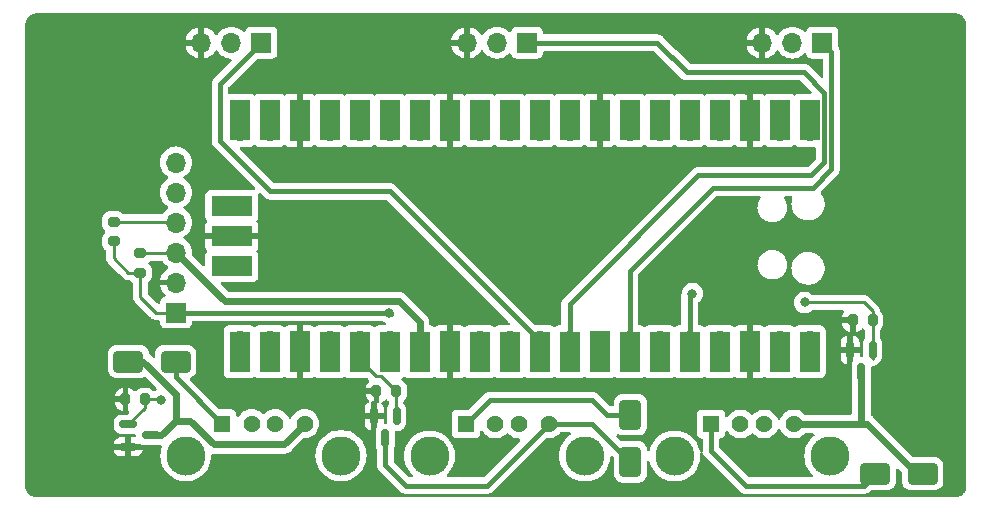
<source format=gbr>
%TF.GenerationSoftware,KiCad,Pcbnew,7.0.9*%
%TF.CreationDate,2023-12-13T17:29:23+01:00*%
%TF.ProjectId,water-tomorrow-pico-triple,77617465-722d-4746-9f6d-6f72726f772d,rev?*%
%TF.SameCoordinates,Original*%
%TF.FileFunction,Copper,L1,Top*%
%TF.FilePolarity,Positive*%
%FSLAX46Y46*%
G04 Gerber Fmt 4.6, Leading zero omitted, Abs format (unit mm)*
G04 Created by KiCad (PCBNEW 7.0.9) date 2023-12-13 17:29:23*
%MOMM*%
%LPD*%
G01*
G04 APERTURE LIST*
G04 Aperture macros list*
%AMRoundRect*
0 Rectangle with rounded corners*
0 $1 Rounding radius*
0 $2 $3 $4 $5 $6 $7 $8 $9 X,Y pos of 4 corners*
0 Add a 4 corners polygon primitive as box body*
4,1,4,$2,$3,$4,$5,$6,$7,$8,$9,$2,$3,0*
0 Add four circle primitives for the rounded corners*
1,1,$1+$1,$2,$3*
1,1,$1+$1,$4,$5*
1,1,$1+$1,$6,$7*
1,1,$1+$1,$8,$9*
0 Add four rect primitives between the rounded corners*
20,1,$1+$1,$2,$3,$4,$5,0*
20,1,$1+$1,$4,$5,$6,$7,0*
20,1,$1+$1,$6,$7,$8,$9,0*
20,1,$1+$1,$8,$9,$2,$3,0*%
G04 Aperture macros list end*
%TA.AperFunction,ComponentPad*%
%ADD10R,1.428000X1.428000*%
%TD*%
%TA.AperFunction,ComponentPad*%
%ADD11C,1.428000*%
%TD*%
%TA.AperFunction,ComponentPad*%
%ADD12C,3.316000*%
%TD*%
%TA.AperFunction,ComponentPad*%
%ADD13R,1.700000X1.700000*%
%TD*%
%TA.AperFunction,ComponentPad*%
%ADD14O,1.700000X1.700000*%
%TD*%
%TA.AperFunction,SMDPad,CuDef*%
%ADD15RoundRect,0.200000X0.200000X0.275000X-0.200000X0.275000X-0.200000X-0.275000X0.200000X-0.275000X0*%
%TD*%
%TA.AperFunction,SMDPad,CuDef*%
%ADD16RoundRect,0.250000X1.000000X0.650000X-1.000000X0.650000X-1.000000X-0.650000X1.000000X-0.650000X0*%
%TD*%
%TA.AperFunction,SMDPad,CuDef*%
%ADD17RoundRect,0.250000X-1.000000X-0.650000X1.000000X-0.650000X1.000000X0.650000X-1.000000X0.650000X0*%
%TD*%
%TA.AperFunction,SMDPad,CuDef*%
%ADD18RoundRect,0.150000X-0.150000X0.587500X-0.150000X-0.587500X0.150000X-0.587500X0.150000X0.587500X0*%
%TD*%
%TA.AperFunction,SMDPad,CuDef*%
%ADD19RoundRect,0.200000X-0.275000X0.200000X-0.275000X-0.200000X0.275000X-0.200000X0.275000X0.200000X0*%
%TD*%
%TA.AperFunction,SMDPad,CuDef*%
%ADD20RoundRect,0.250000X-0.650000X1.000000X-0.650000X-1.000000X0.650000X-1.000000X0.650000X1.000000X0*%
%TD*%
%TA.AperFunction,SMDPad,CuDef*%
%ADD21R,1.700000X3.500000*%
%TD*%
%TA.AperFunction,SMDPad,CuDef*%
%ADD22R,3.500000X1.700000*%
%TD*%
%TA.AperFunction,SMDPad,CuDef*%
%ADD23RoundRect,0.150000X-0.587500X-0.150000X0.587500X-0.150000X0.587500X0.150000X-0.587500X0.150000X0*%
%TD*%
%TA.AperFunction,SMDPad,CuDef*%
%ADD24RoundRect,0.200000X0.275000X-0.200000X0.275000X0.200000X-0.275000X0.200000X-0.275000X-0.200000X0*%
%TD*%
%TA.AperFunction,ViaPad*%
%ADD25C,0.800000*%
%TD*%
%TA.AperFunction,ViaPad*%
%ADD26C,6.000000*%
%TD*%
%TA.AperFunction,Conductor*%
%ADD27C,0.250000*%
%TD*%
%TA.AperFunction,Conductor*%
%ADD28C,0.600000*%
%TD*%
%TA.AperFunction,Conductor*%
%ADD29C,0.400000*%
%TD*%
G04 APERTURE END LIST*
D10*
%TO.P,J6,1,VBUS*%
%TO.N,VDC*%
X58070000Y-34790000D03*
D11*
%TO.P,J6,2,D-*%
%TO.N,unconnected-(J6-D--Pad2)*%
X60570000Y-34790000D03*
%TO.P,J6,3,D+*%
%TO.N,unconnected-(J6-D+-Pad3)*%
X62570000Y-34790000D03*
%TO.P,J6,4,GND*%
%TO.N,Net-(D3-A)*%
X65070000Y-34790000D03*
D12*
%TO.P,J6,SH1*%
%TO.N,N/C*%
X55000000Y-37500000D03*
%TO.P,J6,SH2*%
X68140000Y-37500000D03*
%TD*%
D10*
%TO.P,J5,1,VBUS*%
%TO.N,VDC*%
X37320000Y-34790000D03*
D11*
%TO.P,J5,2,D-*%
%TO.N,unconnected-(J5-D--Pad2)*%
X39820000Y-34790000D03*
%TO.P,J5,3,D+*%
%TO.N,unconnected-(J5-D+-Pad3)*%
X41820000Y-34790000D03*
%TO.P,J5,4,GND*%
%TO.N,Net-(D2-A)*%
X44320000Y-34790000D03*
D12*
%TO.P,J5,SH1*%
%TO.N,N/C*%
X34250000Y-37500000D03*
%TO.P,J5,SH2*%
X47390000Y-37500000D03*
%TD*%
%TO.P,J8,SH2*%
%TO.N,N/C*%
X26750000Y-37460000D03*
%TO.P,J8,SH1*%
X13610000Y-37460000D03*
D11*
%TO.P,J8,4,GND*%
%TO.N,Net-(D1-A)*%
X23680000Y-34750000D03*
%TO.P,J8,3,D+*%
%TO.N,unconnected-(J8-D+-Pad3)*%
X21180000Y-34750000D03*
%TO.P,J8,2,D-*%
%TO.N,unconnected-(J8-D--Pad2)*%
X19180000Y-34750000D03*
D10*
%TO.P,J8,1,VBUS*%
%TO.N,VDC*%
X16680000Y-34750000D03*
%TD*%
D13*
%TO.P,J4,1,Pin_1*%
%TO.N,/ADC2*%
X67500000Y-2500000D03*
D14*
%TO.P,J4,2,Pin_2*%
%TO.N,VDC*%
X64960000Y-2500000D03*
%TO.P,J4,3,Pin_3*%
%TO.N,GND*%
X62420000Y-2500000D03*
%TD*%
D13*
%TO.P,J3,1,Pin_1*%
%TO.N,/ADC1*%
X42500000Y-2500000D03*
D14*
%TO.P,J3,2,Pin_2*%
%TO.N,VDC*%
X39960000Y-2500000D03*
%TO.P,J3,3,Pin_3*%
%TO.N,GND*%
X37420000Y-2500000D03*
%TD*%
D13*
%TO.P,J2,1,Pin_1*%
%TO.N,/ADC0*%
X20000000Y-2500000D03*
D14*
%TO.P,J2,2,Pin_2*%
%TO.N,VDC*%
X17460000Y-2500000D03*
%TO.P,J2,3,Pin_3*%
%TO.N,GND*%
X14920000Y-2500000D03*
%TD*%
D13*
%TO.P,J1,1,Pin_1*%
%TO.N,+3.3V*%
X12772000Y-25350200D03*
D14*
%TO.P,J1,2,Pin_2*%
%TO.N,GND*%
X12772000Y-22810200D03*
%TO.P,J1,3,Pin_3*%
%TO.N,/SCL*%
X12772000Y-20270200D03*
%TO.P,J1,4,Pin_4*%
%TO.N,/SDA*%
X12772000Y-17730200D03*
%TO.P,J1,5,Pin_5*%
%TO.N,unconnected-(J1-Pin_5-Pad5)*%
X12772000Y-15190200D03*
%TO.P,J1,6,Pin_6*%
%TO.N,unconnected-(J1-Pin_6-Pad6)*%
X12772000Y-12650200D03*
%TD*%
D15*
%TO.P,R1,1*%
%TO.N,/PWM_M0*%
X10150000Y-32710000D03*
%TO.P,R1,2*%
%TO.N,GND*%
X8500000Y-32710000D03*
%TD*%
D16*
%TO.P,D1,1,K*%
%TO.N,VDC*%
X12750000Y-29500000D03*
%TO.P,D1,2,A*%
%TO.N,Net-(D1-A)*%
X8750000Y-29500000D03*
%TD*%
D17*
%TO.P,D3,1,K*%
%TO.N,VDC*%
X72000000Y-39000000D03*
%TO.P,D3,2,A*%
%TO.N,Net-(D3-A)*%
X76000000Y-39000000D03*
%TD*%
D18*
%TO.P,Q3,1,G*%
%TO.N,/PWM_M2*%
X71750000Y-28500000D03*
%TO.P,Q3,2,S*%
%TO.N,GND*%
X69850000Y-28500000D03*
%TO.P,Q3,3,D*%
%TO.N,Net-(D3-A)*%
X70800000Y-30375000D03*
%TD*%
D19*
%TO.P,R2,1*%
%TO.N,/SCL*%
X9750000Y-20350000D03*
%TO.P,R2,2*%
%TO.N,+3.3V*%
X9750000Y-22000000D03*
%TD*%
D20*
%TO.P,D2,1,K*%
%TO.N,VDC*%
X51250000Y-34000000D03*
%TO.P,D2,2,A*%
%TO.N,Net-(D2-A)*%
X51250000Y-38000000D03*
%TD*%
D15*
%TO.P,R5,1*%
%TO.N,/PWM_M2*%
X71750000Y-26000000D03*
%TO.P,R5,2*%
%TO.N,GND*%
X70100000Y-26000000D03*
%TD*%
D14*
%TO.P,U1,1,GPIO0*%
%TO.N,unconnected-(U1-GPIO0-Pad1)*%
X66421000Y-9982200D03*
D21*
X66421000Y-9082200D03*
D14*
%TO.P,U1,2,GPIO1*%
%TO.N,unconnected-(U1-GPIO1-Pad2)*%
X63881000Y-9982200D03*
D21*
X63881000Y-9082200D03*
D13*
%TO.P,U1,3,GND*%
%TO.N,GND*%
X61341000Y-9982200D03*
D21*
X61341000Y-9082200D03*
D14*
%TO.P,U1,4,GPIO2*%
%TO.N,unconnected-(U1-GPIO2-Pad4)*%
X58801000Y-9982200D03*
D21*
X58801000Y-9082200D03*
D14*
%TO.P,U1,5,GPIO3*%
%TO.N,unconnected-(U1-GPIO3-Pad5)*%
X56261000Y-9982200D03*
D21*
X56261000Y-9082200D03*
D14*
%TO.P,U1,6,GPIO4*%
%TO.N,unconnected-(U1-GPIO4-Pad6)*%
X53721000Y-9982200D03*
D21*
X53721000Y-9082200D03*
D14*
%TO.P,U1,7,GPIO5*%
%TO.N,unconnected-(U1-GPIO5-Pad7)*%
X51181000Y-9982200D03*
D21*
X51181000Y-9082200D03*
D13*
%TO.P,U1,8,GND*%
%TO.N,GND*%
X48641000Y-9982200D03*
D21*
X48641000Y-9082200D03*
D14*
%TO.P,U1,9,GPIO6*%
%TO.N,unconnected-(U1-GPIO6-Pad9)*%
X46101000Y-9982200D03*
D21*
X46101000Y-9082200D03*
D14*
%TO.P,U1,10,GPIO7*%
%TO.N,unconnected-(U1-GPIO7-Pad10)*%
X43561000Y-9982200D03*
D21*
X43561000Y-9082200D03*
D14*
%TO.P,U1,11,GPIO8*%
%TO.N,unconnected-(U1-GPIO8-Pad11)*%
X41021000Y-9982200D03*
D21*
X41021000Y-9082200D03*
D14*
%TO.P,U1,12,GPIO9*%
%TO.N,unconnected-(U1-GPIO9-Pad12)*%
X38481000Y-9982200D03*
D21*
X38481000Y-9082200D03*
D13*
%TO.P,U1,13,GND*%
%TO.N,GND*%
X35941000Y-9982200D03*
D21*
X35941000Y-9082200D03*
D14*
%TO.P,U1,14,GPIO10*%
%TO.N,unconnected-(U1-GPIO10-Pad14)*%
X33401000Y-9982200D03*
D21*
X33401000Y-9082200D03*
D14*
%TO.P,U1,15,GPIO11*%
%TO.N,unconnected-(U1-GPIO11-Pad15)*%
X30861000Y-9982200D03*
D21*
X30861000Y-9082200D03*
D14*
%TO.P,U1,16,GPIO12*%
%TO.N,unconnected-(U1-GPIO12-Pad16)*%
X28321000Y-9982200D03*
D21*
X28321000Y-9082200D03*
D14*
%TO.P,U1,17,GPIO13*%
%TO.N,unconnected-(U1-GPIO13-Pad17)*%
X25781000Y-9982200D03*
D21*
X25781000Y-9082200D03*
D13*
%TO.P,U1,18,GND*%
%TO.N,GND*%
X23241000Y-9982200D03*
D21*
X23241000Y-9082200D03*
D14*
%TO.P,U1,19,GPIO14*%
%TO.N,unconnected-(U1-GPIO14-Pad19)*%
X20701000Y-9982200D03*
D21*
X20701000Y-9082200D03*
D14*
%TO.P,U1,20,GPIO15*%
%TO.N,unconnected-(U1-GPIO15-Pad20)*%
X18161000Y-9982200D03*
D21*
X18161000Y-9082200D03*
D14*
%TO.P,U1,21,GPIO16*%
%TO.N,unconnected-(U1-GPIO16-Pad21)*%
X18161000Y-27762200D03*
D21*
X18161000Y-28662200D03*
D14*
%TO.P,U1,22,GPIO17*%
%TO.N,unconnected-(U1-GPIO17-Pad22)*%
X20701000Y-27762200D03*
D21*
X20701000Y-28662200D03*
D13*
%TO.P,U1,23,GND*%
%TO.N,GND*%
X23241000Y-27762200D03*
D21*
X23241000Y-28662200D03*
D14*
%TO.P,U1,24,GPIO18*%
%TO.N,/PWM_M0*%
X25781000Y-27762200D03*
D21*
X25781000Y-28662200D03*
D14*
%TO.P,U1,25,GPIO19*%
%TO.N,/PWM_M1*%
X28321000Y-27762200D03*
D21*
X28321000Y-28662200D03*
D14*
%TO.P,U1,26,GPIO20*%
%TO.N,/SDA*%
X30861000Y-27762200D03*
D21*
X30861000Y-28662200D03*
D14*
%TO.P,U1,27,GPIO21*%
%TO.N,/SCL*%
X33401000Y-27762200D03*
D21*
X33401000Y-28662200D03*
D13*
%TO.P,U1,28,GND*%
%TO.N,GND*%
X35941000Y-27762200D03*
D21*
X35941000Y-28662200D03*
D14*
%TO.P,U1,29,GPIO22*%
%TO.N,/PWM_M2*%
X38481000Y-27762200D03*
D21*
X38481000Y-28662200D03*
D14*
%TO.P,U1,30,RUN*%
%TO.N,unconnected-(U1-RUN-Pad30)*%
X41021000Y-27762200D03*
D21*
X41021000Y-28662200D03*
D14*
%TO.P,U1,31,GPIO26_ADC0*%
%TO.N,/ADC0*%
X43561000Y-27762200D03*
D21*
X43561000Y-28662200D03*
D14*
%TO.P,U1,32,GPIO27_ADC1*%
%TO.N,/ADC1*%
X46101000Y-27762200D03*
D21*
X46101000Y-28662200D03*
D13*
%TO.P,U1,33,AGND*%
%TO.N,unconnected-(U1-AGND-Pad33)*%
X48641000Y-27762200D03*
D21*
X48641000Y-28662200D03*
D14*
%TO.P,U1,34,GPIO28_ADC2*%
%TO.N,/ADC2*%
X51181000Y-27762200D03*
D21*
X51181000Y-28662200D03*
D14*
%TO.P,U1,35,ADC_VREF*%
%TO.N,unconnected-(U1-ADC_VREF-Pad35)*%
X53721000Y-27762200D03*
D21*
X53721000Y-28662200D03*
D14*
%TO.P,U1,36,3V3*%
%TO.N,+3.3V*%
X56261000Y-27762200D03*
D21*
X56261000Y-28662200D03*
D14*
%TO.P,U1,37,3V3_EN*%
%TO.N,unconnected-(U1-3V3_EN-Pad37)*%
X58801000Y-27762200D03*
D21*
X58801000Y-28662200D03*
D13*
%TO.P,U1,38,GND*%
%TO.N,GND*%
X61341000Y-27762200D03*
D21*
X61341000Y-28662200D03*
D14*
%TO.P,U1,39,VSYS*%
%TO.N,unconnected-(U1-VSYS-Pad39)*%
X63881000Y-27762200D03*
D21*
X63881000Y-28662200D03*
D14*
%TO.P,U1,40,VBUS*%
%TO.N,VDC*%
X66421000Y-27762200D03*
D21*
X66421000Y-28662200D03*
D14*
%TO.P,U1,41,SWCLK*%
%TO.N,unconnected-(U1-SWCLK-Pad41)*%
X18391000Y-16332200D03*
D22*
X17491000Y-16332200D03*
D13*
%TO.P,U1,42,GND*%
%TO.N,GND*%
X18391000Y-18872200D03*
D22*
X17491000Y-18872200D03*
D14*
%TO.P,U1,43,SWDIO*%
%TO.N,unconnected-(U1-SWDIO-Pad43)*%
X18391000Y-21412200D03*
D22*
X17491000Y-21412200D03*
%TD*%
D23*
%TO.P,Q2,1,G*%
%TO.N,/PWM_M0*%
X8750000Y-34810000D03*
%TO.P,Q2,2,S*%
%TO.N,GND*%
X8750000Y-36710000D03*
%TO.P,Q2,3,D*%
%TO.N,Net-(D1-A)*%
X10625000Y-35760000D03*
%TD*%
D18*
%TO.P,Q1,1,G*%
%TO.N,/PWM_M1*%
X31450000Y-34125000D03*
%TO.P,Q1,2,S*%
%TO.N,GND*%
X29550000Y-34125000D03*
%TO.P,Q1,3,D*%
%TO.N,Net-(D2-A)*%
X30500000Y-36000000D03*
%TD*%
D15*
%TO.P,R4,1*%
%TO.N,/PWM_M1*%
X31400000Y-32000000D03*
%TO.P,R4,2*%
%TO.N,GND*%
X29750000Y-32000000D03*
%TD*%
D24*
%TO.P,R3,1*%
%TO.N,+3.3V*%
X7500000Y-19325000D03*
%TO.P,R3,2*%
%TO.N,/SDA*%
X7500000Y-17675000D03*
%TD*%
D25*
%TO.N,GND*%
X37000000Y-24500000D03*
X34000000Y-32000000D03*
X58000000Y-40500000D03*
X43500000Y-40000000D03*
X63500000Y-38000000D03*
X56000000Y-32500000D03*
X34500000Y-34000000D03*
X22500000Y-39500000D03*
X9000000Y-26500000D03*
X14500000Y-27500000D03*
X16500000Y-13500000D03*
X50500000Y-4000000D03*
X61000000Y-6500000D03*
X61000000Y-12000000D03*
X73000000Y-19000000D03*
X69000000Y-19000000D03*
X25000000Y-20000000D03*
X45000000Y-20000000D03*
X60000000Y-20000000D03*
X7500000Y-40000000D03*
X2500000Y-40000000D03*
X30000000Y-40000000D03*
X77500000Y-27500000D03*
X77500000Y-10000000D03*
X57500000Y-2500000D03*
X27500000Y-2500000D03*
X2500000Y-25000000D03*
X2500000Y-20000000D03*
X2500000Y-15000000D03*
X2500000Y-10000000D03*
%TO.N,+3.3V*%
X56500000Y-23750000D03*
X30850200Y-25350200D03*
%TO.N,/PWM_M0*%
X11500000Y-32750000D03*
%TO.N,/PWM_M2*%
X65999994Y-24500000D03*
D26*
%TO.N,GND*%
X75600000Y-33500000D03*
X4100000Y-33500000D03*
X75600000Y-4100000D03*
X4100000Y-4100000D03*
%TD*%
D27*
%TO.N,/PWM_M2*%
X71750000Y-25250000D02*
X71000000Y-24500000D01*
X71750000Y-26750000D02*
X71750000Y-25250000D01*
X71000000Y-24500000D02*
X65999994Y-24500000D01*
D28*
%TO.N,Net-(D3-A)*%
X70800000Y-34750000D02*
X70760000Y-34790000D01*
X70800000Y-30375000D02*
X70800000Y-34750000D01*
D29*
%TO.N,VDC*%
X58070000Y-37070000D02*
X58070000Y-34790000D01*
X61000000Y-40000000D02*
X58070000Y-37070000D01*
X71000000Y-40000000D02*
X61000000Y-40000000D01*
X72000000Y-39000000D02*
X71000000Y-40000000D01*
%TO.N,/ADC1*%
X46101000Y-24649000D02*
X46101000Y-27762200D01*
X66500000Y-13750000D02*
X57000000Y-13750000D01*
X65921000Y-5000000D02*
X67671000Y-6750000D01*
X67671000Y-6750000D02*
X67671000Y-12579000D01*
X67671000Y-12579000D02*
X66500000Y-13750000D01*
X57000000Y-13750000D02*
X46101000Y-24649000D01*
X56000000Y-5000000D02*
X65921000Y-5000000D01*
X42500000Y-2500000D02*
X53500000Y-2500000D01*
X53500000Y-2500000D02*
X56000000Y-5000000D01*
D27*
%TO.N,/PWM_M0*%
X11460000Y-32710000D02*
X11500000Y-32750000D01*
X10150000Y-32710000D02*
X11460000Y-32710000D01*
D28*
%TO.N,Net-(D1-A)*%
X12750000Y-32250000D02*
X12750000Y-34500000D01*
X10000000Y-29500000D02*
X12750000Y-32250000D01*
X8750000Y-29500000D02*
X10000000Y-29500000D01*
D27*
%TO.N,/PWM_M2*%
X71750000Y-29250000D02*
X71750000Y-26750000D01*
D29*
%TO.N,/ADC2*%
X51181000Y-21819000D02*
X51181000Y-27762200D01*
X58202800Y-14797200D02*
X51181000Y-21819000D01*
X66702800Y-14797200D02*
X58202800Y-14797200D01*
X68271000Y-3271000D02*
X68271000Y-13229000D01*
X67500000Y-2500000D02*
X68271000Y-3271000D01*
X68271000Y-13229000D02*
X66702800Y-14797200D01*
%TO.N,/ADC0*%
X16500000Y-10821200D02*
X16500000Y-6000000D01*
X16500000Y-6000000D02*
X20000000Y-2500000D01*
X20761000Y-15082200D02*
X16500000Y-10821200D01*
X30881000Y-15082200D02*
X20761000Y-15082200D01*
X43561000Y-27762200D02*
X30881000Y-15082200D01*
%TO.N,+3.3V*%
X56261000Y-23989000D02*
X56500000Y-23750000D01*
X56261000Y-27762200D02*
X56261000Y-23989000D01*
D28*
%TO.N,/SCL*%
X33401000Y-26151000D02*
X33401000Y-27762200D01*
X31650200Y-24400200D02*
X33401000Y-26151000D01*
X16902000Y-24400200D02*
X31650200Y-24400200D01*
X12772000Y-20270200D02*
X16902000Y-24400200D01*
D29*
%TO.N,+3.3V*%
X12772000Y-25350200D02*
X30850200Y-25350200D01*
X31000000Y-25500000D02*
X30850200Y-25350200D01*
D28*
%TO.N,Net-(D1-A)*%
X21930000Y-36500000D02*
X23680000Y-34750000D01*
X14000000Y-34500000D02*
X16000000Y-36500000D01*
X16000000Y-36500000D02*
X21930000Y-36500000D01*
X12750000Y-34500000D02*
X14000000Y-34500000D01*
X11490000Y-35760000D02*
X12750000Y-34500000D01*
X10625000Y-35760000D02*
X11490000Y-35760000D01*
%TO.N,Net-(D3-A)*%
X71290000Y-34790000D02*
X70760000Y-34790000D01*
X75250000Y-38750000D02*
X71290000Y-34790000D01*
X65070000Y-34790000D02*
X70760000Y-34790000D01*
D27*
%TO.N,+3.3V*%
X11100200Y-25350200D02*
X12772000Y-25350200D01*
X9750000Y-24000000D02*
X11100200Y-25350200D01*
X9750000Y-22000000D02*
X9750000Y-24000000D01*
X8750000Y-22000000D02*
X9750000Y-22000000D01*
X7500000Y-20750000D02*
X8750000Y-22000000D01*
X7500000Y-19325000D02*
X7500000Y-20750000D01*
%TO.N,/SDA*%
X12716800Y-17675000D02*
X12772000Y-17730200D01*
X7500000Y-17675000D02*
X12716800Y-17675000D01*
%TO.N,/SCL*%
X12692200Y-20350000D02*
X12772000Y-20270200D01*
X9750000Y-20350000D02*
X12692200Y-20350000D01*
D29*
%TO.N,VDC*%
X12750000Y-29500000D02*
X12750000Y-30820000D01*
X12750000Y-30820000D02*
X16680000Y-34750000D01*
X49250000Y-34000000D02*
X51250000Y-34000000D01*
X48000000Y-32750000D02*
X49250000Y-34000000D01*
X39360000Y-32750000D02*
X48000000Y-32750000D01*
X37320000Y-34790000D02*
X39360000Y-32750000D01*
%TO.N,Net-(D2-A)*%
X44320000Y-34790000D02*
X48040000Y-34790000D01*
X48040000Y-34790000D02*
X51250000Y-38000000D01*
X30500000Y-38250000D02*
X30500000Y-36000000D01*
X39110000Y-40000000D02*
X32250000Y-40000000D01*
X44320000Y-34790000D02*
X39110000Y-40000000D01*
X32250000Y-40000000D02*
X30500000Y-38250000D01*
D27*
%TO.N,/PWM_M1*%
X31400000Y-34075000D02*
X31450000Y-34125000D01*
X31400000Y-32000000D02*
X31400000Y-34075000D01*
X30137200Y-30737200D02*
X31400000Y-32000000D01*
X28321000Y-29372200D02*
X29686000Y-30737200D01*
X28321000Y-27762200D02*
X28321000Y-29372200D01*
X29686000Y-30737200D02*
X30137200Y-30737200D01*
%TO.N,/PWM_M0*%
X10150000Y-33410000D02*
X8750000Y-34810000D01*
X10150000Y-32710000D02*
X10150000Y-33410000D01*
X25781000Y-29531000D02*
X26000000Y-29750000D01*
X25781000Y-27762200D02*
X25781000Y-29531000D01*
%TO.N,/PWM_M2*%
X38481000Y-29372200D02*
X38481000Y-27762200D01*
%TO.N,/ADC1*%
X45792000Y-27453200D02*
X46101000Y-27762200D01*
%TD*%
%TA.AperFunction,Conductor*%
%TO.N,GND*%
G36*
X19912245Y-15232115D02*
G01*
X19942454Y-15254311D01*
X20249399Y-15561256D01*
X20251935Y-15563950D01*
X20293071Y-15610383D01*
X20344106Y-15645610D01*
X20347122Y-15647830D01*
X20368241Y-15664375D01*
X20395943Y-15686078D01*
X20402845Y-15689184D01*
X20405182Y-15690236D01*
X20424733Y-15701263D01*
X20433070Y-15707018D01*
X20491058Y-15729009D01*
X20494496Y-15730434D01*
X20551068Y-15755895D01*
X20561042Y-15757722D01*
X20582656Y-15763748D01*
X20592127Y-15767340D01*
X20653673Y-15774813D01*
X20657370Y-15775375D01*
X20718394Y-15786558D01*
X20773377Y-15783231D01*
X20780303Y-15782813D01*
X20784048Y-15782700D01*
X30539481Y-15782700D01*
X30606520Y-15802385D01*
X30627162Y-15819019D01*
X41008162Y-26200019D01*
X41041647Y-26261342D01*
X41036663Y-26331034D01*
X40994791Y-26386967D01*
X40929327Y-26411384D01*
X40920481Y-26411700D01*
X40123129Y-26411700D01*
X40123123Y-26411701D01*
X40063516Y-26418108D01*
X39928671Y-26468402D01*
X39928669Y-26468403D01*
X39825311Y-26545778D01*
X39759847Y-26570195D01*
X39691574Y-26555344D01*
X39676689Y-26545778D01*
X39573330Y-26468403D01*
X39573328Y-26468402D01*
X39438482Y-26418108D01*
X39438483Y-26418108D01*
X39378883Y-26411701D01*
X39378881Y-26411700D01*
X39378873Y-26411700D01*
X39378865Y-26411700D01*
X38542677Y-26411700D01*
X38537275Y-26411464D01*
X38506849Y-26408802D01*
X38481002Y-26406541D01*
X38480999Y-26406541D01*
X38463750Y-26408049D01*
X38424722Y-26411464D01*
X38419322Y-26411700D01*
X37583129Y-26411700D01*
X37583123Y-26411701D01*
X37523516Y-26418108D01*
X37388671Y-26468402D01*
X37388669Y-26468404D01*
X37284894Y-26546090D01*
X37219430Y-26570507D01*
X37151157Y-26555656D01*
X37136272Y-26546090D01*
X37033088Y-26468846D01*
X37033086Y-26468845D01*
X36898379Y-26418603D01*
X36898372Y-26418601D01*
X36838844Y-26412200D01*
X36191000Y-26412200D01*
X36191000Y-27315705D01*
X36086161Y-27267827D01*
X35977473Y-27252200D01*
X35904527Y-27252200D01*
X35795839Y-27267827D01*
X35691000Y-27315705D01*
X35691000Y-26412200D01*
X35043155Y-26412200D01*
X34983627Y-26418601D01*
X34983620Y-26418603D01*
X34848913Y-26468845D01*
X34848910Y-26468847D01*
X34745727Y-26546090D01*
X34680262Y-26570507D01*
X34611989Y-26555655D01*
X34597105Y-26546089D01*
X34493335Y-26468406D01*
X34493328Y-26468402D01*
X34358483Y-26418108D01*
X34312243Y-26413137D01*
X34247693Y-26386399D01*
X34207845Y-26329006D01*
X34201500Y-26289848D01*
X34201500Y-26060807D01*
X34201500Y-26060806D01*
X34192207Y-26020093D01*
X34191042Y-26013233D01*
X34186368Y-25971745D01*
X34186367Y-25971742D01*
X34172576Y-25932328D01*
X34170650Y-25925641D01*
X34161361Y-25884941D01*
X34143244Y-25847320D01*
X34140581Y-25840891D01*
X34126789Y-25801477D01*
X34106812Y-25769685D01*
X34104567Y-25766112D01*
X34101206Y-25760030D01*
X34083091Y-25722412D01*
X34083090Y-25722411D01*
X34057055Y-25689765D01*
X34053028Y-25684089D01*
X34043187Y-25668427D01*
X34030816Y-25648738D01*
X33903262Y-25521184D01*
X32184452Y-23802374D01*
X32152462Y-23770384D01*
X32152459Y-23770382D01*
X32117104Y-23748166D01*
X32111429Y-23744140D01*
X32078789Y-23718110D01*
X32041159Y-23699987D01*
X32035072Y-23696622D01*
X31999725Y-23674412D01*
X31960314Y-23660621D01*
X31953888Y-23657959D01*
X31916261Y-23639839D01*
X31875545Y-23630545D01*
X31868862Y-23628620D01*
X31829459Y-23614832D01*
X31787963Y-23610155D01*
X31781108Y-23608991D01*
X31740400Y-23599701D01*
X31740396Y-23599700D01*
X31740394Y-23599700D01*
X31740391Y-23599700D01*
X17284940Y-23599700D01*
X17217901Y-23580015D01*
X17197259Y-23563381D01*
X16608258Y-22974380D01*
X16574773Y-22913057D01*
X16579757Y-22843365D01*
X16621629Y-22787432D01*
X16687093Y-22763015D01*
X16695939Y-22762699D01*
X18329318Y-22762699D01*
X18334719Y-22762934D01*
X18391000Y-22767859D01*
X18447280Y-22762934D01*
X18452682Y-22762699D01*
X19288871Y-22762699D01*
X19288872Y-22762699D01*
X19348483Y-22756291D01*
X19483331Y-22705996D01*
X19598546Y-22619746D01*
X19684796Y-22504531D01*
X19735091Y-22369683D01*
X19741500Y-22310073D01*
X19741499Y-21473878D01*
X19741735Y-21468472D01*
X19741975Y-21465736D01*
X19746659Y-21412200D01*
X19741734Y-21355922D01*
X19741499Y-21350519D01*
X19741499Y-20514329D01*
X19741498Y-20514323D01*
X19741497Y-20514316D01*
X19735091Y-20454717D01*
X19726293Y-20431129D01*
X19684797Y-20319871D01*
X19684795Y-20319868D01*
X19607109Y-20216093D01*
X19582692Y-20150630D01*
X19597543Y-20082357D01*
X19607110Y-20067471D01*
X19684352Y-19964289D01*
X19684354Y-19964286D01*
X19734596Y-19829579D01*
X19734598Y-19829572D01*
X19740999Y-19770044D01*
X19741000Y-19770027D01*
X19741000Y-19122200D01*
X18836572Y-19122200D01*
X18859682Y-19086240D01*
X18901000Y-18945527D01*
X18901000Y-18798873D01*
X18859682Y-18658160D01*
X18836572Y-18622200D01*
X19741000Y-18622200D01*
X19741000Y-17974372D01*
X19740999Y-17974355D01*
X19734598Y-17914827D01*
X19734596Y-17914820D01*
X19684354Y-17780113D01*
X19684352Y-17780110D01*
X19607110Y-17676929D01*
X19582692Y-17611465D01*
X19597543Y-17543192D01*
X19607105Y-17528311D01*
X19684796Y-17424531D01*
X19735091Y-17289683D01*
X19741500Y-17230073D01*
X19741499Y-16393878D01*
X19741735Y-16388472D01*
X19742608Y-16378502D01*
X19746659Y-16332200D01*
X19741734Y-16275922D01*
X19741499Y-16270519D01*
X19741499Y-15434329D01*
X19741498Y-15434323D01*
X19741497Y-15434316D01*
X19735091Y-15374717D01*
X19734097Y-15370511D01*
X19734277Y-15367146D01*
X19734262Y-15367004D01*
X19734285Y-15367001D01*
X19737835Y-15300742D01*
X19778700Y-15244069D01*
X19843718Y-15218486D01*
X19912245Y-15232115D01*
G37*
%TD.AperFunction*%
%TA.AperFunction,Conductor*%
G36*
X61591000Y-11332200D02*
G01*
X62238828Y-11332200D01*
X62238844Y-11332199D01*
X62298372Y-11325798D01*
X62298379Y-11325796D01*
X62433086Y-11275554D01*
X62433089Y-11275552D01*
X62536271Y-11198310D01*
X62601735Y-11173892D01*
X62670008Y-11188743D01*
X62684888Y-11198305D01*
X62788076Y-11275552D01*
X62788668Y-11275995D01*
X62788671Y-11275997D01*
X62923517Y-11326291D01*
X62923516Y-11326291D01*
X62930444Y-11327035D01*
X62983127Y-11332700D01*
X63819319Y-11332699D01*
X63824724Y-11332934D01*
X63881000Y-11337859D01*
X63937275Y-11332934D01*
X63942681Y-11332699D01*
X64778871Y-11332699D01*
X64778872Y-11332699D01*
X64838483Y-11326291D01*
X64973331Y-11275996D01*
X65076690Y-11198621D01*
X65142152Y-11174204D01*
X65210425Y-11189055D01*
X65225303Y-11198616D01*
X65328076Y-11275552D01*
X65328668Y-11275995D01*
X65328671Y-11275997D01*
X65463517Y-11326291D01*
X65463516Y-11326291D01*
X65470444Y-11327035D01*
X65523127Y-11332700D01*
X66359319Y-11332699D01*
X66364724Y-11332934D01*
X66421000Y-11337859D01*
X66477275Y-11332934D01*
X66482681Y-11332699D01*
X66846500Y-11332699D01*
X66913539Y-11352384D01*
X66959294Y-11405188D01*
X66970500Y-11456699D01*
X66970500Y-12237481D01*
X66950815Y-12304520D01*
X66934181Y-12325162D01*
X66246162Y-13013181D01*
X66184839Y-13046666D01*
X66158481Y-13049500D01*
X57023048Y-13049500D01*
X57019303Y-13049387D01*
X56957396Y-13045642D01*
X56957389Y-13045642D01*
X56896386Y-13056821D01*
X56892685Y-13057384D01*
X56831128Y-13064859D01*
X56831121Y-13064861D01*
X56821647Y-13068454D01*
X56800049Y-13074475D01*
X56790069Y-13076304D01*
X56733519Y-13101755D01*
X56730060Y-13103188D01*
X56672071Y-13125181D01*
X56672066Y-13125184D01*
X56663722Y-13130943D01*
X56644187Y-13141961D01*
X56634947Y-13146120D01*
X56634945Y-13146121D01*
X56586136Y-13184359D01*
X56583122Y-13186576D01*
X56532070Y-13221817D01*
X56532068Y-13221818D01*
X56490942Y-13268240D01*
X56488375Y-13270966D01*
X45621966Y-24137375D01*
X45619240Y-24139942D01*
X45572818Y-24181068D01*
X45537586Y-24232109D01*
X45535368Y-24235124D01*
X45497124Y-24283939D01*
X45497119Y-24283948D01*
X45492960Y-24293188D01*
X45481942Y-24312723D01*
X45476187Y-24321061D01*
X45476183Y-24321067D01*
X45476182Y-24321070D01*
X45476180Y-24321074D01*
X45476179Y-24321077D01*
X45454189Y-24379055D01*
X45452757Y-24382513D01*
X45427305Y-24439068D01*
X45425477Y-24449042D01*
X45419453Y-24470653D01*
X45415860Y-24480127D01*
X45415859Y-24480128D01*
X45408384Y-24541685D01*
X45407821Y-24545386D01*
X45396642Y-24606390D01*
X45396642Y-24606395D01*
X45400387Y-24668302D01*
X45400500Y-24672047D01*
X45400500Y-26287700D01*
X45380815Y-26354739D01*
X45328011Y-26400494D01*
X45276502Y-26411700D01*
X45203130Y-26411700D01*
X45203123Y-26411701D01*
X45143516Y-26418108D01*
X45008671Y-26468402D01*
X45008669Y-26468403D01*
X44905311Y-26545778D01*
X44839847Y-26570195D01*
X44771574Y-26555344D01*
X44756689Y-26545778D01*
X44653330Y-26468403D01*
X44653328Y-26468402D01*
X44518482Y-26418108D01*
X44518483Y-26418108D01*
X44458883Y-26411701D01*
X44458881Y-26411700D01*
X44458873Y-26411700D01*
X44458865Y-26411700D01*
X43622677Y-26411700D01*
X43617275Y-26411464D01*
X43586849Y-26408802D01*
X43561002Y-26406541D01*
X43560999Y-26406541D01*
X43543750Y-26408049D01*
X43504722Y-26411464D01*
X43499322Y-26411700D01*
X43252519Y-26411700D01*
X43185480Y-26392015D01*
X43164838Y-26375381D01*
X37279777Y-20490320D01*
X31392598Y-14603141D01*
X31390064Y-14600450D01*
X31348929Y-14554017D01*
X31348928Y-14554016D01*
X31348924Y-14554012D01*
X31297896Y-14518791D01*
X31294887Y-14516577D01*
X31246060Y-14478324D01*
X31246055Y-14478320D01*
X31236813Y-14474161D01*
X31217266Y-14463136D01*
X31208931Y-14457383D01*
X31208932Y-14457383D01*
X31208930Y-14457382D01*
X31150941Y-14435389D01*
X31147490Y-14433959D01*
X31090930Y-14408504D01*
X31080946Y-14406674D01*
X31059343Y-14400651D01*
X31049874Y-14397060D01*
X31049870Y-14397059D01*
X30988313Y-14389584D01*
X30984612Y-14389021D01*
X30923608Y-14377842D01*
X30923603Y-14377842D01*
X30861697Y-14381587D01*
X30857952Y-14381700D01*
X21102519Y-14381700D01*
X21035480Y-14362015D01*
X21014838Y-14345381D01*
X18213837Y-11544380D01*
X18180352Y-11483057D01*
X18185336Y-11413365D01*
X18227208Y-11357432D01*
X18292672Y-11333015D01*
X18301518Y-11332699D01*
X19058871Y-11332699D01*
X19058872Y-11332699D01*
X19118483Y-11326291D01*
X19253331Y-11275996D01*
X19356690Y-11198621D01*
X19422152Y-11174204D01*
X19490425Y-11189055D01*
X19505303Y-11198616D01*
X19608076Y-11275552D01*
X19608668Y-11275995D01*
X19608671Y-11275997D01*
X19743517Y-11326291D01*
X19743516Y-11326291D01*
X19750444Y-11327035D01*
X19803127Y-11332700D01*
X20639319Y-11332699D01*
X20644724Y-11332934D01*
X20701000Y-11337859D01*
X20757275Y-11332934D01*
X20762681Y-11332699D01*
X21598871Y-11332699D01*
X21598872Y-11332699D01*
X21658483Y-11326291D01*
X21793331Y-11275996D01*
X21897106Y-11198309D01*
X21962570Y-11173892D01*
X22030843Y-11188743D01*
X22045729Y-11198310D01*
X22148910Y-11275552D01*
X22148913Y-11275554D01*
X22283620Y-11325796D01*
X22283627Y-11325798D01*
X22343155Y-11332199D01*
X22343172Y-11332200D01*
X22991000Y-11332200D01*
X22991000Y-10428694D01*
X23095839Y-10476573D01*
X23204527Y-10492200D01*
X23277473Y-10492200D01*
X23386161Y-10476573D01*
X23491000Y-10428694D01*
X23491000Y-11332200D01*
X24138828Y-11332200D01*
X24138844Y-11332199D01*
X24198372Y-11325798D01*
X24198379Y-11325796D01*
X24333086Y-11275554D01*
X24333089Y-11275552D01*
X24436271Y-11198310D01*
X24501735Y-11173892D01*
X24570008Y-11188743D01*
X24584888Y-11198305D01*
X24688076Y-11275552D01*
X24688668Y-11275995D01*
X24688671Y-11275997D01*
X24823517Y-11326291D01*
X24823516Y-11326291D01*
X24830444Y-11327035D01*
X24883127Y-11332700D01*
X25719319Y-11332699D01*
X25724724Y-11332934D01*
X25781000Y-11337859D01*
X25837275Y-11332934D01*
X25842681Y-11332699D01*
X26678871Y-11332699D01*
X26678872Y-11332699D01*
X26738483Y-11326291D01*
X26873331Y-11275996D01*
X26976690Y-11198621D01*
X27042152Y-11174204D01*
X27110425Y-11189055D01*
X27125303Y-11198616D01*
X27228076Y-11275552D01*
X27228668Y-11275995D01*
X27228671Y-11275997D01*
X27363517Y-11326291D01*
X27363516Y-11326291D01*
X27370444Y-11327035D01*
X27423127Y-11332700D01*
X28259319Y-11332699D01*
X28264724Y-11332934D01*
X28321000Y-11337859D01*
X28377275Y-11332934D01*
X28382681Y-11332699D01*
X29218871Y-11332699D01*
X29218872Y-11332699D01*
X29278483Y-11326291D01*
X29413331Y-11275996D01*
X29516690Y-11198621D01*
X29582152Y-11174204D01*
X29650425Y-11189055D01*
X29665303Y-11198616D01*
X29768076Y-11275552D01*
X29768668Y-11275995D01*
X29768671Y-11275997D01*
X29903517Y-11326291D01*
X29903516Y-11326291D01*
X29910444Y-11327035D01*
X29963127Y-11332700D01*
X30799319Y-11332699D01*
X30804724Y-11332934D01*
X30861000Y-11337859D01*
X30917275Y-11332934D01*
X30922681Y-11332699D01*
X31758871Y-11332699D01*
X31758872Y-11332699D01*
X31818483Y-11326291D01*
X31953331Y-11275996D01*
X32056690Y-11198621D01*
X32122152Y-11174204D01*
X32190425Y-11189055D01*
X32205303Y-11198616D01*
X32308076Y-11275552D01*
X32308668Y-11275995D01*
X32308671Y-11275997D01*
X32443517Y-11326291D01*
X32443516Y-11326291D01*
X32450444Y-11327035D01*
X32503127Y-11332700D01*
X33339319Y-11332699D01*
X33344724Y-11332934D01*
X33401000Y-11337859D01*
X33457275Y-11332934D01*
X33462681Y-11332699D01*
X34298871Y-11332699D01*
X34298872Y-11332699D01*
X34358483Y-11326291D01*
X34493331Y-11275996D01*
X34597106Y-11198309D01*
X34662570Y-11173892D01*
X34730843Y-11188743D01*
X34745729Y-11198310D01*
X34848910Y-11275552D01*
X34848913Y-11275554D01*
X34983620Y-11325796D01*
X34983627Y-11325798D01*
X35043155Y-11332199D01*
X35043172Y-11332200D01*
X35691000Y-11332200D01*
X35691000Y-10428694D01*
X35795839Y-10476573D01*
X35904527Y-10492200D01*
X35977473Y-10492200D01*
X36086161Y-10476573D01*
X36191000Y-10428694D01*
X36191000Y-11332200D01*
X36838828Y-11332200D01*
X36838844Y-11332199D01*
X36898372Y-11325798D01*
X36898379Y-11325796D01*
X37033086Y-11275554D01*
X37033089Y-11275552D01*
X37136271Y-11198310D01*
X37201735Y-11173892D01*
X37270008Y-11188743D01*
X37284888Y-11198305D01*
X37388076Y-11275552D01*
X37388668Y-11275995D01*
X37388671Y-11275997D01*
X37523517Y-11326291D01*
X37523516Y-11326291D01*
X37530444Y-11327035D01*
X37583127Y-11332700D01*
X38419319Y-11332699D01*
X38424724Y-11332934D01*
X38481000Y-11337859D01*
X38537275Y-11332934D01*
X38542681Y-11332699D01*
X39378871Y-11332699D01*
X39378872Y-11332699D01*
X39438483Y-11326291D01*
X39573331Y-11275996D01*
X39676690Y-11198621D01*
X39742152Y-11174204D01*
X39810425Y-11189055D01*
X39825303Y-11198616D01*
X39928076Y-11275552D01*
X39928668Y-11275995D01*
X39928671Y-11275997D01*
X40063517Y-11326291D01*
X40063516Y-11326291D01*
X40070444Y-11327035D01*
X40123127Y-11332700D01*
X40959319Y-11332699D01*
X40964724Y-11332934D01*
X41021000Y-11337859D01*
X41077275Y-11332934D01*
X41082681Y-11332699D01*
X41918871Y-11332699D01*
X41918872Y-11332699D01*
X41978483Y-11326291D01*
X42113331Y-11275996D01*
X42216690Y-11198621D01*
X42282152Y-11174204D01*
X42350425Y-11189055D01*
X42365303Y-11198616D01*
X42468076Y-11275552D01*
X42468668Y-11275995D01*
X42468671Y-11275997D01*
X42603517Y-11326291D01*
X42603516Y-11326291D01*
X42610444Y-11327035D01*
X42663127Y-11332700D01*
X43499319Y-11332699D01*
X43504724Y-11332934D01*
X43561000Y-11337859D01*
X43617275Y-11332934D01*
X43622681Y-11332699D01*
X44458871Y-11332699D01*
X44458872Y-11332699D01*
X44518483Y-11326291D01*
X44653331Y-11275996D01*
X44756690Y-11198621D01*
X44822152Y-11174204D01*
X44890425Y-11189055D01*
X44905303Y-11198616D01*
X45008076Y-11275552D01*
X45008668Y-11275995D01*
X45008671Y-11275997D01*
X45143517Y-11326291D01*
X45143516Y-11326291D01*
X45150444Y-11327035D01*
X45203127Y-11332700D01*
X46039319Y-11332699D01*
X46044724Y-11332934D01*
X46101000Y-11337859D01*
X46157275Y-11332934D01*
X46162681Y-11332699D01*
X46998871Y-11332699D01*
X46998872Y-11332699D01*
X47058483Y-11326291D01*
X47193331Y-11275996D01*
X47297106Y-11198309D01*
X47362570Y-11173892D01*
X47430843Y-11188743D01*
X47445729Y-11198310D01*
X47548910Y-11275552D01*
X47548913Y-11275554D01*
X47683620Y-11325796D01*
X47683627Y-11325798D01*
X47743155Y-11332199D01*
X47743172Y-11332200D01*
X48391000Y-11332200D01*
X48391000Y-10428694D01*
X48495839Y-10476573D01*
X48604527Y-10492200D01*
X48677473Y-10492200D01*
X48786161Y-10476573D01*
X48891000Y-10428694D01*
X48891000Y-11332200D01*
X49538828Y-11332200D01*
X49538844Y-11332199D01*
X49598372Y-11325798D01*
X49598379Y-11325796D01*
X49733086Y-11275554D01*
X49733089Y-11275552D01*
X49836271Y-11198310D01*
X49901735Y-11173892D01*
X49970008Y-11188743D01*
X49984888Y-11198305D01*
X50088076Y-11275552D01*
X50088668Y-11275995D01*
X50088671Y-11275997D01*
X50223517Y-11326291D01*
X50223516Y-11326291D01*
X50230444Y-11327035D01*
X50283127Y-11332700D01*
X51119319Y-11332699D01*
X51124724Y-11332934D01*
X51181000Y-11337859D01*
X51237275Y-11332934D01*
X51242681Y-11332699D01*
X52078871Y-11332699D01*
X52078872Y-11332699D01*
X52138483Y-11326291D01*
X52273331Y-11275996D01*
X52376690Y-11198621D01*
X52442152Y-11174204D01*
X52510425Y-11189055D01*
X52525303Y-11198616D01*
X52628076Y-11275552D01*
X52628668Y-11275995D01*
X52628671Y-11275997D01*
X52763517Y-11326291D01*
X52763516Y-11326291D01*
X52770444Y-11327035D01*
X52823127Y-11332700D01*
X53659319Y-11332699D01*
X53664724Y-11332934D01*
X53721000Y-11337859D01*
X53777275Y-11332934D01*
X53782681Y-11332699D01*
X54618871Y-11332699D01*
X54618872Y-11332699D01*
X54678483Y-11326291D01*
X54813331Y-11275996D01*
X54916690Y-11198621D01*
X54982152Y-11174204D01*
X55050425Y-11189055D01*
X55065303Y-11198616D01*
X55168076Y-11275552D01*
X55168668Y-11275995D01*
X55168671Y-11275997D01*
X55303517Y-11326291D01*
X55303516Y-11326291D01*
X55310444Y-11327035D01*
X55363127Y-11332700D01*
X56199319Y-11332699D01*
X56204724Y-11332934D01*
X56261000Y-11337859D01*
X56317275Y-11332934D01*
X56322681Y-11332699D01*
X57158871Y-11332699D01*
X57158872Y-11332699D01*
X57218483Y-11326291D01*
X57353331Y-11275996D01*
X57456690Y-11198621D01*
X57522152Y-11174204D01*
X57590425Y-11189055D01*
X57605303Y-11198616D01*
X57708076Y-11275552D01*
X57708668Y-11275995D01*
X57708671Y-11275997D01*
X57843517Y-11326291D01*
X57843516Y-11326291D01*
X57850444Y-11327035D01*
X57903127Y-11332700D01*
X58739319Y-11332699D01*
X58744724Y-11332934D01*
X58801000Y-11337859D01*
X58857275Y-11332934D01*
X58862681Y-11332699D01*
X59698871Y-11332699D01*
X59698872Y-11332699D01*
X59758483Y-11326291D01*
X59893331Y-11275996D01*
X59997106Y-11198309D01*
X60062570Y-11173892D01*
X60130843Y-11188743D01*
X60145729Y-11198310D01*
X60248910Y-11275552D01*
X60248913Y-11275554D01*
X60383620Y-11325796D01*
X60383627Y-11325798D01*
X60443155Y-11332199D01*
X60443172Y-11332200D01*
X61091000Y-11332200D01*
X61091000Y-10428694D01*
X61195839Y-10476573D01*
X61304527Y-10492200D01*
X61377473Y-10492200D01*
X61486161Y-10476573D01*
X61591000Y-10428694D01*
X61591000Y-11332200D01*
G37*
%TD.AperFunction*%
%TA.AperFunction,Conductor*%
G36*
X11619689Y-20995185D02*
G01*
X11654224Y-21028376D01*
X11666930Y-21046522D01*
X11733505Y-21141602D01*
X11900597Y-21308693D01*
X11900603Y-21308698D01*
X11916273Y-21319670D01*
X12081956Y-21435683D01*
X12086594Y-21438930D01*
X12130219Y-21493507D01*
X12137413Y-21563005D01*
X12105890Y-21625360D01*
X12086595Y-21642080D01*
X11900922Y-21772090D01*
X11900920Y-21772091D01*
X11733891Y-21939120D01*
X11733886Y-21939126D01*
X11598400Y-22132620D01*
X11598399Y-22132622D01*
X11498570Y-22346707D01*
X11498567Y-22346713D01*
X11441364Y-22560199D01*
X11441364Y-22560200D01*
X12338314Y-22560200D01*
X12312507Y-22600356D01*
X12272000Y-22738311D01*
X12272000Y-22882089D01*
X12312507Y-23020044D01*
X12338314Y-23060200D01*
X11441364Y-23060200D01*
X11498567Y-23273686D01*
X11498570Y-23273692D01*
X11598399Y-23487778D01*
X11733894Y-23681282D01*
X11855946Y-23803334D01*
X11889431Y-23864657D01*
X11884447Y-23934349D01*
X11842575Y-23990282D01*
X11811598Y-24007197D01*
X11679671Y-24056402D01*
X11679664Y-24056406D01*
X11564455Y-24142652D01*
X11564452Y-24142655D01*
X11478206Y-24257864D01*
X11478202Y-24257871D01*
X11427908Y-24392717D01*
X11421853Y-24449042D01*
X11421501Y-24452323D01*
X11421500Y-24452335D01*
X11421500Y-24487547D01*
X11401815Y-24554586D01*
X11349011Y-24600341D01*
X11279853Y-24610285D01*
X11216297Y-24581260D01*
X11209819Y-24575228D01*
X10411819Y-23777228D01*
X10378334Y-23715905D01*
X10375500Y-23689547D01*
X10375500Y-22876601D01*
X10395185Y-22809562D01*
X10435348Y-22770485D01*
X10460185Y-22755472D01*
X10580472Y-22635185D01*
X10668478Y-22489606D01*
X10719086Y-22327196D01*
X10725500Y-22256616D01*
X10725500Y-21743384D01*
X10719086Y-21672804D01*
X10668478Y-21510394D01*
X10580472Y-21364815D01*
X10580470Y-21364813D01*
X10580469Y-21364811D01*
X10478339Y-21262681D01*
X10444854Y-21201358D01*
X10449838Y-21131666D01*
X10478339Y-21087319D01*
X10553839Y-21011819D01*
X10615162Y-20978334D01*
X10641520Y-20975500D01*
X11552650Y-20975500D01*
X11619689Y-20995185D01*
G37*
%TD.AperFunction*%
%TA.AperFunction,Conductor*%
G36*
X63887865Y-35172746D02*
G01*
X63932381Y-35224120D01*
X63996613Y-35361865D01*
X64014195Y-35399570D01*
X64014197Y-35399574D01*
X64136081Y-35573642D01*
X64136086Y-35573648D01*
X64286351Y-35723913D01*
X64286357Y-35723918D01*
X64460425Y-35845802D01*
X64460427Y-35845803D01*
X64460430Y-35845805D01*
X64653030Y-35935616D01*
X64858299Y-35990618D01*
X65009514Y-36003847D01*
X65069998Y-36009139D01*
X65070000Y-36009139D01*
X65070002Y-36009139D01*
X65123048Y-36004498D01*
X65281701Y-35990618D01*
X65486970Y-35935616D01*
X65679570Y-35845805D01*
X65853647Y-35723915D01*
X65950743Y-35626819D01*
X66012066Y-35593334D01*
X66038424Y-35590500D01*
X66717903Y-35590500D01*
X66784942Y-35610185D01*
X66830697Y-35662989D01*
X66840641Y-35732147D01*
X66811616Y-35795703D01*
X66796158Y-35810688D01*
X66663272Y-35918798D01*
X66663266Y-35918803D01*
X66461708Y-36134619D01*
X66291430Y-36375849D01*
X66291426Y-36375855D01*
X66155572Y-36638043D01*
X66056687Y-36916277D01*
X66056682Y-36916294D01*
X65996607Y-37205394D01*
X65996606Y-37205396D01*
X65976456Y-37500000D01*
X65996606Y-37794603D01*
X65996607Y-37794605D01*
X66056682Y-38083705D01*
X66056687Y-38083722D01*
X66155572Y-38361956D01*
X66291426Y-38624144D01*
X66291430Y-38624150D01*
X66461708Y-38865380D01*
X66461712Y-38865384D01*
X66461714Y-38865387D01*
X66625909Y-39041196D01*
X66663266Y-39081196D01*
X66666362Y-39084087D01*
X66665133Y-39085402D01*
X66700527Y-39136878D01*
X66702702Y-39206714D01*
X66666776Y-39266639D01*
X66604155Y-39297629D01*
X66582695Y-39299500D01*
X61341519Y-39299500D01*
X61274480Y-39279815D01*
X61253838Y-39263181D01*
X58806819Y-36816162D01*
X58773334Y-36754839D01*
X58770500Y-36728481D01*
X58770500Y-36122481D01*
X58790185Y-36055442D01*
X58842989Y-36009687D01*
X58881250Y-35999191D01*
X58891483Y-35998091D01*
X59026331Y-35947796D01*
X59141546Y-35861546D01*
X59227796Y-35746331D01*
X59278091Y-35611483D01*
X59284500Y-35551873D01*
X59284499Y-35464497D01*
X59304183Y-35397462D01*
X59356986Y-35351706D01*
X59426145Y-35341762D01*
X59489701Y-35370786D01*
X59510278Y-35395704D01*
X59511090Y-35395136D01*
X59636081Y-35573642D01*
X59636086Y-35573648D01*
X59786351Y-35723913D01*
X59786357Y-35723918D01*
X59960425Y-35845802D01*
X59960427Y-35845803D01*
X59960430Y-35845805D01*
X60153030Y-35935616D01*
X60358299Y-35990618D01*
X60509514Y-36003847D01*
X60569998Y-36009139D01*
X60570000Y-36009139D01*
X60570002Y-36009139D01*
X60623048Y-36004498D01*
X60781701Y-35990618D01*
X60986970Y-35935616D01*
X61179570Y-35845805D01*
X61353647Y-35723915D01*
X61482319Y-35595243D01*
X61543642Y-35561758D01*
X61613334Y-35566742D01*
X61657681Y-35595243D01*
X61786351Y-35723913D01*
X61786357Y-35723918D01*
X61960425Y-35845802D01*
X61960427Y-35845803D01*
X61960430Y-35845805D01*
X62153030Y-35935616D01*
X62358299Y-35990618D01*
X62509514Y-36003847D01*
X62569998Y-36009139D01*
X62570000Y-36009139D01*
X62570002Y-36009139D01*
X62623048Y-36004498D01*
X62781701Y-35990618D01*
X62986970Y-35935616D01*
X63179570Y-35845805D01*
X63353647Y-35723915D01*
X63503915Y-35573647D01*
X63625805Y-35399570D01*
X63707618Y-35224120D01*
X63753790Y-35171682D01*
X63820984Y-35152530D01*
X63887865Y-35172746D01*
G37*
%TD.AperFunction*%
%TA.AperFunction,Conductor*%
G36*
X78702695Y-735D02*
G01*
X78745519Y-4482D01*
X78871771Y-16918D01*
X78891685Y-20541D01*
X78958349Y-38403D01*
X79051570Y-66682D01*
X79067971Y-72958D01*
X79135411Y-104406D01*
X79138375Y-105888D01*
X79175969Y-125982D01*
X79222327Y-150762D01*
X79228667Y-154657D01*
X79294828Y-200983D01*
X79298600Y-203844D01*
X79370808Y-263103D01*
X79375309Y-267182D01*
X79432815Y-324688D01*
X79436895Y-329190D01*
X79496154Y-401398D01*
X79499015Y-405170D01*
X79545341Y-471331D01*
X79549236Y-477671D01*
X79594101Y-561605D01*
X79595614Y-564631D01*
X79627040Y-632027D01*
X79633319Y-648435D01*
X79661601Y-741669D01*
X79679454Y-808299D01*
X79683082Y-828238D01*
X79695523Y-954554D01*
X79699264Y-997302D01*
X79699500Y-1002710D01*
X79699500Y-39997289D01*
X79699264Y-40002697D01*
X79695523Y-40045445D01*
X79683082Y-40171760D01*
X79679454Y-40191699D01*
X79661601Y-40258330D01*
X79633318Y-40351563D01*
X79627040Y-40367971D01*
X79595614Y-40435367D01*
X79594101Y-40438393D01*
X79549236Y-40522327D01*
X79545341Y-40528667D01*
X79499015Y-40594828D01*
X79496154Y-40598600D01*
X79436895Y-40670808D01*
X79432806Y-40675320D01*
X79375320Y-40732806D01*
X79370808Y-40736895D01*
X79298600Y-40796154D01*
X79294828Y-40799015D01*
X79228667Y-40845341D01*
X79222327Y-40849236D01*
X79138393Y-40894101D01*
X79135367Y-40895614D01*
X79067971Y-40927040D01*
X79051563Y-40933318D01*
X78958330Y-40961601D01*
X78891699Y-40979454D01*
X78871760Y-40983082D01*
X78745445Y-40995523D01*
X78704789Y-40999080D01*
X78702696Y-40999264D01*
X78697290Y-40999500D01*
X1002710Y-40999500D01*
X997303Y-40999264D01*
X995015Y-40999063D01*
X954554Y-40995523D01*
X828238Y-40983082D01*
X808299Y-40979454D01*
X741669Y-40961601D01*
X648435Y-40933319D01*
X632027Y-40927040D01*
X583433Y-40904381D01*
X564618Y-40895607D01*
X561605Y-40894101D01*
X477671Y-40849236D01*
X471331Y-40845341D01*
X405170Y-40799015D01*
X401398Y-40796154D01*
X329190Y-40736895D01*
X324688Y-40732815D01*
X267182Y-40675309D01*
X263103Y-40670808D01*
X244580Y-40648238D01*
X220642Y-40619069D01*
X203844Y-40598600D01*
X200983Y-40594828D01*
X154657Y-40528667D01*
X150762Y-40522327D01*
X125982Y-40475969D01*
X105888Y-40438375D01*
X104406Y-40435411D01*
X72958Y-40367971D01*
X66682Y-40351570D01*
X38398Y-40258330D01*
X20541Y-40191685D01*
X16918Y-40171771D01*
X4482Y-40045519D01*
X735Y-40002695D01*
X500Y-39997293D01*
X500Y-36960001D01*
X7515204Y-36960001D01*
X7515399Y-36962486D01*
X7561218Y-37120198D01*
X7644814Y-37261552D01*
X7644821Y-37261561D01*
X7760938Y-37377678D01*
X7760947Y-37377685D01*
X7902303Y-37461282D01*
X7902306Y-37461283D01*
X8060004Y-37507099D01*
X8060010Y-37507100D01*
X8096856Y-37510000D01*
X8500000Y-37510000D01*
X8500000Y-36960000D01*
X9000000Y-36960000D01*
X9000000Y-37510000D01*
X9403144Y-37510000D01*
X9439989Y-37507100D01*
X9439995Y-37507099D01*
X9597693Y-37461283D01*
X9597696Y-37461282D01*
X9739052Y-37377685D01*
X9739061Y-37377678D01*
X9855178Y-37261561D01*
X9855185Y-37261552D01*
X9938781Y-37120198D01*
X9984600Y-36962486D01*
X9984795Y-36960001D01*
X9984795Y-36960000D01*
X9000000Y-36960000D01*
X8500000Y-36960000D01*
X7515205Y-36960000D01*
X7515204Y-36960001D01*
X500Y-36960001D01*
X500Y-36459998D01*
X7515204Y-36459998D01*
X7515205Y-36460000D01*
X8500000Y-36460000D01*
X8500000Y-35910000D01*
X8096856Y-35910000D01*
X8060010Y-35912899D01*
X8060004Y-35912900D01*
X7902306Y-35958716D01*
X7902303Y-35958717D01*
X7760947Y-36042314D01*
X7760938Y-36042321D01*
X7644821Y-36158438D01*
X7644814Y-36158447D01*
X7561218Y-36299801D01*
X7515399Y-36457513D01*
X7515204Y-36459998D01*
X500Y-36459998D01*
X500Y-32960000D01*
X7600001Y-32960000D01*
X7600001Y-33041582D01*
X7606408Y-33112102D01*
X7606409Y-33112107D01*
X7656981Y-33274396D01*
X7744927Y-33419877D01*
X7865122Y-33540072D01*
X8010604Y-33628019D01*
X8010603Y-33628019D01*
X8172894Y-33678590D01*
X8172893Y-33678590D01*
X8243408Y-33684998D01*
X8243426Y-33684999D01*
X8249999Y-33684998D01*
X8250000Y-33684998D01*
X8250000Y-32960000D01*
X7600001Y-32960000D01*
X500Y-32960000D01*
X500Y-32460000D01*
X7600000Y-32460000D01*
X8250000Y-32460000D01*
X8250000Y-31735000D01*
X8249999Y-31734999D01*
X8243436Y-31735000D01*
X8243417Y-31735001D01*
X8172897Y-31741408D01*
X8172892Y-31741409D01*
X8010603Y-31791981D01*
X7865122Y-31879927D01*
X7744927Y-32000122D01*
X7656980Y-32145604D01*
X7606409Y-32307893D01*
X7600000Y-32378427D01*
X7600000Y-32460000D01*
X500Y-32460000D01*
X500Y-30200001D01*
X6999500Y-30200001D01*
X6999501Y-30200018D01*
X7010000Y-30302796D01*
X7010001Y-30302799D01*
X7065185Y-30469331D01*
X7065186Y-30469334D01*
X7157288Y-30618656D01*
X7281344Y-30742712D01*
X7430666Y-30834814D01*
X7597203Y-30889999D01*
X7699991Y-30900500D01*
X9800008Y-30900499D01*
X9902797Y-30889999D01*
X10069334Y-30834814D01*
X10069340Y-30834810D01*
X10075883Y-30831760D01*
X10076538Y-30833166D01*
X10135783Y-30816953D01*
X10202447Y-30837873D01*
X10221173Y-30853251D01*
X11117932Y-31750010D01*
X11151417Y-31811333D01*
X11146433Y-31881025D01*
X11104561Y-31936958D01*
X11080690Y-31950968D01*
X11049348Y-31964924D01*
X11047266Y-31965851D01*
X11031144Y-31977564D01*
X10965336Y-32001041D01*
X10897283Y-31985213D01*
X10870582Y-31964924D01*
X10785188Y-31879530D01*
X10776040Y-31874000D01*
X10639606Y-31791522D01*
X10477196Y-31740914D01*
X10477194Y-31740913D01*
X10477192Y-31740913D01*
X10427778Y-31736423D01*
X10406616Y-31734500D01*
X9893384Y-31734500D01*
X9874145Y-31736248D01*
X9822807Y-31740913D01*
X9660393Y-31791522D01*
X9514811Y-31879530D01*
X9514810Y-31879531D01*
X9412327Y-31982015D01*
X9351004Y-32015500D01*
X9281312Y-32010516D01*
X9236965Y-31982015D01*
X9134877Y-31879927D01*
X8989395Y-31791980D01*
X8989396Y-31791980D01*
X8827105Y-31741409D01*
X8827106Y-31741409D01*
X8756572Y-31735000D01*
X8750000Y-31735000D01*
X8750000Y-33684999D01*
X8782523Y-33717522D01*
X8816008Y-33778845D01*
X8811024Y-33848537D01*
X8782524Y-33892883D01*
X8702229Y-33973180D01*
X8640907Y-34006666D01*
X8614547Y-34009500D01*
X8096804Y-34009500D01*
X8059932Y-34012401D01*
X8059926Y-34012402D01*
X7902106Y-34058254D01*
X7902103Y-34058255D01*
X7760637Y-34141917D01*
X7760629Y-34141923D01*
X7644423Y-34258129D01*
X7644417Y-34258137D01*
X7560755Y-34399603D01*
X7560754Y-34399606D01*
X7514902Y-34557426D01*
X7514901Y-34557432D01*
X7512000Y-34594304D01*
X7512000Y-35025696D01*
X7514901Y-35062567D01*
X7514902Y-35062573D01*
X7560754Y-35220393D01*
X7560755Y-35220396D01*
X7644417Y-35361862D01*
X7644423Y-35361870D01*
X7760629Y-35478076D01*
X7760633Y-35478079D01*
X7760635Y-35478081D01*
X7902102Y-35561744D01*
X7919305Y-35566742D01*
X8059926Y-35607597D01*
X8059929Y-35607597D01*
X8059931Y-35607598D01*
X8072222Y-35608565D01*
X8096804Y-35610500D01*
X8096806Y-35610500D01*
X9263000Y-35610500D01*
X9330039Y-35630185D01*
X9375794Y-35682989D01*
X9387000Y-35734500D01*
X9387000Y-35786000D01*
X9367315Y-35853039D01*
X9314511Y-35898794D01*
X9263000Y-35910000D01*
X9000000Y-35910000D01*
X9000000Y-36460000D01*
X9655685Y-36460000D01*
X9718806Y-36477268D01*
X9777102Y-36511744D01*
X9818724Y-36523836D01*
X9934926Y-36557597D01*
X9934929Y-36557597D01*
X9934931Y-36557598D01*
X9947222Y-36558565D01*
X9971804Y-36560500D01*
X11463247Y-36560500D01*
X11530286Y-36580185D01*
X11576041Y-36632989D01*
X11585985Y-36702147D01*
X11580087Y-36726025D01*
X11526687Y-36876277D01*
X11526682Y-36876294D01*
X11466607Y-37165394D01*
X11466606Y-37165396D01*
X11446456Y-37460000D01*
X11466606Y-37754603D01*
X11466607Y-37754605D01*
X11526682Y-38043705D01*
X11526687Y-38043722D01*
X11625572Y-38321956D01*
X11761426Y-38584144D01*
X11761430Y-38584150D01*
X11931708Y-38825380D01*
X11931712Y-38825384D01*
X11931714Y-38825387D01*
X11984192Y-38881577D01*
X12133266Y-39041196D01*
X12133272Y-39041201D01*
X12362320Y-39227545D01*
X12362324Y-39227548D01*
X12362326Y-39227549D01*
X12362327Y-39227550D01*
X12614629Y-39380979D01*
X12614631Y-39380980D01*
X12614633Y-39380981D01*
X12706718Y-39420979D01*
X12885473Y-39498623D01*
X13169814Y-39578292D01*
X13462352Y-39618499D01*
X13462353Y-39618500D01*
X13462355Y-39618500D01*
X13757647Y-39618500D01*
X13757647Y-39618499D01*
X14050186Y-39578292D01*
X14334527Y-39498623D01*
X14605371Y-39380979D01*
X14857673Y-39227550D01*
X15086734Y-39041196D01*
X15288286Y-38825387D01*
X15458574Y-38584143D01*
X15594427Y-38321958D01*
X15693314Y-38043717D01*
X15693315Y-38043710D01*
X15693317Y-38043705D01*
X15745080Y-37794605D01*
X15753393Y-37754603D01*
X15773544Y-37460000D01*
X24586456Y-37460000D01*
X24606606Y-37754603D01*
X24606607Y-37754605D01*
X24666682Y-38043705D01*
X24666687Y-38043722D01*
X24765572Y-38321956D01*
X24901426Y-38584144D01*
X24901430Y-38584150D01*
X25071708Y-38825380D01*
X25071712Y-38825384D01*
X25071714Y-38825387D01*
X25124192Y-38881577D01*
X25273266Y-39041196D01*
X25273272Y-39041201D01*
X25502320Y-39227545D01*
X25502324Y-39227548D01*
X25502326Y-39227549D01*
X25502327Y-39227550D01*
X25754629Y-39380979D01*
X25754631Y-39380980D01*
X25754633Y-39380981D01*
X25846718Y-39420979D01*
X26025473Y-39498623D01*
X26309814Y-39578292D01*
X26602352Y-39618499D01*
X26602353Y-39618500D01*
X26602355Y-39618500D01*
X26897647Y-39618500D01*
X26897647Y-39618499D01*
X27190186Y-39578292D01*
X27474527Y-39498623D01*
X27745371Y-39380979D01*
X27997673Y-39227550D01*
X28226734Y-39041196D01*
X28428286Y-38825387D01*
X28598574Y-38584143D01*
X28734427Y-38321958D01*
X28833314Y-38043717D01*
X28833315Y-38043710D01*
X28833317Y-38043705D01*
X28885080Y-37794605D01*
X28893393Y-37754603D01*
X28913544Y-37460000D01*
X28893393Y-37165397D01*
X28859493Y-37002262D01*
X28833317Y-36876294D01*
X28833312Y-36876277D01*
X28763792Y-36680668D01*
X28734427Y-36598042D01*
X28598574Y-36335857D01*
X28598573Y-36335855D01*
X28598569Y-36335849D01*
X28428291Y-36094619D01*
X28428287Y-36094615D01*
X28428286Y-36094613D01*
X28226734Y-35878804D01*
X28207590Y-35863229D01*
X27997679Y-35692454D01*
X27997675Y-35692451D01*
X27745366Y-35539018D01*
X27474528Y-35421377D01*
X27190191Y-35341709D01*
X27190183Y-35341707D01*
X26897647Y-35301500D01*
X26897645Y-35301500D01*
X26602355Y-35301500D01*
X26602353Y-35301500D01*
X26309816Y-35341707D01*
X26309808Y-35341709D01*
X26025471Y-35421377D01*
X25754633Y-35539018D01*
X25502324Y-35692451D01*
X25502320Y-35692454D01*
X25273272Y-35878798D01*
X25273266Y-35878803D01*
X25071708Y-36094619D01*
X24901430Y-36335849D01*
X24901426Y-36335855D01*
X24765572Y-36598043D01*
X24666687Y-36876277D01*
X24666682Y-36876294D01*
X24606607Y-37165394D01*
X24606606Y-37165396D01*
X24586456Y-37460000D01*
X15773544Y-37460000D01*
X15771636Y-37432116D01*
X15786699Y-37363893D01*
X15836256Y-37314640D01*
X15904574Y-37299999D01*
X15909239Y-37300436D01*
X15909805Y-37300499D01*
X15909806Y-37300500D01*
X15909807Y-37300500D01*
X22020194Y-37300500D01*
X22060905Y-37291208D01*
X22067760Y-37290043D01*
X22109255Y-37285368D01*
X22148680Y-37271571D01*
X22155321Y-37269658D01*
X22196061Y-37260360D01*
X22233693Y-37242236D01*
X22240105Y-37239580D01*
X22279522Y-37225789D01*
X22314889Y-37203565D01*
X22320961Y-37200209D01*
X22358587Y-37182091D01*
X22391236Y-37156052D01*
X22396895Y-37152037D01*
X22432262Y-37129816D01*
X22559816Y-37002262D01*
X23559057Y-36003019D01*
X23620378Y-35969536D01*
X23657541Y-35967174D01*
X23680000Y-35969139D01*
X23680000Y-35969138D01*
X23680001Y-35969139D01*
X23680002Y-35969139D01*
X23732925Y-35964508D01*
X23891701Y-35950618D01*
X24096970Y-35895616D01*
X24289570Y-35805805D01*
X24463647Y-35683915D01*
X24613915Y-35533647D01*
X24735805Y-35359570D01*
X24825616Y-35166970D01*
X24880618Y-34961701D01*
X24899139Y-34750000D01*
X24894808Y-34700500D01*
X24890169Y-34647471D01*
X24880618Y-34538299D01*
X24836862Y-34375000D01*
X28750000Y-34375000D01*
X28750000Y-34778144D01*
X28752899Y-34814989D01*
X28752900Y-34814995D01*
X28798716Y-34972693D01*
X28798717Y-34972696D01*
X28882314Y-35114052D01*
X28882321Y-35114061D01*
X28998438Y-35230178D01*
X28998447Y-35230185D01*
X29139801Y-35313781D01*
X29297514Y-35359600D01*
X29297511Y-35359600D01*
X29299998Y-35359795D01*
X29300000Y-35359795D01*
X29300000Y-34375000D01*
X28750000Y-34375000D01*
X24836862Y-34375000D01*
X24825616Y-34333030D01*
X24735805Y-34140431D01*
X24629162Y-33988128D01*
X24613916Y-33966354D01*
X24540445Y-33892883D01*
X24522562Y-33875000D01*
X28750000Y-33875000D01*
X29300000Y-33875000D01*
X29300000Y-32971500D01*
X29319685Y-32904461D01*
X29372489Y-32858706D01*
X29424000Y-32847500D01*
X29500000Y-32847500D01*
X29500000Y-32250000D01*
X28850001Y-32250000D01*
X28850001Y-32331582D01*
X28856408Y-32402102D01*
X28856409Y-32402107D01*
X28906981Y-32564396D01*
X28994926Y-32709875D01*
X29077956Y-32792904D01*
X29111441Y-32854227D01*
X29106457Y-32923919D01*
X29064586Y-32979853D01*
X29053396Y-32987318D01*
X28998447Y-33019814D01*
X28998438Y-33019821D01*
X28882321Y-33135938D01*
X28882314Y-33135947D01*
X28798717Y-33277303D01*
X28798716Y-33277306D01*
X28752900Y-33435004D01*
X28752899Y-33435010D01*
X28750000Y-33471856D01*
X28750000Y-33875000D01*
X24522562Y-33875000D01*
X24463647Y-33816085D01*
X24463643Y-33816082D01*
X24463642Y-33816081D01*
X24289574Y-33694197D01*
X24289570Y-33694195D01*
X24256105Y-33678590D01*
X24096970Y-33604384D01*
X24096966Y-33604383D01*
X24096962Y-33604381D01*
X23891705Y-33549383D01*
X23891703Y-33549382D01*
X23891701Y-33549382D01*
X23891699Y-33549381D01*
X23891695Y-33549381D01*
X23680002Y-33530861D01*
X23679998Y-33530861D01*
X23468304Y-33549381D01*
X23468294Y-33549383D01*
X23263037Y-33604381D01*
X23263030Y-33604383D01*
X23263030Y-33604384D01*
X23252842Y-33609135D01*
X23070433Y-33694193D01*
X22896350Y-33816086D01*
X22746086Y-33966350D01*
X22624193Y-34140433D01*
X22542382Y-34315878D01*
X22496210Y-34368317D01*
X22429016Y-34387469D01*
X22362135Y-34367253D01*
X22317618Y-34315878D01*
X22235806Y-34140433D01*
X22219440Y-34117060D01*
X22129162Y-33988128D01*
X22113916Y-33966354D01*
X22040445Y-33892883D01*
X21963647Y-33816085D01*
X21963643Y-33816082D01*
X21963642Y-33816081D01*
X21789574Y-33694197D01*
X21789570Y-33694195D01*
X21756105Y-33678590D01*
X21596970Y-33604384D01*
X21596966Y-33604383D01*
X21596962Y-33604381D01*
X21391705Y-33549383D01*
X21391703Y-33549382D01*
X21391701Y-33549382D01*
X21391699Y-33549381D01*
X21391695Y-33549381D01*
X21180002Y-33530861D01*
X21179998Y-33530861D01*
X20968304Y-33549381D01*
X20968294Y-33549383D01*
X20763037Y-33604381D01*
X20763030Y-33604383D01*
X20763030Y-33604384D01*
X20752842Y-33609135D01*
X20570433Y-33694193D01*
X20396354Y-33816083D01*
X20267680Y-33944757D01*
X20206357Y-33978241D01*
X20136665Y-33973257D01*
X20092318Y-33944756D01*
X19963648Y-33816086D01*
X19963642Y-33816081D01*
X19789574Y-33694197D01*
X19789570Y-33694195D01*
X19756105Y-33678590D01*
X19596970Y-33604384D01*
X19596966Y-33604383D01*
X19596962Y-33604381D01*
X19391705Y-33549383D01*
X19391703Y-33549382D01*
X19391701Y-33549382D01*
X19391699Y-33549381D01*
X19391695Y-33549381D01*
X19180002Y-33530861D01*
X19179998Y-33530861D01*
X18968304Y-33549381D01*
X18968294Y-33549383D01*
X18763037Y-33604381D01*
X18763030Y-33604383D01*
X18763030Y-33604384D01*
X18752842Y-33609135D01*
X18570433Y-33694193D01*
X18396350Y-33816086D01*
X18246086Y-33966350D01*
X18162558Y-34085642D01*
X18140560Y-34117060D01*
X18121090Y-34144866D01*
X18119406Y-34143686D01*
X18075298Y-34185728D01*
X18006689Y-34198938D01*
X17941829Y-34172958D01*
X17901311Y-34116036D01*
X17894499Y-34075502D01*
X17894499Y-33988129D01*
X17894498Y-33988123D01*
X17894136Y-33984757D01*
X17888091Y-33928517D01*
X17881485Y-33910806D01*
X17837797Y-33793671D01*
X17837793Y-33793664D01*
X17751547Y-33678455D01*
X17751544Y-33678452D01*
X17636335Y-33592206D01*
X17636328Y-33592202D01*
X17501482Y-33541908D01*
X17501483Y-33541908D01*
X17441883Y-33535501D01*
X17441881Y-33535500D01*
X17441873Y-33535500D01*
X17441865Y-33535500D01*
X16507519Y-33535500D01*
X16440480Y-33515815D01*
X16419838Y-33499181D01*
X13975741Y-31055084D01*
X13942256Y-30993761D01*
X13947240Y-30924069D01*
X13989112Y-30868136D01*
X14024416Y-30849698D01*
X14069334Y-30834814D01*
X14218656Y-30742712D01*
X14342712Y-30618656D01*
X14434814Y-30469334D01*
X14489999Y-30302797D01*
X14500500Y-30200009D01*
X14500499Y-28799992D01*
X14489999Y-28697203D01*
X14434814Y-28530666D01*
X14342712Y-28381344D01*
X14218656Y-28257288D01*
X14069334Y-28165186D01*
X13902797Y-28110001D01*
X13902795Y-28110000D01*
X13800010Y-28099500D01*
X11699998Y-28099500D01*
X11699981Y-28099501D01*
X11597203Y-28110000D01*
X11597200Y-28110001D01*
X11430668Y-28165185D01*
X11430663Y-28165187D01*
X11281342Y-28257289D01*
X11157289Y-28381342D01*
X11065187Y-28530663D01*
X11065186Y-28530666D01*
X11010001Y-28697203D01*
X11010001Y-28697204D01*
X11010000Y-28697204D01*
X10999500Y-28799983D01*
X10999500Y-29068060D01*
X10979815Y-29135099D01*
X10927011Y-29180854D01*
X10857853Y-29190798D01*
X10794297Y-29161773D01*
X10787819Y-29155741D01*
X10536818Y-28904740D01*
X10503333Y-28843417D01*
X10500499Y-28817059D01*
X10500499Y-28799998D01*
X10500498Y-28799981D01*
X10489999Y-28697203D01*
X10489998Y-28697200D01*
X10434814Y-28530666D01*
X10342712Y-28381344D01*
X10218656Y-28257288D01*
X10069334Y-28165186D01*
X9902797Y-28110001D01*
X9902795Y-28110000D01*
X9800010Y-28099500D01*
X7699998Y-28099500D01*
X7699981Y-28099501D01*
X7597203Y-28110000D01*
X7597200Y-28110001D01*
X7430668Y-28165185D01*
X7430663Y-28165187D01*
X7281342Y-28257289D01*
X7157289Y-28381342D01*
X7065187Y-28530663D01*
X7065186Y-28530666D01*
X7010001Y-28697203D01*
X7010001Y-28697204D01*
X7010000Y-28697204D01*
X6999500Y-28799983D01*
X6999500Y-30200001D01*
X500Y-30200001D01*
X500Y-19581616D01*
X6524500Y-19581616D01*
X6525478Y-19592374D01*
X6530913Y-19652192D01*
X6530913Y-19652194D01*
X6530914Y-19652196D01*
X6567631Y-19770027D01*
X6581522Y-19814606D01*
X6669530Y-19960188D01*
X6789811Y-20080469D01*
X6789813Y-20080470D01*
X6789815Y-20080472D01*
X6814650Y-20095485D01*
X6861837Y-20147010D01*
X6874500Y-20201601D01*
X6874500Y-20667255D01*
X6872775Y-20682872D01*
X6873061Y-20682899D01*
X6872326Y-20690665D01*
X6874500Y-20759814D01*
X6874500Y-20789343D01*
X6874501Y-20789360D01*
X6875368Y-20796231D01*
X6875826Y-20802050D01*
X6877290Y-20848624D01*
X6877291Y-20848627D01*
X6882880Y-20867867D01*
X6886824Y-20886911D01*
X6889336Y-20906792D01*
X6906490Y-20950119D01*
X6908382Y-20955647D01*
X6921332Y-21000221D01*
X6921382Y-21000390D01*
X6922158Y-21001703D01*
X6931580Y-21017634D01*
X6940136Y-21035100D01*
X6947514Y-21053732D01*
X6961604Y-21073126D01*
X6974898Y-21091423D01*
X6978106Y-21096307D01*
X7001827Y-21136416D01*
X7001833Y-21136424D01*
X7015990Y-21150580D01*
X7028628Y-21165376D01*
X7040405Y-21181586D01*
X7040406Y-21181587D01*
X7076309Y-21211288D01*
X7080620Y-21215210D01*
X7957910Y-22092501D01*
X8249197Y-22383788D01*
X8259022Y-22396051D01*
X8259243Y-22395869D01*
X8264214Y-22401878D01*
X8290217Y-22426295D01*
X8314635Y-22449226D01*
X8335529Y-22470120D01*
X8341011Y-22474373D01*
X8345443Y-22478157D01*
X8379418Y-22510062D01*
X8396976Y-22519714D01*
X8413233Y-22530393D01*
X8429064Y-22542673D01*
X8448737Y-22551186D01*
X8471833Y-22561182D01*
X8477077Y-22563750D01*
X8517908Y-22586197D01*
X8530523Y-22589435D01*
X8537305Y-22591177D01*
X8555719Y-22597481D01*
X8574104Y-22605438D01*
X8620157Y-22612732D01*
X8625826Y-22613906D01*
X8670981Y-22625500D01*
X8691016Y-22625500D01*
X8710413Y-22627026D01*
X8730196Y-22630160D01*
X8776584Y-22625775D01*
X8782422Y-22625500D01*
X8858480Y-22625500D01*
X8925519Y-22645185D01*
X8946161Y-22661819D01*
X9039811Y-22755469D01*
X9039813Y-22755470D01*
X9039815Y-22755472D01*
X9064650Y-22770485D01*
X9111837Y-22822010D01*
X9124500Y-22876601D01*
X9124500Y-23917255D01*
X9122775Y-23932872D01*
X9123061Y-23932899D01*
X9122326Y-23940665D01*
X9124500Y-24009814D01*
X9124500Y-24039343D01*
X9124501Y-24039360D01*
X9125368Y-24046231D01*
X9125826Y-24052050D01*
X9127290Y-24098624D01*
X9127291Y-24098627D01*
X9132880Y-24117867D01*
X9136824Y-24136911D01*
X9139336Y-24156792D01*
X9156490Y-24200119D01*
X9158382Y-24205647D01*
X9171381Y-24250388D01*
X9181580Y-24267634D01*
X9190138Y-24285103D01*
X9197514Y-24303732D01*
X9224898Y-24341423D01*
X9228106Y-24346307D01*
X9251827Y-24386416D01*
X9251833Y-24386424D01*
X9265990Y-24400580D01*
X9278627Y-24415375D01*
X9290406Y-24431587D01*
X9315463Y-24452316D01*
X9326309Y-24461288D01*
X9330620Y-24465210D01*
X10300802Y-25435393D01*
X10599397Y-25733988D01*
X10609222Y-25746251D01*
X10609443Y-25746069D01*
X10614414Y-25752078D01*
X10629369Y-25766121D01*
X10664835Y-25799426D01*
X10685729Y-25820320D01*
X10691211Y-25824573D01*
X10695643Y-25828357D01*
X10729618Y-25860262D01*
X10747176Y-25869914D01*
X10763435Y-25880595D01*
X10779264Y-25892873D01*
X10822038Y-25911382D01*
X10827256Y-25913938D01*
X10868108Y-25936397D01*
X10887516Y-25941380D01*
X10905917Y-25947680D01*
X10924304Y-25955637D01*
X10967688Y-25962508D01*
X10970319Y-25962925D01*
X10976039Y-25964109D01*
X11021181Y-25975700D01*
X11041216Y-25975700D01*
X11060614Y-25977226D01*
X11080394Y-25980359D01*
X11080395Y-25980360D01*
X11080395Y-25980359D01*
X11080396Y-25980360D01*
X11126784Y-25975975D01*
X11132622Y-25975700D01*
X11297501Y-25975700D01*
X11364540Y-25995385D01*
X11410295Y-26048189D01*
X11421501Y-26099700D01*
X11421501Y-26248076D01*
X11427908Y-26307683D01*
X11478202Y-26442528D01*
X11478206Y-26442535D01*
X11564452Y-26557744D01*
X11564455Y-26557747D01*
X11679664Y-26643993D01*
X11679671Y-26643997D01*
X11814517Y-26694291D01*
X11814516Y-26694291D01*
X11821444Y-26695035D01*
X11874127Y-26700700D01*
X13669872Y-26700699D01*
X13729483Y-26694291D01*
X13864331Y-26643996D01*
X13979546Y-26557746D01*
X14065796Y-26442531D01*
X14116091Y-26307683D01*
X14122500Y-26248073D01*
X14122500Y-26174700D01*
X14142185Y-26107661D01*
X14194989Y-26061906D01*
X14246500Y-26050700D01*
X30242044Y-26050700D01*
X30309083Y-26070385D01*
X30314929Y-26074382D01*
X30397465Y-26134348D01*
X30397470Y-26134351D01*
X30487467Y-26174421D01*
X30540704Y-26219671D01*
X30561025Y-26286520D01*
X30541979Y-26353744D01*
X30489613Y-26399999D01*
X30437031Y-26411700D01*
X29963129Y-26411700D01*
X29963123Y-26411701D01*
X29903516Y-26418108D01*
X29768671Y-26468402D01*
X29768669Y-26468403D01*
X29665311Y-26545778D01*
X29599847Y-26570195D01*
X29531574Y-26555344D01*
X29516689Y-26545778D01*
X29413330Y-26468403D01*
X29413328Y-26468402D01*
X29278482Y-26418108D01*
X29278483Y-26418108D01*
X29218883Y-26411701D01*
X29218881Y-26411700D01*
X29218873Y-26411700D01*
X29218865Y-26411700D01*
X28382677Y-26411700D01*
X28377275Y-26411464D01*
X28346849Y-26408802D01*
X28321002Y-26406541D01*
X28320999Y-26406541D01*
X28303750Y-26408049D01*
X28264722Y-26411464D01*
X28259322Y-26411700D01*
X27423129Y-26411700D01*
X27423123Y-26411701D01*
X27363516Y-26418108D01*
X27228671Y-26468402D01*
X27228669Y-26468403D01*
X27125311Y-26545778D01*
X27059847Y-26570195D01*
X26991574Y-26555344D01*
X26976689Y-26545778D01*
X26873330Y-26468403D01*
X26873328Y-26468402D01*
X26738482Y-26418108D01*
X26738483Y-26418108D01*
X26678883Y-26411701D01*
X26678881Y-26411700D01*
X26678873Y-26411700D01*
X26678865Y-26411700D01*
X25842677Y-26411700D01*
X25837275Y-26411464D01*
X25806849Y-26408802D01*
X25781002Y-26406541D01*
X25780999Y-26406541D01*
X25763750Y-26408049D01*
X25724722Y-26411464D01*
X25719322Y-26411700D01*
X24883129Y-26411700D01*
X24883123Y-26411701D01*
X24823516Y-26418108D01*
X24688671Y-26468402D01*
X24688669Y-26468404D01*
X24584894Y-26546090D01*
X24519430Y-26570507D01*
X24451157Y-26555656D01*
X24436272Y-26546090D01*
X24333088Y-26468846D01*
X24333086Y-26468845D01*
X24198379Y-26418603D01*
X24198372Y-26418601D01*
X24138844Y-26412200D01*
X23491000Y-26412200D01*
X23491000Y-27315705D01*
X23386161Y-27267827D01*
X23277473Y-27252200D01*
X23204527Y-27252200D01*
X23095839Y-27267827D01*
X22991000Y-27315705D01*
X22991000Y-26412200D01*
X22343155Y-26412200D01*
X22283627Y-26418601D01*
X22283620Y-26418603D01*
X22148913Y-26468845D01*
X22148910Y-26468847D01*
X22045727Y-26546090D01*
X21980262Y-26570507D01*
X21911989Y-26555655D01*
X21897105Y-26546089D01*
X21793335Y-26468406D01*
X21793328Y-26468402D01*
X21658482Y-26418108D01*
X21658483Y-26418108D01*
X21598883Y-26411701D01*
X21598881Y-26411700D01*
X21598873Y-26411700D01*
X21598865Y-26411700D01*
X20762677Y-26411700D01*
X20757275Y-26411464D01*
X20726849Y-26408802D01*
X20701002Y-26406541D01*
X20700999Y-26406541D01*
X20683750Y-26408049D01*
X20644722Y-26411464D01*
X20639322Y-26411700D01*
X19803129Y-26411700D01*
X19803123Y-26411701D01*
X19743516Y-26418108D01*
X19608671Y-26468402D01*
X19608669Y-26468403D01*
X19505311Y-26545778D01*
X19439847Y-26570195D01*
X19371574Y-26555344D01*
X19356689Y-26545778D01*
X19253330Y-26468403D01*
X19253328Y-26468402D01*
X19118482Y-26418108D01*
X19118483Y-26418108D01*
X19058883Y-26411701D01*
X19058881Y-26411700D01*
X19058873Y-26411700D01*
X19058865Y-26411700D01*
X18222677Y-26411700D01*
X18217275Y-26411464D01*
X18186849Y-26408802D01*
X18161002Y-26406541D01*
X18160999Y-26406541D01*
X18143750Y-26408049D01*
X18104722Y-26411464D01*
X18099322Y-26411700D01*
X17263129Y-26411700D01*
X17263123Y-26411701D01*
X17203516Y-26418108D01*
X17068671Y-26468402D01*
X17068664Y-26468406D01*
X16953455Y-26554652D01*
X16953452Y-26554655D01*
X16867206Y-26669864D01*
X16867202Y-26669871D01*
X16816908Y-26804717D01*
X16810501Y-26864316D01*
X16810501Y-26864323D01*
X16810500Y-26864335D01*
X16810500Y-27700524D01*
X16810264Y-27705927D01*
X16805341Y-27762200D01*
X16809516Y-27809926D01*
X16810264Y-27818469D01*
X16810500Y-27823875D01*
X16810500Y-30460070D01*
X16810501Y-30460076D01*
X16816908Y-30519683D01*
X16867202Y-30654528D01*
X16867206Y-30654535D01*
X16953452Y-30769744D01*
X16953455Y-30769747D01*
X17068664Y-30855993D01*
X17068671Y-30855997D01*
X17203517Y-30906291D01*
X17203516Y-30906291D01*
X17210444Y-30907035D01*
X17263127Y-30912700D01*
X19058872Y-30912699D01*
X19118483Y-30906291D01*
X19253331Y-30855996D01*
X19356690Y-30778621D01*
X19422152Y-30754204D01*
X19490425Y-30769055D01*
X19505303Y-30778616D01*
X19608076Y-30855552D01*
X19608668Y-30855995D01*
X19608671Y-30855997D01*
X19743517Y-30906291D01*
X19743516Y-30906291D01*
X19750444Y-30907035D01*
X19803127Y-30912700D01*
X21598872Y-30912699D01*
X21658483Y-30906291D01*
X21793331Y-30855996D01*
X21897106Y-30778309D01*
X21962570Y-30753892D01*
X22030843Y-30768743D01*
X22045729Y-30778310D01*
X22148910Y-30855552D01*
X22148913Y-30855554D01*
X22283620Y-30905796D01*
X22283627Y-30905798D01*
X22343155Y-30912199D01*
X22343172Y-30912200D01*
X22991000Y-30912200D01*
X22991000Y-28208694D01*
X23095839Y-28256573D01*
X23204527Y-28272200D01*
X23277473Y-28272200D01*
X23386161Y-28256573D01*
X23491000Y-28208694D01*
X23491000Y-30912200D01*
X24138828Y-30912200D01*
X24138844Y-30912199D01*
X24198372Y-30905798D01*
X24198379Y-30905796D01*
X24333086Y-30855554D01*
X24333089Y-30855552D01*
X24436271Y-30778310D01*
X24501735Y-30753892D01*
X24570008Y-30768743D01*
X24584888Y-30778305D01*
X24688076Y-30855552D01*
X24688668Y-30855995D01*
X24688671Y-30855997D01*
X24823517Y-30906291D01*
X24823516Y-30906291D01*
X24830444Y-30907035D01*
X24883127Y-30912700D01*
X26678872Y-30912699D01*
X26738483Y-30906291D01*
X26873331Y-30855996D01*
X26976690Y-30778621D01*
X27042152Y-30754204D01*
X27110425Y-30769055D01*
X27125303Y-30778616D01*
X27228076Y-30855552D01*
X27228668Y-30855995D01*
X27228671Y-30855997D01*
X27363517Y-30906291D01*
X27363516Y-30906291D01*
X27370444Y-30907035D01*
X27423127Y-30912700D01*
X28925547Y-30912699D01*
X28992586Y-30932384D01*
X29013228Y-30949018D01*
X29086949Y-31022739D01*
X29120434Y-31084062D01*
X29115450Y-31153754D01*
X29086949Y-31198101D01*
X28994928Y-31290121D01*
X28994927Y-31290122D01*
X28906980Y-31435604D01*
X28856409Y-31597893D01*
X28850000Y-31668427D01*
X28850000Y-31750000D01*
X29876000Y-31750000D01*
X29943039Y-31769685D01*
X29988794Y-31822489D01*
X30000000Y-31874000D01*
X30000000Y-32891000D01*
X29980315Y-32958039D01*
X29927511Y-33003794D01*
X29876000Y-33015000D01*
X29800000Y-33015000D01*
X29800000Y-33875000D01*
X30350000Y-33875000D01*
X30350000Y-33471856D01*
X30347100Y-33435010D01*
X30347099Y-33435004D01*
X30301283Y-33277306D01*
X30301282Y-33277303D01*
X30217685Y-33135947D01*
X30217678Y-33135938D01*
X30201164Y-33119424D01*
X30167679Y-33058101D01*
X30172663Y-32988409D01*
X30214535Y-32932476D01*
X30237963Y-32918663D01*
X30239403Y-32918014D01*
X30384877Y-32830072D01*
X30384878Y-32830071D01*
X30486963Y-32727985D01*
X30548286Y-32694499D01*
X30617977Y-32699483D01*
X30662326Y-32727983D01*
X30738182Y-32803839D01*
X30771666Y-32865160D01*
X30774500Y-32891519D01*
X30774500Y-33114256D01*
X30757233Y-33177376D01*
X30698254Y-33277105D01*
X30698254Y-33277106D01*
X30652402Y-33434926D01*
X30652401Y-33434932D01*
X30649500Y-33471804D01*
X30649500Y-34638000D01*
X30629815Y-34705039D01*
X30577011Y-34750794D01*
X30525500Y-34762000D01*
X30474000Y-34762000D01*
X30406961Y-34742315D01*
X30361206Y-34689511D01*
X30350000Y-34638000D01*
X30350000Y-34375000D01*
X29800000Y-34375000D01*
X29800000Y-35030684D01*
X29782733Y-35093804D01*
X29748254Y-35152105D01*
X29748254Y-35152106D01*
X29702402Y-35309926D01*
X29702401Y-35309932D01*
X29699500Y-35346804D01*
X29699500Y-36653196D01*
X29702401Y-36690067D01*
X29702402Y-36690073D01*
X29748254Y-36847893D01*
X29748255Y-36847896D01*
X29748256Y-36847898D01*
X29765049Y-36876294D01*
X29782232Y-36905348D01*
X29799500Y-36968469D01*
X29799500Y-38226951D01*
X29799387Y-38230696D01*
X29795642Y-38292606D01*
X29796997Y-38299998D01*
X29806821Y-38353612D01*
X29807384Y-38357313D01*
X29814859Y-38418870D01*
X29814860Y-38418874D01*
X29818451Y-38428343D01*
X29824474Y-38449946D01*
X29826304Y-38459930D01*
X29851759Y-38516490D01*
X29853189Y-38519941D01*
X29875182Y-38577930D01*
X29875183Y-38577931D01*
X29880936Y-38586266D01*
X29891961Y-38605813D01*
X29896120Y-38615055D01*
X29896124Y-38615060D01*
X29934371Y-38663878D01*
X29936591Y-38666896D01*
X29971812Y-38717924D01*
X29971816Y-38717928D01*
X29971817Y-38717929D01*
X30018250Y-38759064D01*
X30020941Y-38761598D01*
X31738399Y-40479056D01*
X31740935Y-40481750D01*
X31782071Y-40528183D01*
X31833130Y-40563427D01*
X31836112Y-40565621D01*
X31884943Y-40603877D01*
X31884947Y-40603880D01*
X31884946Y-40603880D01*
X31894177Y-40608034D01*
X31913731Y-40619062D01*
X31922066Y-40624816D01*
X31922068Y-40624816D01*
X31922070Y-40624818D01*
X31980079Y-40646817D01*
X31983476Y-40648224D01*
X32030770Y-40669509D01*
X32040064Y-40673693D01*
X32040065Y-40673693D01*
X32040069Y-40673695D01*
X32048937Y-40675320D01*
X32050034Y-40675521D01*
X32071656Y-40681548D01*
X32071667Y-40681552D01*
X32081128Y-40685140D01*
X32126251Y-40690618D01*
X32142674Y-40692613D01*
X32146371Y-40693175D01*
X32207394Y-40704358D01*
X32262752Y-40701009D01*
X32269303Y-40700613D01*
X32273048Y-40700500D01*
X39086952Y-40700500D01*
X39090697Y-40700613D01*
X39098042Y-40701057D01*
X39152606Y-40704358D01*
X39190314Y-40697447D01*
X39213621Y-40693177D01*
X39217325Y-40692613D01*
X39235170Y-40690446D01*
X39278872Y-40685140D01*
X39288335Y-40681550D01*
X39309961Y-40675522D01*
X39311063Y-40675320D01*
X39319932Y-40673695D01*
X39376512Y-40648229D01*
X39379942Y-40646809D01*
X39437930Y-40624818D01*
X39446266Y-40619062D01*
X39465821Y-40608034D01*
X39475057Y-40603878D01*
X39523896Y-40565613D01*
X39526876Y-40563421D01*
X39577929Y-40528183D01*
X39619065Y-40481748D01*
X39621599Y-40479056D01*
X44069014Y-36031641D01*
X44130335Y-35998158D01*
X44167496Y-35995796D01*
X44302413Y-36007600D01*
X44319999Y-36009139D01*
X44320000Y-36009139D01*
X44320002Y-36009139D01*
X44373048Y-36004498D01*
X44531701Y-35990618D01*
X44736970Y-35935616D01*
X44929570Y-35845805D01*
X45103647Y-35723915D01*
X45253915Y-35573647D01*
X45275110Y-35543377D01*
X45329685Y-35499752D01*
X45376685Y-35490500D01*
X46097635Y-35490500D01*
X46164674Y-35510185D01*
X46210429Y-35562989D01*
X46220373Y-35632147D01*
X46191348Y-35695703D01*
X46162063Y-35720448D01*
X46142330Y-35732447D01*
X46142320Y-35732454D01*
X45913272Y-35918798D01*
X45913266Y-35918803D01*
X45711708Y-36134619D01*
X45541430Y-36375849D01*
X45541426Y-36375855D01*
X45405572Y-36638043D01*
X45306687Y-36916277D01*
X45306682Y-36916294D01*
X45246607Y-37205394D01*
X45246606Y-37205396D01*
X45226456Y-37500000D01*
X45246606Y-37794603D01*
X45246607Y-37794605D01*
X45306682Y-38083705D01*
X45306687Y-38083722D01*
X45405572Y-38361956D01*
X45541426Y-38624144D01*
X45541430Y-38624150D01*
X45711708Y-38865380D01*
X45711712Y-38865384D01*
X45711714Y-38865387D01*
X45875909Y-39041196D01*
X45913266Y-39081196D01*
X45913272Y-39081201D01*
X46142320Y-39267545D01*
X46142324Y-39267548D01*
X46142326Y-39267549D01*
X46142327Y-39267550D01*
X46394629Y-39420979D01*
X46394631Y-39420980D01*
X46394633Y-39420981D01*
X46504395Y-39468657D01*
X46665473Y-39538623D01*
X46949814Y-39618292D01*
X47242352Y-39658499D01*
X47242353Y-39658500D01*
X47242355Y-39658500D01*
X47537647Y-39658500D01*
X47537647Y-39658499D01*
X47830186Y-39618292D01*
X48114527Y-39538623D01*
X48385371Y-39420979D01*
X48637673Y-39267550D01*
X48866734Y-39081196D01*
X49068286Y-38865387D01*
X49238574Y-38624143D01*
X49374427Y-38361958D01*
X49473314Y-38083717D01*
X49473316Y-38083708D01*
X49473317Y-38083705D01*
X49509729Y-37908481D01*
X49533393Y-37794603D01*
X49548114Y-37579380D01*
X49572327Y-37513841D01*
X49628131Y-37471796D01*
X49697806Y-37466595D01*
X49759233Y-37499890D01*
X49759506Y-37500162D01*
X49813181Y-37553837D01*
X49846666Y-37615160D01*
X49849500Y-37641518D01*
X49849500Y-39050001D01*
X49849501Y-39050018D01*
X49860000Y-39152796D01*
X49860001Y-39152799D01*
X49907994Y-39297629D01*
X49915186Y-39319334D01*
X50007288Y-39468656D01*
X50131344Y-39592712D01*
X50280666Y-39684814D01*
X50447203Y-39739999D01*
X50549991Y-39750500D01*
X51950008Y-39750499D01*
X52052797Y-39739999D01*
X52219334Y-39684814D01*
X52368656Y-39592712D01*
X52492712Y-39468656D01*
X52584814Y-39319334D01*
X52639999Y-39152797D01*
X52650500Y-39050009D01*
X52650499Y-38008945D01*
X52670183Y-37941908D01*
X52722987Y-37896153D01*
X52792146Y-37886209D01*
X52855702Y-37915234D01*
X52893476Y-37974012D01*
X52895905Y-37983718D01*
X52916683Y-38083708D01*
X52916687Y-38083722D01*
X53015572Y-38361956D01*
X53151426Y-38624144D01*
X53151430Y-38624150D01*
X53321708Y-38865380D01*
X53321712Y-38865384D01*
X53321714Y-38865387D01*
X53485909Y-39041196D01*
X53523266Y-39081196D01*
X53523272Y-39081201D01*
X53752320Y-39267545D01*
X53752324Y-39267548D01*
X53752326Y-39267549D01*
X53752327Y-39267550D01*
X54004629Y-39420979D01*
X54004631Y-39420980D01*
X54004633Y-39420981D01*
X54114395Y-39468657D01*
X54275473Y-39538623D01*
X54559814Y-39618292D01*
X54852352Y-39658499D01*
X54852353Y-39658500D01*
X54852355Y-39658500D01*
X55147647Y-39658500D01*
X55147647Y-39658499D01*
X55440186Y-39618292D01*
X55724527Y-39538623D01*
X55995371Y-39420979D01*
X56247673Y-39267550D01*
X56476734Y-39081196D01*
X56678286Y-38865387D01*
X56848574Y-38624143D01*
X56984427Y-38361958D01*
X57083314Y-38083717D01*
X57083316Y-38083708D01*
X57083317Y-38083705D01*
X57119729Y-37908481D01*
X57143393Y-37794603D01*
X57163544Y-37500000D01*
X57150583Y-37310515D01*
X57165647Y-37242289D01*
X57212296Y-37195928D01*
X57156805Y-37166412D01*
X57122651Y-37105459D01*
X57122140Y-37103126D01*
X57083314Y-36916283D01*
X56984427Y-36638042D01*
X56848574Y-36375857D01*
X56848573Y-36375855D01*
X56848569Y-36375849D01*
X56678291Y-36134619D01*
X56678287Y-36134615D01*
X56678286Y-36134613D01*
X56476734Y-35918804D01*
X56469476Y-35912899D01*
X56247679Y-35732454D01*
X56247675Y-35732451D01*
X55995366Y-35579018D01*
X55932865Y-35551870D01*
X56855500Y-35551870D01*
X56855501Y-35551876D01*
X56861908Y-35611483D01*
X56912202Y-35746328D01*
X56912206Y-35746335D01*
X56998452Y-35861544D01*
X56998455Y-35861547D01*
X57113664Y-35947793D01*
X57113671Y-35947797D01*
X57248517Y-35998091D01*
X57248516Y-35998091D01*
X57258755Y-35999192D01*
X57323307Y-36025930D01*
X57363155Y-36083322D01*
X57369500Y-36122481D01*
X57369500Y-37046952D01*
X57369387Y-37050699D01*
X57367295Y-37085267D01*
X57343596Y-37150995D01*
X57299807Y-37184528D01*
X57348912Y-37203018D01*
X57390610Y-37259081D01*
X57396261Y-37279693D01*
X57396304Y-37279930D01*
X57421759Y-37336490D01*
X57423189Y-37339941D01*
X57445182Y-37397930D01*
X57445183Y-37397931D01*
X57450936Y-37406266D01*
X57461961Y-37425813D01*
X57466120Y-37435055D01*
X57466122Y-37435057D01*
X57485663Y-37460000D01*
X57504371Y-37483878D01*
X57506591Y-37486896D01*
X57541812Y-37537924D01*
X57541816Y-37537928D01*
X57541817Y-37537929D01*
X57588250Y-37579064D01*
X57590941Y-37581598D01*
X60488399Y-40479056D01*
X60490935Y-40481750D01*
X60532071Y-40528183D01*
X60583130Y-40563427D01*
X60586112Y-40565621D01*
X60634943Y-40603877D01*
X60634947Y-40603880D01*
X60634946Y-40603880D01*
X60644177Y-40608034D01*
X60663731Y-40619062D01*
X60672066Y-40624816D01*
X60672068Y-40624816D01*
X60672070Y-40624818D01*
X60730079Y-40646817D01*
X60733476Y-40648224D01*
X60780770Y-40669509D01*
X60790064Y-40673693D01*
X60790065Y-40673693D01*
X60790069Y-40673695D01*
X60798937Y-40675320D01*
X60800034Y-40675521D01*
X60821656Y-40681548D01*
X60821667Y-40681552D01*
X60831128Y-40685140D01*
X60876251Y-40690618D01*
X60892674Y-40692613D01*
X60896371Y-40693175D01*
X60957394Y-40704358D01*
X61012752Y-40701009D01*
X61019303Y-40700613D01*
X61023048Y-40700500D01*
X70976952Y-40700500D01*
X70980697Y-40700613D01*
X70988042Y-40701057D01*
X71042606Y-40704358D01*
X71080314Y-40697447D01*
X71103621Y-40693177D01*
X71107325Y-40692613D01*
X71125170Y-40690446D01*
X71168872Y-40685140D01*
X71178335Y-40681550D01*
X71199961Y-40675522D01*
X71201063Y-40675320D01*
X71209932Y-40673695D01*
X71266512Y-40648229D01*
X71269942Y-40646809D01*
X71327930Y-40624818D01*
X71336266Y-40619062D01*
X71355821Y-40608034D01*
X71365057Y-40603878D01*
X71413896Y-40565613D01*
X71416876Y-40563421D01*
X71467929Y-40528183D01*
X71509080Y-40481731D01*
X71511600Y-40479055D01*
X71553839Y-40436817D01*
X71615162Y-40403332D01*
X71641519Y-40400499D01*
X73050002Y-40400499D01*
X73050008Y-40400499D01*
X73152797Y-40389999D01*
X73319334Y-40334814D01*
X73468656Y-40242712D01*
X73592712Y-40118656D01*
X73684814Y-39969334D01*
X73739999Y-39802797D01*
X73750500Y-39700009D01*
X73750499Y-38681937D01*
X73770183Y-38614899D01*
X73822987Y-38569144D01*
X73892146Y-38559200D01*
X73955702Y-38588225D01*
X73962180Y-38594257D01*
X74213181Y-38845258D01*
X74246666Y-38906581D01*
X74249500Y-38932939D01*
X74249500Y-39700001D01*
X74249501Y-39700019D01*
X74260000Y-39802796D01*
X74260001Y-39802799D01*
X74315185Y-39969331D01*
X74315187Y-39969336D01*
X74350069Y-40025888D01*
X74407288Y-40118656D01*
X74531344Y-40242712D01*
X74680666Y-40334814D01*
X74847203Y-40389999D01*
X74949991Y-40400500D01*
X77050008Y-40400499D01*
X77152797Y-40389999D01*
X77319334Y-40334814D01*
X77468656Y-40242712D01*
X77592712Y-40118656D01*
X77684814Y-39969334D01*
X77739999Y-39802797D01*
X77750500Y-39700009D01*
X77750499Y-38299992D01*
X77749744Y-38292605D01*
X77739999Y-38197203D01*
X77739998Y-38197200D01*
X77689140Y-38043722D01*
X77684814Y-38030666D01*
X77592712Y-37881344D01*
X77468656Y-37757288D01*
X77319334Y-37665186D01*
X77152797Y-37610001D01*
X77152795Y-37610000D01*
X77050016Y-37599500D01*
X77050009Y-37599500D01*
X75282940Y-37599500D01*
X75215901Y-37579815D01*
X75195259Y-37563181D01*
X71792262Y-34160184D01*
X71792259Y-34160182D01*
X71756904Y-34137966D01*
X71751229Y-34133940D01*
X71718589Y-34107910D01*
X71680960Y-34089787D01*
X71674872Y-34086422D01*
X71658529Y-34076153D01*
X71612237Y-34023819D01*
X71600500Y-33971159D01*
X71600500Y-30002585D01*
X71620185Y-29935546D01*
X71672989Y-29889791D01*
X71716711Y-29878830D01*
X71868138Y-29869304D01*
X72018441Y-29820467D01*
X72151877Y-29735786D01*
X72227451Y-29655307D01*
X72254715Y-29633464D01*
X72301865Y-29605581D01*
X72418081Y-29489365D01*
X72501744Y-29347898D01*
X72547598Y-29190069D01*
X72550500Y-29153194D01*
X72550500Y-27846806D01*
X72547598Y-27809931D01*
X72533730Y-27762199D01*
X72501745Y-27652106D01*
X72501744Y-27652103D01*
X72501744Y-27652102D01*
X72418081Y-27510635D01*
X72418079Y-27510633D01*
X72418076Y-27510629D01*
X72411819Y-27504372D01*
X72378334Y-27443049D01*
X72375500Y-27416691D01*
X72375500Y-26891519D01*
X72395185Y-26824480D01*
X72411814Y-26803842D01*
X72505472Y-26710185D01*
X72593478Y-26564606D01*
X72644086Y-26402196D01*
X72650500Y-26331616D01*
X72650500Y-25668384D01*
X72644086Y-25597804D01*
X72593478Y-25435394D01*
X72505472Y-25289815D01*
X72398171Y-25182514D01*
X72364688Y-25121194D01*
X72362831Y-25110370D01*
X72360664Y-25093208D01*
X72343507Y-25049875D01*
X72341619Y-25044359D01*
X72328619Y-24999612D01*
X72318418Y-24982363D01*
X72309860Y-24964894D01*
X72302486Y-24946268D01*
X72302483Y-24946264D01*
X72302483Y-24946263D01*
X72275098Y-24908571D01*
X72271890Y-24903687D01*
X72248172Y-24863582D01*
X72248163Y-24863571D01*
X72234005Y-24849413D01*
X72221370Y-24834620D01*
X72209593Y-24818412D01*
X72173693Y-24788713D01*
X72169381Y-24784790D01*
X71500803Y-24116212D01*
X71490980Y-24103950D01*
X71490759Y-24104134D01*
X71485786Y-24098123D01*
X71441362Y-24056406D01*
X71435364Y-24050773D01*
X71423934Y-24039343D01*
X71414475Y-24029883D01*
X71408986Y-24025625D01*
X71404561Y-24021847D01*
X71370582Y-23989938D01*
X71370580Y-23989936D01*
X71370577Y-23989935D01*
X71353029Y-23980288D01*
X71336763Y-23969604D01*
X71320933Y-23957325D01*
X71278168Y-23938818D01*
X71272922Y-23936248D01*
X71232093Y-23913803D01*
X71232092Y-23913802D01*
X71212693Y-23908822D01*
X71194281Y-23902518D01*
X71175898Y-23894562D01*
X71175892Y-23894560D01*
X71129874Y-23887272D01*
X71124152Y-23886087D01*
X71079021Y-23874500D01*
X71079019Y-23874500D01*
X71058984Y-23874500D01*
X71039586Y-23872973D01*
X71032162Y-23871797D01*
X71019805Y-23869840D01*
X71019804Y-23869840D01*
X70973416Y-23874225D01*
X70967578Y-23874500D01*
X66703742Y-23874500D01*
X66636703Y-23854815D01*
X66611594Y-23833474D01*
X66605867Y-23827114D01*
X66605863Y-23827110D01*
X66452728Y-23715851D01*
X66452723Y-23715848D01*
X66279801Y-23638857D01*
X66279796Y-23638855D01*
X66133995Y-23607865D01*
X66094640Y-23599500D01*
X65905348Y-23599500D01*
X65872891Y-23606398D01*
X65720191Y-23638855D01*
X65720186Y-23638857D01*
X65547264Y-23715848D01*
X65547259Y-23715851D01*
X65394123Y-23827111D01*
X65267460Y-23967785D01*
X65172815Y-24131715D01*
X65172812Y-24131722D01*
X65116923Y-24303732D01*
X65114320Y-24311744D01*
X65094534Y-24500000D01*
X65114320Y-24688256D01*
X65114321Y-24688259D01*
X65172812Y-24868277D01*
X65172815Y-24868284D01*
X65267461Y-25032216D01*
X65369179Y-25145185D01*
X65394123Y-25172888D01*
X65547259Y-25284148D01*
X65547264Y-25284151D01*
X65720186Y-25361142D01*
X65720191Y-25361144D01*
X65905348Y-25400500D01*
X65905349Y-25400500D01*
X66094638Y-25400500D01*
X66094640Y-25400500D01*
X66279797Y-25361144D01*
X66452724Y-25284151D01*
X66605865Y-25172888D01*
X66608890Y-25169528D01*
X66611594Y-25166526D01*
X66671081Y-25129879D01*
X66703742Y-25125500D01*
X69224588Y-25125500D01*
X69291627Y-25145185D01*
X69337382Y-25197989D01*
X69347326Y-25267147D01*
X69330705Y-25313650D01*
X69256980Y-25435604D01*
X69206409Y-25597893D01*
X69200000Y-25668427D01*
X69200000Y-25750000D01*
X70226000Y-25750000D01*
X70293039Y-25769685D01*
X70338794Y-25822489D01*
X70350000Y-25874000D01*
X70350000Y-26974999D01*
X70356581Y-26974999D01*
X70427102Y-26968591D01*
X70427107Y-26968590D01*
X70589396Y-26918018D01*
X70734877Y-26830072D01*
X70734878Y-26830071D01*
X70836963Y-26727985D01*
X70898286Y-26694499D01*
X70967977Y-26699483D01*
X71012326Y-26727983D01*
X71088182Y-26803839D01*
X71121666Y-26865160D01*
X71124500Y-26891519D01*
X71124500Y-27416691D01*
X71104815Y-27483730D01*
X71088181Y-27504372D01*
X71081923Y-27510629D01*
X71081917Y-27510637D01*
X70998255Y-27652103D01*
X70998254Y-27652106D01*
X70952402Y-27809926D01*
X70952401Y-27809932D01*
X70949500Y-27846804D01*
X70949500Y-29013000D01*
X70929815Y-29080039D01*
X70877011Y-29125794D01*
X70825500Y-29137000D01*
X70774000Y-29137000D01*
X70706961Y-29117315D01*
X70661206Y-29064511D01*
X70650000Y-29013000D01*
X70650000Y-28750000D01*
X70100000Y-28750000D01*
X70100000Y-29405684D01*
X70082733Y-29468804D01*
X70048254Y-29527105D01*
X70048254Y-29527106D01*
X70002402Y-29684926D01*
X70002401Y-29684932D01*
X69999500Y-29721804D01*
X69999500Y-33865500D01*
X69979815Y-33932539D01*
X69927011Y-33978294D01*
X69875500Y-33989500D01*
X66038424Y-33989500D01*
X65971385Y-33969815D01*
X65950743Y-33953181D01*
X65853648Y-33856086D01*
X65853642Y-33856081D01*
X65679574Y-33734197D01*
X65679570Y-33734195D01*
X65663139Y-33726533D01*
X65486970Y-33644384D01*
X65486966Y-33644383D01*
X65486962Y-33644381D01*
X65281705Y-33589383D01*
X65281703Y-33589382D01*
X65281701Y-33589382D01*
X65281699Y-33589381D01*
X65281695Y-33589381D01*
X65070002Y-33570861D01*
X65069998Y-33570861D01*
X64858304Y-33589381D01*
X64858294Y-33589383D01*
X64653037Y-33644381D01*
X64653028Y-33644385D01*
X64460433Y-33734193D01*
X64286350Y-33856086D01*
X64136086Y-34006350D01*
X64014193Y-34180433D01*
X63932382Y-34355878D01*
X63886210Y-34408317D01*
X63819016Y-34427469D01*
X63752135Y-34407253D01*
X63707618Y-34355878D01*
X63625806Y-34180433D01*
X63615127Y-34165182D01*
X63534866Y-34050556D01*
X63503916Y-34006354D01*
X63430101Y-33932539D01*
X63353647Y-33856085D01*
X63353643Y-33856082D01*
X63353642Y-33856081D01*
X63179574Y-33734197D01*
X63179570Y-33734195D01*
X63163139Y-33726533D01*
X62986970Y-33644384D01*
X62986966Y-33644383D01*
X62986962Y-33644381D01*
X62781705Y-33589383D01*
X62781703Y-33589382D01*
X62781701Y-33589382D01*
X62781699Y-33589381D01*
X62781695Y-33589381D01*
X62570002Y-33570861D01*
X62569998Y-33570861D01*
X62358304Y-33589381D01*
X62358294Y-33589383D01*
X62153037Y-33644381D01*
X62153028Y-33644385D01*
X61960433Y-33734193D01*
X61786354Y-33856083D01*
X61657680Y-33984757D01*
X61596357Y-34018241D01*
X61526665Y-34013257D01*
X61482318Y-33984756D01*
X61353648Y-33856086D01*
X61353642Y-33856081D01*
X61179574Y-33734197D01*
X61179570Y-33734195D01*
X61163139Y-33726533D01*
X60986970Y-33644384D01*
X60986966Y-33644383D01*
X60986962Y-33644381D01*
X60781705Y-33589383D01*
X60781703Y-33589382D01*
X60781701Y-33589382D01*
X60781699Y-33589381D01*
X60781695Y-33589381D01*
X60570002Y-33570861D01*
X60569998Y-33570861D01*
X60358304Y-33589381D01*
X60358294Y-33589383D01*
X60153037Y-33644381D01*
X60153028Y-33644385D01*
X59960433Y-33734193D01*
X59786350Y-33856086D01*
X59636086Y-34006350D01*
X59546748Y-34133940D01*
X59524873Y-34165182D01*
X59511090Y-34184866D01*
X59509406Y-34183686D01*
X59465298Y-34225728D01*
X59396689Y-34238938D01*
X59331829Y-34212958D01*
X59291311Y-34156036D01*
X59284499Y-34115502D01*
X59284499Y-34028129D01*
X59284498Y-34028123D01*
X59284497Y-34028116D01*
X59278091Y-33968517D01*
X59277284Y-33966354D01*
X59227797Y-33833671D01*
X59227793Y-33833664D01*
X59141547Y-33718455D01*
X59141544Y-33718452D01*
X59026335Y-33632206D01*
X59026328Y-33632202D01*
X58891482Y-33581908D01*
X58891483Y-33581908D01*
X58831883Y-33575501D01*
X58831881Y-33575500D01*
X58831873Y-33575500D01*
X58831864Y-33575500D01*
X57308129Y-33575500D01*
X57308123Y-33575501D01*
X57248516Y-33581908D01*
X57113671Y-33632202D01*
X57113664Y-33632206D01*
X56998455Y-33718452D01*
X56998452Y-33718455D01*
X56912206Y-33833664D01*
X56912202Y-33833671D01*
X56861908Y-33968517D01*
X56856563Y-34018241D01*
X56855501Y-34028123D01*
X56855500Y-34028135D01*
X56855500Y-35551870D01*
X55932865Y-35551870D01*
X55724528Y-35461377D01*
X55440191Y-35381709D01*
X55440183Y-35381707D01*
X55147647Y-35341500D01*
X55147645Y-35341500D01*
X54852355Y-35341500D01*
X54852353Y-35341500D01*
X54559816Y-35381707D01*
X54559808Y-35381709D01*
X54275471Y-35461377D01*
X54004633Y-35579018D01*
X53752324Y-35732451D01*
X53752320Y-35732454D01*
X53523272Y-35918798D01*
X53523266Y-35918803D01*
X53321708Y-36134619D01*
X53151430Y-36375849D01*
X53151426Y-36375855D01*
X53015572Y-36638043D01*
X52916687Y-36916277D01*
X52916683Y-36916291D01*
X52895905Y-37016283D01*
X52862993Y-37077915D01*
X52801984Y-37111969D01*
X52732249Y-37107634D01*
X52675928Y-37066286D01*
X52650903Y-37001052D01*
X52650499Y-36991054D01*
X52650499Y-36949998D01*
X52650498Y-36949981D01*
X52639999Y-36847203D01*
X52639998Y-36847200D01*
X52617678Y-36779843D01*
X52584814Y-36680666D01*
X52492712Y-36531344D01*
X52368656Y-36407288D01*
X52219334Y-36315186D01*
X52052797Y-36260001D01*
X52052795Y-36260000D01*
X51950010Y-36249500D01*
X50549977Y-36249500D01*
X50548068Y-36249598D01*
X50547662Y-36249500D01*
X50546836Y-36249501D01*
X50546836Y-36249303D01*
X50480116Y-36233340D01*
X50454096Y-36213439D01*
X50103886Y-35863229D01*
X50070401Y-35801906D01*
X50075385Y-35732214D01*
X50117257Y-35676281D01*
X50182721Y-35651864D01*
X50250994Y-35666716D01*
X50256649Y-35670000D01*
X50280666Y-35684814D01*
X50447203Y-35739999D01*
X50549991Y-35750500D01*
X51950008Y-35750499D01*
X52052797Y-35739999D01*
X52219334Y-35684814D01*
X52368656Y-35592712D01*
X52492712Y-35468656D01*
X52584814Y-35319334D01*
X52639999Y-35152797D01*
X52650500Y-35050009D01*
X52650499Y-32949992D01*
X52647232Y-32918014D01*
X52639999Y-32847203D01*
X52639998Y-32847200D01*
X52625629Y-32803837D01*
X52584814Y-32680666D01*
X52492712Y-32531344D01*
X52368656Y-32407288D01*
X52275888Y-32350069D01*
X52219336Y-32315187D01*
X52219331Y-32315185D01*
X52197325Y-32307893D01*
X52052797Y-32260001D01*
X52052795Y-32260000D01*
X51950010Y-32249500D01*
X50549998Y-32249500D01*
X50549981Y-32249501D01*
X50447203Y-32260000D01*
X50447200Y-32260001D01*
X50280668Y-32315185D01*
X50280663Y-32315187D01*
X50131342Y-32407289D01*
X50007289Y-32531342D01*
X49915187Y-32680663D01*
X49915185Y-32680668D01*
X49905507Y-32709875D01*
X49860001Y-32847203D01*
X49860001Y-32847204D01*
X49860000Y-32847204D01*
X49849500Y-32949983D01*
X49849500Y-33175500D01*
X49829815Y-33242539D01*
X49777011Y-33288294D01*
X49725500Y-33299500D01*
X49591519Y-33299500D01*
X49524480Y-33279815D01*
X49503838Y-33263181D01*
X49028438Y-32787781D01*
X48511598Y-32270941D01*
X48509064Y-32268250D01*
X48467929Y-32221817D01*
X48467928Y-32221816D01*
X48467924Y-32221812D01*
X48416896Y-32186591D01*
X48413887Y-32184377D01*
X48365060Y-32146124D01*
X48365055Y-32146120D01*
X48355813Y-32141961D01*
X48336266Y-32130936D01*
X48334657Y-32129826D01*
X48327930Y-32125182D01*
X48269938Y-32103188D01*
X48266490Y-32101759D01*
X48209930Y-32076304D01*
X48199946Y-32074474D01*
X48178343Y-32068451D01*
X48168874Y-32064860D01*
X48168870Y-32064859D01*
X48107313Y-32057384D01*
X48103612Y-32056821D01*
X48042608Y-32045642D01*
X48042603Y-32045642D01*
X47980697Y-32049387D01*
X47976952Y-32049500D01*
X39383048Y-32049500D01*
X39379303Y-32049387D01*
X39317396Y-32045642D01*
X39317389Y-32045642D01*
X39256386Y-32056821D01*
X39252685Y-32057384D01*
X39191128Y-32064859D01*
X39191121Y-32064861D01*
X39181647Y-32068454D01*
X39160049Y-32074475D01*
X39150069Y-32076304D01*
X39093519Y-32101755D01*
X39090060Y-32103188D01*
X39032071Y-32125181D01*
X39032066Y-32125184D01*
X39023722Y-32130943D01*
X39004187Y-32141961D01*
X38994947Y-32146120D01*
X38994945Y-32146121D01*
X38946136Y-32184359D01*
X38943122Y-32186576D01*
X38892070Y-32221817D01*
X38892068Y-32221818D01*
X38850942Y-32268240D01*
X38848375Y-32270966D01*
X37580160Y-33539181D01*
X37518837Y-33572666D01*
X37492479Y-33575500D01*
X36558129Y-33575500D01*
X36558123Y-33575501D01*
X36498516Y-33581908D01*
X36363671Y-33632202D01*
X36363664Y-33632206D01*
X36248455Y-33718452D01*
X36248452Y-33718455D01*
X36162206Y-33833664D01*
X36162202Y-33833671D01*
X36111908Y-33968517D01*
X36106563Y-34018241D01*
X36105501Y-34028123D01*
X36105500Y-34028135D01*
X36105500Y-35551870D01*
X36105501Y-35551876D01*
X36111908Y-35611483D01*
X36162202Y-35746328D01*
X36162206Y-35746335D01*
X36248452Y-35861544D01*
X36248455Y-35861547D01*
X36363664Y-35947793D01*
X36363671Y-35947797D01*
X36498517Y-35998091D01*
X36498516Y-35998091D01*
X36505444Y-35998835D01*
X36558127Y-36004500D01*
X38081872Y-36004499D01*
X38141483Y-35998091D01*
X38276331Y-35947796D01*
X38391546Y-35861546D01*
X38477796Y-35746331D01*
X38528091Y-35611483D01*
X38534500Y-35551873D01*
X38534499Y-35464497D01*
X38554183Y-35397462D01*
X38606986Y-35351706D01*
X38676145Y-35341762D01*
X38739701Y-35370786D01*
X38760278Y-35395704D01*
X38761090Y-35395136D01*
X38886081Y-35573642D01*
X38886086Y-35573648D01*
X39036351Y-35723913D01*
X39036357Y-35723918D01*
X39210425Y-35845802D01*
X39210427Y-35845803D01*
X39210430Y-35845805D01*
X39403030Y-35935616D01*
X39608299Y-35990618D01*
X39759514Y-36003847D01*
X39819998Y-36009139D01*
X39820000Y-36009139D01*
X39820002Y-36009139D01*
X39873048Y-36004498D01*
X40031701Y-35990618D01*
X40236970Y-35935616D01*
X40429570Y-35845805D01*
X40603647Y-35723915D01*
X40732319Y-35595243D01*
X40793642Y-35561758D01*
X40863334Y-35566742D01*
X40907681Y-35595243D01*
X41036351Y-35723913D01*
X41036357Y-35723918D01*
X41210425Y-35845802D01*
X41210427Y-35845803D01*
X41210430Y-35845805D01*
X41403030Y-35935616D01*
X41608299Y-35990618D01*
X41820000Y-36009139D01*
X41820002Y-36009138D01*
X41821949Y-36009309D01*
X41887018Y-36034761D01*
X41927997Y-36091352D01*
X41931875Y-36161114D01*
X41898823Y-36220518D01*
X38856162Y-39263181D01*
X38794839Y-39296666D01*
X38768481Y-39299500D01*
X35807305Y-39299500D01*
X35740266Y-39279815D01*
X35694511Y-39227011D01*
X35684567Y-39157853D01*
X35713592Y-39094297D01*
X35723869Y-39084334D01*
X35723638Y-39084087D01*
X35726728Y-39081201D01*
X35726734Y-39081196D01*
X35928286Y-38865387D01*
X36098574Y-38624143D01*
X36234427Y-38361958D01*
X36333314Y-38083717D01*
X36333316Y-38083708D01*
X36333317Y-38083705D01*
X36369729Y-37908481D01*
X36393393Y-37794603D01*
X36413544Y-37500000D01*
X36393393Y-37205397D01*
X36372650Y-37105580D01*
X36333317Y-36916294D01*
X36333312Y-36916277D01*
X36252917Y-36690069D01*
X36234427Y-36638042D01*
X36098574Y-36375857D01*
X36098573Y-36375855D01*
X36098569Y-36375849D01*
X35928291Y-36134619D01*
X35928287Y-36134615D01*
X35928286Y-36134613D01*
X35726734Y-35918804D01*
X35719476Y-35912899D01*
X35497679Y-35732454D01*
X35497675Y-35732451D01*
X35245366Y-35579018D01*
X34974528Y-35461377D01*
X34690191Y-35381709D01*
X34690183Y-35381707D01*
X34397647Y-35341500D01*
X34397645Y-35341500D01*
X34102355Y-35341500D01*
X34102353Y-35341500D01*
X33809816Y-35381707D01*
X33809808Y-35381709D01*
X33525471Y-35461377D01*
X33254633Y-35579018D01*
X33002324Y-35732451D01*
X33002320Y-35732454D01*
X32773272Y-35918798D01*
X32773266Y-35918803D01*
X32571708Y-36134619D01*
X32401430Y-36375849D01*
X32401426Y-36375855D01*
X32265572Y-36638043D01*
X32166687Y-36916277D01*
X32166682Y-36916294D01*
X32106607Y-37205394D01*
X32106606Y-37205396D01*
X32086456Y-37500000D01*
X32106606Y-37794603D01*
X32106607Y-37794605D01*
X32166682Y-38083705D01*
X32166687Y-38083722D01*
X32265572Y-38361956D01*
X32401426Y-38624144D01*
X32401430Y-38624150D01*
X32571708Y-38865380D01*
X32571712Y-38865384D01*
X32571714Y-38865387D01*
X32735909Y-39041196D01*
X32773266Y-39081196D01*
X32776362Y-39084087D01*
X32775133Y-39085402D01*
X32810527Y-39136878D01*
X32812702Y-39206714D01*
X32776776Y-39266639D01*
X32714155Y-39297629D01*
X32692695Y-39299500D01*
X32591519Y-39299500D01*
X32524480Y-39279815D01*
X32503838Y-39263181D01*
X31236819Y-37996162D01*
X31203334Y-37934839D01*
X31200500Y-37908481D01*
X31200500Y-36968469D01*
X31217768Y-36905348D01*
X31251744Y-36847898D01*
X31297598Y-36690069D01*
X31300500Y-36653194D01*
X31300500Y-35487000D01*
X31320185Y-35419961D01*
X31372989Y-35374206D01*
X31424500Y-35363000D01*
X31665696Y-35363000D01*
X31684131Y-35361549D01*
X31702569Y-35360098D01*
X31702571Y-35360097D01*
X31702573Y-35360097D01*
X31748327Y-35346804D01*
X31860398Y-35314244D01*
X32001865Y-35230581D01*
X32118081Y-35114365D01*
X32201744Y-34972898D01*
X32247598Y-34815069D01*
X32250500Y-34778194D01*
X32250500Y-33471806D01*
X32250372Y-33470185D01*
X32247598Y-33434932D01*
X32247597Y-33434926D01*
X32208251Y-33299500D01*
X32201744Y-33277102D01*
X32118081Y-33135635D01*
X32118079Y-33135633D01*
X32118076Y-33135629D01*
X32061819Y-33079372D01*
X32028334Y-33018049D01*
X32025500Y-32991691D01*
X32025500Y-32891519D01*
X32045185Y-32824480D01*
X32061814Y-32803842D01*
X32155472Y-32710185D01*
X32243478Y-32564606D01*
X32294086Y-32402196D01*
X32300500Y-32331616D01*
X32300500Y-31668384D01*
X32294086Y-31597804D01*
X32243478Y-31435394D01*
X32155472Y-31289815D01*
X32155470Y-31289813D01*
X32155469Y-31289811D01*
X32035190Y-31169532D01*
X32035187Y-31169530D01*
X32035185Y-31169528D01*
X31902674Y-31089421D01*
X31855488Y-31037895D01*
X31843650Y-30969035D01*
X31870919Y-30904707D01*
X31923493Y-30867124D01*
X31953331Y-30855996D01*
X32056690Y-30778621D01*
X32122152Y-30754204D01*
X32190425Y-30769055D01*
X32205303Y-30778616D01*
X32308076Y-30855552D01*
X32308668Y-30855995D01*
X32308671Y-30855997D01*
X32443517Y-30906291D01*
X32443516Y-30906291D01*
X32450444Y-30907035D01*
X32503127Y-30912700D01*
X34298872Y-30912699D01*
X34358483Y-30906291D01*
X34493331Y-30855996D01*
X34597106Y-30778309D01*
X34662570Y-30753892D01*
X34730843Y-30768743D01*
X34745729Y-30778310D01*
X34848910Y-30855552D01*
X34848913Y-30855554D01*
X34983620Y-30905796D01*
X34983627Y-30905798D01*
X35043155Y-30912199D01*
X35043172Y-30912200D01*
X35691000Y-30912200D01*
X35691000Y-28208694D01*
X35795839Y-28256573D01*
X35904527Y-28272200D01*
X35977473Y-28272200D01*
X36086161Y-28256573D01*
X36191000Y-28208694D01*
X36191000Y-30912200D01*
X36838828Y-30912200D01*
X36838844Y-30912199D01*
X36898372Y-30905798D01*
X36898379Y-30905796D01*
X37033086Y-30855554D01*
X37033089Y-30855552D01*
X37136271Y-30778310D01*
X37201735Y-30753892D01*
X37270008Y-30768743D01*
X37284888Y-30778305D01*
X37388076Y-30855552D01*
X37388668Y-30855995D01*
X37388671Y-30855997D01*
X37523517Y-30906291D01*
X37523516Y-30906291D01*
X37530444Y-30907035D01*
X37583127Y-30912700D01*
X39378872Y-30912699D01*
X39438483Y-30906291D01*
X39573331Y-30855996D01*
X39676690Y-30778621D01*
X39742152Y-30754204D01*
X39810425Y-30769055D01*
X39825303Y-30778616D01*
X39928076Y-30855552D01*
X39928668Y-30855995D01*
X39928671Y-30855997D01*
X40063517Y-30906291D01*
X40063516Y-30906291D01*
X40070444Y-30907035D01*
X40123127Y-30912700D01*
X41918872Y-30912699D01*
X41978483Y-30906291D01*
X42113331Y-30855996D01*
X42216690Y-30778621D01*
X42282152Y-30754204D01*
X42350425Y-30769055D01*
X42365303Y-30778616D01*
X42468076Y-30855552D01*
X42468668Y-30855995D01*
X42468671Y-30855997D01*
X42603517Y-30906291D01*
X42603516Y-30906291D01*
X42610444Y-30907035D01*
X42663127Y-30912700D01*
X44458872Y-30912699D01*
X44518483Y-30906291D01*
X44653331Y-30855996D01*
X44756690Y-30778621D01*
X44822152Y-30754204D01*
X44890425Y-30769055D01*
X44905303Y-30778616D01*
X45008076Y-30855552D01*
X45008668Y-30855995D01*
X45008671Y-30855997D01*
X45143517Y-30906291D01*
X45143516Y-30906291D01*
X45150444Y-30907035D01*
X45203127Y-30912700D01*
X46998872Y-30912699D01*
X47058483Y-30906291D01*
X47193331Y-30855996D01*
X47296690Y-30778621D01*
X47362152Y-30754204D01*
X47430425Y-30769055D01*
X47445303Y-30778616D01*
X47548076Y-30855552D01*
X47548668Y-30855995D01*
X47548671Y-30855997D01*
X47683517Y-30906291D01*
X47683516Y-30906291D01*
X47690444Y-30907035D01*
X47743127Y-30912700D01*
X49538872Y-30912699D01*
X49598483Y-30906291D01*
X49733331Y-30855996D01*
X49836690Y-30778621D01*
X49902152Y-30754204D01*
X49970425Y-30769055D01*
X49985303Y-30778616D01*
X50088076Y-30855552D01*
X50088668Y-30855995D01*
X50088671Y-30855997D01*
X50223517Y-30906291D01*
X50223516Y-30906291D01*
X50230444Y-30907035D01*
X50283127Y-30912700D01*
X52078872Y-30912699D01*
X52138483Y-30906291D01*
X52273331Y-30855996D01*
X52376690Y-30778621D01*
X52442152Y-30754204D01*
X52510425Y-30769055D01*
X52525303Y-30778616D01*
X52628076Y-30855552D01*
X52628668Y-30855995D01*
X52628671Y-30855997D01*
X52763517Y-30906291D01*
X52763516Y-30906291D01*
X52770444Y-30907035D01*
X52823127Y-30912700D01*
X54618872Y-30912699D01*
X54678483Y-30906291D01*
X54813331Y-30855996D01*
X54916690Y-30778621D01*
X54982152Y-30754204D01*
X55050425Y-30769055D01*
X55065303Y-30778616D01*
X55168076Y-30855552D01*
X55168668Y-30855995D01*
X55168671Y-30855997D01*
X55303517Y-30906291D01*
X55303516Y-30906291D01*
X55310444Y-30907035D01*
X55363127Y-30912700D01*
X57158872Y-30912699D01*
X57218483Y-30906291D01*
X57353331Y-30855996D01*
X57456690Y-30778621D01*
X57522152Y-30754204D01*
X57590425Y-30769055D01*
X57605303Y-30778616D01*
X57708076Y-30855552D01*
X57708668Y-30855995D01*
X57708671Y-30855997D01*
X57843517Y-30906291D01*
X57843516Y-30906291D01*
X57850444Y-30907035D01*
X57903127Y-30912700D01*
X59698872Y-30912699D01*
X59758483Y-30906291D01*
X59893331Y-30855996D01*
X59997106Y-30778309D01*
X60062570Y-30753892D01*
X60130843Y-30768743D01*
X60145729Y-30778310D01*
X60248910Y-30855552D01*
X60248913Y-30855554D01*
X60383620Y-30905796D01*
X60383627Y-30905798D01*
X60443155Y-30912199D01*
X60443172Y-30912200D01*
X61091000Y-30912200D01*
X61091000Y-28208694D01*
X61195839Y-28256573D01*
X61304527Y-28272200D01*
X61377473Y-28272200D01*
X61486161Y-28256573D01*
X61591000Y-28208694D01*
X61591000Y-30912200D01*
X62238828Y-30912200D01*
X62238844Y-30912199D01*
X62298372Y-30905798D01*
X62298379Y-30905796D01*
X62433086Y-30855554D01*
X62433089Y-30855552D01*
X62536271Y-30778310D01*
X62601735Y-30753892D01*
X62670008Y-30768743D01*
X62684888Y-30778305D01*
X62788076Y-30855552D01*
X62788668Y-30855995D01*
X62788671Y-30855997D01*
X62923517Y-30906291D01*
X62923516Y-30906291D01*
X62930444Y-30907035D01*
X62983127Y-30912700D01*
X64778872Y-30912699D01*
X64838483Y-30906291D01*
X64973331Y-30855996D01*
X65076690Y-30778621D01*
X65142152Y-30754204D01*
X65210425Y-30769055D01*
X65225303Y-30778616D01*
X65328076Y-30855552D01*
X65328668Y-30855995D01*
X65328671Y-30855997D01*
X65463517Y-30906291D01*
X65463516Y-30906291D01*
X65470444Y-30907035D01*
X65523127Y-30912700D01*
X67318872Y-30912699D01*
X67378483Y-30906291D01*
X67513331Y-30855996D01*
X67628546Y-30769746D01*
X67714796Y-30654531D01*
X67765091Y-30519683D01*
X67771500Y-30460073D01*
X67771499Y-28750000D01*
X69050000Y-28750000D01*
X69050000Y-29153144D01*
X69052899Y-29189989D01*
X69052900Y-29189995D01*
X69098716Y-29347693D01*
X69098717Y-29347696D01*
X69182314Y-29489052D01*
X69182321Y-29489061D01*
X69298438Y-29605178D01*
X69298447Y-29605185D01*
X69439801Y-29688781D01*
X69597514Y-29734600D01*
X69597511Y-29734600D01*
X69599998Y-29734795D01*
X69600000Y-29734795D01*
X69600000Y-28750000D01*
X69050000Y-28750000D01*
X67771499Y-28750000D01*
X67771499Y-28250000D01*
X69050000Y-28250000D01*
X69600000Y-28250000D01*
X69600000Y-27265203D01*
X70100000Y-27265203D01*
X70100000Y-28250000D01*
X70650000Y-28250000D01*
X70650000Y-27846856D01*
X70647100Y-27810010D01*
X70647099Y-27810004D01*
X70601283Y-27652306D01*
X70601282Y-27652303D01*
X70517685Y-27510947D01*
X70517678Y-27510938D01*
X70401561Y-27394821D01*
X70401552Y-27394814D01*
X70260196Y-27311217D01*
X70260193Y-27311216D01*
X70102494Y-27265400D01*
X70102497Y-27265400D01*
X70100000Y-27265203D01*
X69600000Y-27265203D01*
X69597503Y-27265400D01*
X69439806Y-27311216D01*
X69439803Y-27311217D01*
X69298447Y-27394814D01*
X69298438Y-27394821D01*
X69182321Y-27510938D01*
X69182314Y-27510947D01*
X69098717Y-27652303D01*
X69098716Y-27652306D01*
X69052900Y-27810004D01*
X69052899Y-27810010D01*
X69050000Y-27846856D01*
X69050000Y-28250000D01*
X67771499Y-28250000D01*
X67771499Y-27823875D01*
X67771735Y-27818474D01*
X67771736Y-27818469D01*
X67776659Y-27762200D01*
X67771734Y-27705920D01*
X67771499Y-27700516D01*
X67771499Y-26864329D01*
X67771498Y-26864323D01*
X67771497Y-26864316D01*
X67765091Y-26804717D01*
X67729833Y-26710186D01*
X67714797Y-26669871D01*
X67714793Y-26669864D01*
X67628547Y-26554655D01*
X67628544Y-26554652D01*
X67513335Y-26468406D01*
X67513328Y-26468402D01*
X67378482Y-26418108D01*
X67378483Y-26418108D01*
X67318883Y-26411701D01*
X67318881Y-26411700D01*
X67318873Y-26411700D01*
X67318865Y-26411700D01*
X66482677Y-26411700D01*
X66477275Y-26411464D01*
X66446849Y-26408802D01*
X66421002Y-26406541D01*
X66420999Y-26406541D01*
X66403750Y-26408049D01*
X66364722Y-26411464D01*
X66359322Y-26411700D01*
X65523129Y-26411700D01*
X65523123Y-26411701D01*
X65463516Y-26418108D01*
X65328671Y-26468402D01*
X65328669Y-26468403D01*
X65225311Y-26545778D01*
X65159847Y-26570195D01*
X65091574Y-26555344D01*
X65076689Y-26545778D01*
X64973330Y-26468403D01*
X64973328Y-26468402D01*
X64838482Y-26418108D01*
X64838483Y-26418108D01*
X64778883Y-26411701D01*
X64778881Y-26411700D01*
X64778873Y-26411700D01*
X64778865Y-26411700D01*
X63942677Y-26411700D01*
X63937275Y-26411464D01*
X63906849Y-26408802D01*
X63881002Y-26406541D01*
X63880999Y-26406541D01*
X63863750Y-26408049D01*
X63824722Y-26411464D01*
X63819322Y-26411700D01*
X62983129Y-26411700D01*
X62983123Y-26411701D01*
X62923516Y-26418108D01*
X62788671Y-26468402D01*
X62788669Y-26468404D01*
X62684894Y-26546090D01*
X62619430Y-26570507D01*
X62551157Y-26555656D01*
X62536272Y-26546090D01*
X62433088Y-26468846D01*
X62433086Y-26468845D01*
X62298379Y-26418603D01*
X62298372Y-26418601D01*
X62238844Y-26412200D01*
X61591000Y-26412200D01*
X61591000Y-27315705D01*
X61486161Y-27267827D01*
X61377473Y-27252200D01*
X61304527Y-27252200D01*
X61195839Y-27267827D01*
X61091000Y-27315705D01*
X61091000Y-26412200D01*
X60443155Y-26412200D01*
X60383627Y-26418601D01*
X60383620Y-26418603D01*
X60248913Y-26468845D01*
X60248910Y-26468847D01*
X60145727Y-26546090D01*
X60080262Y-26570507D01*
X60011989Y-26555655D01*
X59997105Y-26546089D01*
X59893335Y-26468406D01*
X59893328Y-26468402D01*
X59758482Y-26418108D01*
X59758483Y-26418108D01*
X59698883Y-26411701D01*
X59698881Y-26411700D01*
X59698873Y-26411700D01*
X59698865Y-26411700D01*
X58862677Y-26411700D01*
X58857275Y-26411464D01*
X58826849Y-26408802D01*
X58801002Y-26406541D01*
X58800999Y-26406541D01*
X58783750Y-26408049D01*
X58744722Y-26411464D01*
X58739322Y-26411700D01*
X57903129Y-26411700D01*
X57903123Y-26411701D01*
X57843516Y-26418108D01*
X57708671Y-26468402D01*
X57708669Y-26468403D01*
X57605311Y-26545778D01*
X57539847Y-26570195D01*
X57471574Y-26555344D01*
X57456689Y-26545778D01*
X57353330Y-26468403D01*
X57353328Y-26468402D01*
X57218482Y-26418108D01*
X57218483Y-26418108D01*
X57158883Y-26411701D01*
X57158881Y-26411700D01*
X57158873Y-26411700D01*
X57158865Y-26411700D01*
X57085500Y-26411700D01*
X57018461Y-26392015D01*
X56972706Y-26339211D01*
X56961500Y-26287700D01*
X56961500Y-26250000D01*
X69200001Y-26250000D01*
X69200001Y-26331582D01*
X69206408Y-26402102D01*
X69206409Y-26402107D01*
X69256981Y-26564396D01*
X69344927Y-26709877D01*
X69465122Y-26830072D01*
X69610604Y-26918019D01*
X69610603Y-26918019D01*
X69772894Y-26968590D01*
X69772893Y-26968590D01*
X69843408Y-26974998D01*
X69843426Y-26974999D01*
X69849999Y-26974998D01*
X69850000Y-26974998D01*
X69850000Y-26250000D01*
X69200001Y-26250000D01*
X56961500Y-26250000D01*
X56961500Y-24590960D01*
X56981185Y-24523921D01*
X57012616Y-24490641D01*
X57105866Y-24422892D01*
X57105867Y-24422890D01*
X57105871Y-24422888D01*
X57232533Y-24282216D01*
X57327179Y-24118284D01*
X57385674Y-23938256D01*
X57405460Y-23750000D01*
X57385674Y-23561744D01*
X57327179Y-23381716D01*
X57232533Y-23217784D01*
X57105871Y-23077112D01*
X57067170Y-23048994D01*
X56952734Y-22965851D01*
X56952729Y-22965848D01*
X56779807Y-22888857D01*
X56779802Y-22888855D01*
X56614885Y-22853802D01*
X56594646Y-22849500D01*
X56405354Y-22849500D01*
X56385115Y-22853802D01*
X56220197Y-22888855D01*
X56220192Y-22888857D01*
X56047270Y-22965848D01*
X56047265Y-22965851D01*
X55894129Y-23077111D01*
X55767466Y-23217785D01*
X55672821Y-23381715D01*
X55672818Y-23381722D01*
X55638359Y-23487778D01*
X55614326Y-23561744D01*
X55598129Y-23715848D01*
X55594838Y-23747164D01*
X55588272Y-23771510D01*
X55589537Y-23771905D01*
X55587305Y-23779067D01*
X55585477Y-23789042D01*
X55579453Y-23810653D01*
X55575860Y-23820127D01*
X55575859Y-23820128D01*
X55568384Y-23881685D01*
X55567821Y-23885386D01*
X55556642Y-23946390D01*
X55556642Y-23946395D01*
X55560387Y-24008302D01*
X55560500Y-24012047D01*
X55560500Y-26287700D01*
X55540815Y-26354739D01*
X55488011Y-26400494D01*
X55436502Y-26411700D01*
X55363130Y-26411700D01*
X55363123Y-26411701D01*
X55303516Y-26418108D01*
X55168671Y-26468402D01*
X55168669Y-26468403D01*
X55065311Y-26545778D01*
X54999847Y-26570195D01*
X54931574Y-26555344D01*
X54916689Y-26545778D01*
X54813330Y-26468403D01*
X54813328Y-26468402D01*
X54678482Y-26418108D01*
X54678483Y-26418108D01*
X54618883Y-26411701D01*
X54618881Y-26411700D01*
X54618873Y-26411700D01*
X54618865Y-26411700D01*
X53782677Y-26411700D01*
X53777275Y-26411464D01*
X53746849Y-26408802D01*
X53721002Y-26406541D01*
X53720999Y-26406541D01*
X53703750Y-26408049D01*
X53664722Y-26411464D01*
X53659322Y-26411700D01*
X52823129Y-26411700D01*
X52823123Y-26411701D01*
X52763516Y-26418108D01*
X52628671Y-26468402D01*
X52628669Y-26468403D01*
X52525311Y-26545778D01*
X52459847Y-26570195D01*
X52391574Y-26555344D01*
X52376689Y-26545778D01*
X52273330Y-26468403D01*
X52273328Y-26468402D01*
X52138482Y-26418108D01*
X52138483Y-26418108D01*
X52078883Y-26411701D01*
X52078881Y-26411700D01*
X52078873Y-26411700D01*
X52078865Y-26411700D01*
X52005500Y-26411700D01*
X51938461Y-26392015D01*
X51892706Y-26339211D01*
X51881500Y-26287700D01*
X51881500Y-22160519D01*
X51901185Y-22093480D01*
X51917819Y-22072838D01*
X52693454Y-21297203D01*
X62005723Y-21297203D01*
X62007688Y-21319670D01*
X62007862Y-21327860D01*
X62006709Y-21353524D01*
X62006710Y-21353528D01*
X62017641Y-21434231D01*
X62017966Y-21437149D01*
X62024792Y-21515172D01*
X62024795Y-21515187D01*
X62031482Y-21540141D01*
X62033034Y-21547870D01*
X62036924Y-21576581D01*
X62036926Y-21576592D01*
X62061075Y-21650913D01*
X62061997Y-21654025D01*
X62081423Y-21726524D01*
X62081427Y-21726536D01*
X62093736Y-21752932D01*
X62096512Y-21759979D01*
X62106483Y-21790664D01*
X62141970Y-21856611D01*
X62143558Y-21859776D01*
X62173898Y-21924839D01*
X62183898Y-21939120D01*
X62192490Y-21951391D01*
X62196303Y-21957578D01*
X62213146Y-21988878D01*
X62213152Y-21988887D01*
X62257792Y-22044863D01*
X62260106Y-22047958D01*
X62283854Y-22081872D01*
X62299402Y-22104077D01*
X62299405Y-22104080D01*
X62324646Y-22129321D01*
X62329283Y-22134509D01*
X62353492Y-22164866D01*
X62404959Y-22209832D01*
X62408008Y-22212683D01*
X62454116Y-22258792D01*
X62454122Y-22258797D01*
X62454123Y-22258798D01*
X62464479Y-22266049D01*
X62486055Y-22281157D01*
X62491290Y-22285257D01*
X62523004Y-22312965D01*
X62523013Y-22312971D01*
X62578849Y-22346331D01*
X62582613Y-22348768D01*
X62633359Y-22384301D01*
X62633364Y-22384304D01*
X62655917Y-22394820D01*
X62671677Y-22402169D01*
X62677271Y-22405135D01*
X62714349Y-22427288D01*
X62716236Y-22428415D01*
X62728437Y-22432994D01*
X62774083Y-22450125D01*
X62778503Y-22451982D01*
X62831670Y-22476775D01*
X62831674Y-22476777D01*
X62862069Y-22484920D01*
X62875677Y-22488566D01*
X62881413Y-22490407D01*
X62888581Y-22493097D01*
X62926976Y-22507507D01*
X62984545Y-22517954D01*
X62989511Y-22519068D01*
X63043023Y-22533407D01*
X63091689Y-22537664D01*
X63097306Y-22538418D01*
X63148453Y-22547700D01*
X63203691Y-22547700D01*
X63209092Y-22547935D01*
X63237548Y-22550425D01*
X63260998Y-22552477D01*
X63261000Y-22552477D01*
X63313992Y-22547840D01*
X63317121Y-22547700D01*
X63317155Y-22547700D01*
X63371172Y-22542838D01*
X63478977Y-22533407D01*
X63479000Y-22533400D01*
X63479475Y-22533317D01*
X63484713Y-22532619D01*
X63485188Y-22532577D01*
X63588997Y-22503926D01*
X63690330Y-22476775D01*
X63690337Y-22476771D01*
X63697254Y-22474253D01*
X63701948Y-22472754D01*
X63702170Y-22472693D01*
X63702181Y-22472687D01*
X63702183Y-22472687D01*
X63796454Y-22427288D01*
X63888639Y-22384302D01*
X63888644Y-22384297D01*
X63893327Y-22381595D01*
X63893400Y-22381722D01*
X63904164Y-22375418D01*
X63904973Y-22375029D01*
X63987156Y-22315318D01*
X64067877Y-22258798D01*
X64068747Y-22257927D01*
X64083550Y-22245284D01*
X64087078Y-22242722D01*
X64155131Y-22171543D01*
X64222598Y-22104077D01*
X64225285Y-22100239D01*
X64237239Y-22085665D01*
X64242629Y-22080028D01*
X64242628Y-22080028D01*
X64242632Y-22080025D01*
X64295164Y-22000441D01*
X64348102Y-21924839D01*
X64351543Y-21917459D01*
X64360432Y-21901564D01*
X64366635Y-21892168D01*
X64402889Y-21807346D01*
X64440575Y-21726530D01*
X64443570Y-21715348D01*
X64449325Y-21698705D01*
X64455103Y-21685188D01*
X64474936Y-21598292D01*
X64475229Y-21597200D01*
X64885700Y-21597200D01*
X64890085Y-21650127D01*
X64892955Y-21684767D01*
X64896819Y-21775723D01*
X64896820Y-21775734D01*
X64901939Y-21799484D01*
X64903120Y-21807433D01*
X64904865Y-21828501D01*
X64904865Y-21828504D01*
X64904866Y-21828505D01*
X64927205Y-21916720D01*
X64932033Y-21939120D01*
X64947046Y-22008782D01*
X64954883Y-22028284D01*
X64957458Y-22036187D01*
X64961844Y-22053503D01*
X64999655Y-22139704D01*
X65035934Y-22229987D01*
X65035935Y-22229988D01*
X65045232Y-22245088D01*
X65049218Y-22252695D01*
X65055076Y-22266050D01*
X65108275Y-22347477D01*
X65160930Y-22432994D01*
X65167543Y-22440508D01*
X65178263Y-22454602D01*
X65180738Y-22458389D01*
X65182021Y-22460353D01*
X65250027Y-22534228D01*
X65318436Y-22611955D01*
X65323564Y-22616095D01*
X65336882Y-22628577D01*
X65339216Y-22631113D01*
X65420933Y-22694715D01*
X65503920Y-22761723D01*
X65503922Y-22761724D01*
X65506678Y-22763264D01*
X65522360Y-22773660D01*
X65522367Y-22773665D01*
X65522371Y-22773667D01*
X65522374Y-22773670D01*
X65611699Y-22822010D01*
X65616162Y-22824425D01*
X65712046Y-22877990D01*
X65714849Y-22879258D01*
X65721695Y-22882297D01*
X65721794Y-22882073D01*
X65726490Y-22884132D01*
X65726497Y-22884136D01*
X65830276Y-22919763D01*
X65936829Y-22957411D01*
X65937398Y-22957508D01*
X65942129Y-22958512D01*
X65946007Y-22959494D01*
X65946019Y-22959498D01*
X66057324Y-22978071D01*
X66171791Y-22997699D01*
X66171800Y-22997700D01*
X66407044Y-22997700D01*
X66407049Y-22997700D01*
X66440073Y-22992188D01*
X66463469Y-22988285D01*
X66468407Y-22987663D01*
X66528541Y-22982546D01*
X66580615Y-22968986D01*
X66586017Y-22967834D01*
X66635981Y-22959498D01*
X66693186Y-22939858D01*
X66697663Y-22938509D01*
X66759249Y-22922475D01*
X66765249Y-22919763D01*
X66780083Y-22913057D01*
X66805297Y-22901659D01*
X66810681Y-22899522D01*
X66855503Y-22884136D01*
X66911554Y-22853801D01*
X66915527Y-22851832D01*
X66934258Y-22843365D01*
X66976486Y-22824277D01*
X67015647Y-22797808D01*
X67020820Y-22794669D01*
X67059626Y-22773670D01*
X67112532Y-22732490D01*
X67115850Y-22730081D01*
X67174003Y-22690779D01*
X67205770Y-22660331D01*
X67210548Y-22656202D01*
X67242784Y-22631113D01*
X67245109Y-22628588D01*
X67260420Y-22611955D01*
X67290389Y-22579398D01*
X67293101Y-22576632D01*
X67346118Y-22525821D01*
X67370329Y-22493083D01*
X67374540Y-22487985D01*
X67399979Y-22460353D01*
X67407249Y-22449226D01*
X67440205Y-22398781D01*
X67442241Y-22395852D01*
X67487879Y-22334147D01*
X67504733Y-22300717D01*
X67508170Y-22294752D01*
X67526924Y-22266049D01*
X67557805Y-22195645D01*
X67559174Y-22192738D01*
X67595207Y-22121274D01*
X67605208Y-22088613D01*
X67607701Y-22081894D01*
X67620157Y-22053500D01*
X67639827Y-21975821D01*
X67640635Y-21972932D01*
X67665016Y-21893323D01*
X67668936Y-21862708D01*
X67670330Y-21855370D01*
X67677134Y-21828505D01*
X67684132Y-21744045D01*
X67695298Y-21656854D01*
X67694126Y-21629279D01*
X67694281Y-21621555D01*
X67696300Y-21597200D01*
X67694592Y-21576592D01*
X67689044Y-21509632D01*
X67688284Y-21491730D01*
X67685180Y-21418668D01*
X67680059Y-21394909D01*
X67678879Y-21386962D01*
X67677651Y-21372136D01*
X67677134Y-21365895D01*
X67677133Y-21365892D01*
X67677133Y-21365888D01*
X67659738Y-21297200D01*
X67654794Y-21277679D01*
X67634954Y-21185619D01*
X67627115Y-21166112D01*
X67624541Y-21158215D01*
X67620157Y-21140900D01*
X67582344Y-21054695D01*
X67546064Y-20964410D01*
X67536768Y-20949312D01*
X67532779Y-20941700D01*
X67526924Y-20928351D01*
X67473724Y-20846921D01*
X67421071Y-20761408D01*
X67421070Y-20761407D01*
X67421069Y-20761405D01*
X67414451Y-20753886D01*
X67403727Y-20739784D01*
X67399978Y-20734045D01*
X67331972Y-20660171D01*
X67263565Y-20582446D01*
X67258439Y-20578307D01*
X67245117Y-20565821D01*
X67242785Y-20563288D01*
X67242783Y-20563286D01*
X67161066Y-20499684D01*
X67078080Y-20432677D01*
X67078073Y-20432672D01*
X67075311Y-20431129D01*
X67059643Y-20420742D01*
X67059634Y-20420735D01*
X67059628Y-20420732D01*
X67059626Y-20420730D01*
X66965837Y-20369974D01*
X66869954Y-20316410D01*
X66869953Y-20316409D01*
X66869952Y-20316409D01*
X66867381Y-20315247D01*
X66860284Y-20312098D01*
X66860188Y-20312319D01*
X66855506Y-20310265D01*
X66751723Y-20274636D01*
X66645168Y-20236988D01*
X66645160Y-20236986D01*
X66644612Y-20236892D01*
X66639889Y-20235891D01*
X66635989Y-20234903D01*
X66524675Y-20216328D01*
X66410209Y-20196700D01*
X66410200Y-20196700D01*
X66407049Y-20196700D01*
X66174951Y-20196700D01*
X66174950Y-20196700D01*
X66118533Y-20206113D01*
X66113587Y-20206735D01*
X66111099Y-20206947D01*
X66053469Y-20211852D01*
X66053461Y-20211853D01*
X66001397Y-20225408D01*
X65995981Y-20226563D01*
X65946013Y-20234903D01*
X65888840Y-20254531D01*
X65884330Y-20255890D01*
X65822749Y-20271925D01*
X65822744Y-20271927D01*
X65776711Y-20292735D01*
X65771304Y-20294880D01*
X65726503Y-20310260D01*
X65726498Y-20310263D01*
X65670448Y-20340595D01*
X65666478Y-20342563D01*
X65605514Y-20370122D01*
X65566359Y-20396585D01*
X65561149Y-20399744D01*
X65522379Y-20420726D01*
X65522367Y-20420733D01*
X65469487Y-20461892D01*
X65466124Y-20464333D01*
X65408001Y-20503617D01*
X65407994Y-20503622D01*
X65376248Y-20534047D01*
X65371430Y-20538211D01*
X65339218Y-20563285D01*
X65339209Y-20563293D01*
X65291613Y-20614995D01*
X65288900Y-20617764D01*
X65235882Y-20668578D01*
X65235880Y-20668580D01*
X65211681Y-20701298D01*
X65207448Y-20706423D01*
X65182022Y-20734045D01*
X65141797Y-20795612D01*
X65139741Y-20798567D01*
X65094124Y-20860247D01*
X65094120Y-20860254D01*
X65077268Y-20893675D01*
X65073811Y-20899672D01*
X65055076Y-20928349D01*
X65024219Y-20998696D01*
X65022803Y-21001703D01*
X64986790Y-21073131D01*
X64976792Y-21105773D01*
X64974288Y-21112523D01*
X64961845Y-21140891D01*
X64961845Y-21140892D01*
X64942178Y-21218547D01*
X64941358Y-21221479D01*
X64916984Y-21301076D01*
X64916983Y-21301079D01*
X64913063Y-21331685D01*
X64911668Y-21339030D01*
X64904867Y-21365888D01*
X64904864Y-21365905D01*
X64897867Y-21450354D01*
X64886702Y-21537544D01*
X64886701Y-21537544D01*
X64887872Y-21565100D01*
X64887716Y-21572855D01*
X64885700Y-21597195D01*
X64885700Y-21597200D01*
X64475229Y-21597200D01*
X64497207Y-21515177D01*
X64498887Y-21495966D01*
X64500206Y-21487577D01*
X64500918Y-21484456D01*
X64505191Y-21465737D01*
X64509050Y-21379802D01*
X64516277Y-21297200D01*
X64514310Y-21274728D01*
X64514137Y-21266534D01*
X64514310Y-21262681D01*
X64515290Y-21240870D01*
X64504353Y-21160139D01*
X64504034Y-21157267D01*
X64497207Y-21079223D01*
X64490515Y-21054253D01*
X64488963Y-21046522D01*
X64485076Y-21017818D01*
X64485075Y-21017816D01*
X64485075Y-21017813D01*
X64467723Y-20964410D01*
X64460921Y-20943476D01*
X64459998Y-20940361D01*
X64451003Y-20906791D01*
X64440575Y-20867870D01*
X64428266Y-20841474D01*
X64425488Y-20834422D01*
X64415519Y-20803741D01*
X64415517Y-20803737D01*
X64415517Y-20803736D01*
X64402988Y-20780453D01*
X64380027Y-20737783D01*
X64378432Y-20734605D01*
X64377315Y-20732210D01*
X64348102Y-20669562D01*
X64329512Y-20643013D01*
X64325698Y-20636825D01*
X64314718Y-20616421D01*
X64308852Y-20605519D01*
X64264192Y-20549518D01*
X64261896Y-20546447D01*
X64222598Y-20490323D01*
X64197353Y-20465078D01*
X64192715Y-20459889D01*
X64189100Y-20455356D01*
X64168508Y-20429534D01*
X64160866Y-20422857D01*
X64117039Y-20384566D01*
X64113990Y-20381715D01*
X64067878Y-20335602D01*
X64035940Y-20313239D01*
X64030705Y-20309139D01*
X63998996Y-20281435D01*
X63998994Y-20281433D01*
X63998992Y-20281432D01*
X63943149Y-20248068D01*
X63939386Y-20245631D01*
X63888641Y-20210099D01*
X63850333Y-20192235D01*
X63844735Y-20189267D01*
X63805769Y-20165987D01*
X63805767Y-20165986D01*
X63747928Y-20144279D01*
X63743515Y-20142426D01*
X63690330Y-20117625D01*
X63646321Y-20105832D01*
X63640581Y-20103990D01*
X63595025Y-20086892D01*
X63537456Y-20076445D01*
X63532480Y-20075328D01*
X63478977Y-20060993D01*
X63430327Y-20056736D01*
X63424659Y-20055975D01*
X63373551Y-20046700D01*
X63373547Y-20046700D01*
X63318309Y-20046700D01*
X63312907Y-20046464D01*
X63284451Y-20043974D01*
X63261002Y-20041923D01*
X63260997Y-20041923D01*
X63208050Y-20046555D01*
X63204862Y-20046699D01*
X63204851Y-20046700D01*
X63204845Y-20046700D01*
X63158671Y-20050855D01*
X63150826Y-20051561D01*
X63043020Y-20060993D01*
X63042468Y-20061091D01*
X63037275Y-20061781D01*
X63036812Y-20061822D01*
X63036809Y-20061823D01*
X62933002Y-20090473D01*
X62831659Y-20117628D01*
X62824739Y-20120146D01*
X62820050Y-20121644D01*
X62819849Y-20121699D01*
X62819832Y-20121705D01*
X62725528Y-20167119D01*
X62633358Y-20210099D01*
X62628670Y-20212806D01*
X62628598Y-20212681D01*
X62617871Y-20218964D01*
X62617030Y-20219368D01*
X62534831Y-20279089D01*
X62454123Y-20335601D01*
X62453241Y-20336484D01*
X62438461Y-20349106D01*
X62434928Y-20351672D01*
X62434916Y-20351683D01*
X62403477Y-20384566D01*
X62366868Y-20422856D01*
X62344379Y-20445344D01*
X62299403Y-20490320D01*
X62299402Y-20490321D01*
X62296711Y-20494165D01*
X62284773Y-20508721D01*
X62279368Y-20514374D01*
X62258476Y-20546022D01*
X62226828Y-20593968D01*
X62175513Y-20667255D01*
X62173898Y-20669562D01*
X62173891Y-20669574D01*
X62170457Y-20676938D01*
X62161572Y-20692828D01*
X62155362Y-20702235D01*
X62155362Y-20702236D01*
X62128129Y-20765952D01*
X62119108Y-20787058D01*
X62113479Y-20799130D01*
X62081425Y-20867869D01*
X62081424Y-20867871D01*
X62078425Y-20879060D01*
X62072681Y-20895675D01*
X62066899Y-20909205D01*
X62066896Y-20909216D01*
X62047063Y-20996107D01*
X62024793Y-21079222D01*
X62024793Y-21079223D01*
X62023112Y-21098426D01*
X62021793Y-21106819D01*
X62020492Y-21112523D01*
X62016809Y-21128659D01*
X62016809Y-21128664D01*
X62012949Y-21214597D01*
X62005723Y-21297196D01*
X62005723Y-21297203D01*
X52693454Y-21297203D01*
X58456638Y-15534019D01*
X58517961Y-15500534D01*
X58544319Y-15497700D01*
X62158958Y-15497700D01*
X62225997Y-15517385D01*
X62271752Y-15570189D01*
X62281696Y-15639347D01*
X62262445Y-15690011D01*
X62257160Y-15698018D01*
X62226828Y-15743968D01*
X62185925Y-15802385D01*
X62173898Y-15819562D01*
X62173891Y-15819574D01*
X62170457Y-15826938D01*
X62161572Y-15842828D01*
X62155362Y-15852235D01*
X62155362Y-15852236D01*
X62128157Y-15915888D01*
X62119108Y-15937058D01*
X62115445Y-15944914D01*
X62081425Y-16017869D01*
X62081424Y-16017871D01*
X62078425Y-16029060D01*
X62072681Y-16045675D01*
X62066899Y-16059205D01*
X62066896Y-16059216D01*
X62047063Y-16146107D01*
X62024793Y-16229222D01*
X62024793Y-16229223D01*
X62023112Y-16248426D01*
X62021793Y-16256825D01*
X62016809Y-16278659D01*
X62016809Y-16278664D01*
X62012949Y-16364597D01*
X62005723Y-16447196D01*
X62005723Y-16447203D01*
X62007688Y-16469670D01*
X62007862Y-16477860D01*
X62006709Y-16503524D01*
X62006710Y-16503528D01*
X62017641Y-16584231D01*
X62017966Y-16587149D01*
X62024792Y-16665172D01*
X62024795Y-16665187D01*
X62031482Y-16690141D01*
X62033034Y-16697870D01*
X62036924Y-16726581D01*
X62036926Y-16726592D01*
X62061075Y-16800913D01*
X62061997Y-16804025D01*
X62081423Y-16876524D01*
X62081427Y-16876536D01*
X62093736Y-16902932D01*
X62096512Y-16909979D01*
X62106483Y-16940664D01*
X62141970Y-17006611D01*
X62143558Y-17009776D01*
X62173898Y-17074839D01*
X62192490Y-17101391D01*
X62196303Y-17107578D01*
X62213146Y-17138878D01*
X62213152Y-17138887D01*
X62257792Y-17194863D01*
X62260106Y-17197958D01*
X62291296Y-17242501D01*
X62299402Y-17254077D01*
X62299405Y-17254080D01*
X62324646Y-17279321D01*
X62329283Y-17284509D01*
X62353492Y-17314866D01*
X62404959Y-17359832D01*
X62408008Y-17362683D01*
X62454116Y-17408792D01*
X62454122Y-17408797D01*
X62454123Y-17408798D01*
X62465802Y-17416975D01*
X62486055Y-17431157D01*
X62491290Y-17435257D01*
X62523004Y-17462965D01*
X62523013Y-17462971D01*
X62578849Y-17496331D01*
X62582613Y-17498768D01*
X62633359Y-17534301D01*
X62633364Y-17534304D01*
X62652425Y-17543192D01*
X62671677Y-17552169D01*
X62677271Y-17555135D01*
X62714349Y-17577288D01*
X62716236Y-17578415D01*
X62734828Y-17585392D01*
X62774083Y-17600125D01*
X62778503Y-17601982D01*
X62831670Y-17626775D01*
X62831674Y-17626777D01*
X62862069Y-17634920D01*
X62875677Y-17638566D01*
X62881413Y-17640407D01*
X62898264Y-17646731D01*
X62926976Y-17657507D01*
X62984545Y-17667954D01*
X62989511Y-17669068D01*
X63043023Y-17683407D01*
X63091689Y-17687664D01*
X63097306Y-17688418D01*
X63148453Y-17697700D01*
X63203691Y-17697700D01*
X63209092Y-17697935D01*
X63237548Y-17700425D01*
X63260998Y-17702477D01*
X63261000Y-17702477D01*
X63313992Y-17697840D01*
X63317121Y-17697700D01*
X63317155Y-17697700D01*
X63371172Y-17692838D01*
X63478977Y-17683407D01*
X63479000Y-17683400D01*
X63479475Y-17683317D01*
X63484713Y-17682619D01*
X63485188Y-17682577D01*
X63588997Y-17653926D01*
X63690330Y-17626775D01*
X63690337Y-17626771D01*
X63697254Y-17624253D01*
X63701948Y-17622754D01*
X63702170Y-17622693D01*
X63702181Y-17622687D01*
X63702183Y-17622687D01*
X63796454Y-17577288D01*
X63888639Y-17534302D01*
X63888644Y-17534297D01*
X63893327Y-17531595D01*
X63893400Y-17531722D01*
X63904164Y-17525418D01*
X63904973Y-17525029D01*
X63987156Y-17465318D01*
X64067877Y-17408798D01*
X64068747Y-17407927D01*
X64083550Y-17395284D01*
X64087078Y-17392722D01*
X64104572Y-17374425D01*
X64155131Y-17321543D01*
X64222592Y-17254083D01*
X64222592Y-17254082D01*
X64222598Y-17254077D01*
X64225285Y-17250239D01*
X64237239Y-17235665D01*
X64242577Y-17230083D01*
X64242632Y-17230025D01*
X64295164Y-17150441D01*
X64348102Y-17074839D01*
X64351543Y-17067459D01*
X64360432Y-17051564D01*
X64366635Y-17042168D01*
X64402889Y-16957346D01*
X64440575Y-16876530D01*
X64443570Y-16865348D01*
X64449325Y-16848705D01*
X64451024Y-16844731D01*
X64455103Y-16835188D01*
X64474936Y-16748292D01*
X64497207Y-16665177D01*
X64498887Y-16645966D01*
X64500206Y-16637577D01*
X64501508Y-16631872D01*
X64505191Y-16615737D01*
X64509050Y-16529802D01*
X64516277Y-16447200D01*
X64514310Y-16424728D01*
X64514137Y-16416534D01*
X64514287Y-16413202D01*
X64515290Y-16390870D01*
X64504353Y-16310139D01*
X64504034Y-16307267D01*
X64497207Y-16229223D01*
X64490515Y-16204253D01*
X64488963Y-16196522D01*
X64485076Y-16167818D01*
X64485075Y-16167816D01*
X64485075Y-16167813D01*
X64460921Y-16093476D01*
X64459998Y-16090361D01*
X64452292Y-16061602D01*
X64440575Y-16017870D01*
X64428266Y-15991474D01*
X64425488Y-15984422D01*
X64415519Y-15953741D01*
X64415517Y-15953737D01*
X64415517Y-15953736D01*
X64402988Y-15930453D01*
X64380027Y-15887783D01*
X64378432Y-15884605D01*
X64363338Y-15852236D01*
X64348102Y-15819562D01*
X64329512Y-15793013D01*
X64325698Y-15786825D01*
X64315862Y-15768547D01*
X64308852Y-15755519D01*
X64264197Y-15699524D01*
X64261899Y-15696452D01*
X64259359Y-15692824D01*
X64237031Y-15626621D01*
X64254039Y-15558853D01*
X64304986Y-15511039D01*
X64360933Y-15497700D01*
X64856792Y-15497700D01*
X64923831Y-15517385D01*
X64969586Y-15570189D01*
X64979530Y-15639347D01*
X64970348Y-15671510D01*
X64961845Y-15690894D01*
X64961845Y-15690895D01*
X64961843Y-15690900D01*
X64959658Y-15699528D01*
X64942178Y-15768547D01*
X64941358Y-15771479D01*
X64916984Y-15851076D01*
X64916983Y-15851079D01*
X64913063Y-15881685D01*
X64911668Y-15889030D01*
X64904867Y-15915888D01*
X64904864Y-15915905D01*
X64897867Y-16000354D01*
X64886702Y-16087544D01*
X64886701Y-16087544D01*
X64887872Y-16115100D01*
X64887716Y-16122855D01*
X64885700Y-16147195D01*
X64885700Y-16147200D01*
X64890642Y-16206853D01*
X64892955Y-16234767D01*
X64896819Y-16325723D01*
X64896820Y-16325734D01*
X64901939Y-16349484D01*
X64903118Y-16357425D01*
X64903683Y-16364235D01*
X64904865Y-16378501D01*
X64904865Y-16378504D01*
X64904866Y-16378505D01*
X64913652Y-16413202D01*
X64927205Y-16466719D01*
X64947046Y-16558782D01*
X64954883Y-16578284D01*
X64957458Y-16586187D01*
X64961844Y-16603503D01*
X64999655Y-16689704D01*
X65035934Y-16779987D01*
X65035935Y-16779988D01*
X65035936Y-16779990D01*
X65036505Y-16780914D01*
X65045232Y-16795088D01*
X65049218Y-16802695D01*
X65055076Y-16816050D01*
X65108275Y-16897477D01*
X65160930Y-16982994D01*
X65167543Y-16990508D01*
X65178263Y-17004602D01*
X65179576Y-17006611D01*
X65182021Y-17010353D01*
X65250027Y-17084228D01*
X65318436Y-17161955D01*
X65323564Y-17166095D01*
X65336882Y-17178577D01*
X65339216Y-17181113D01*
X65420933Y-17244715D01*
X65503920Y-17311723D01*
X65503922Y-17311724D01*
X65506678Y-17313264D01*
X65522360Y-17323660D01*
X65522367Y-17323665D01*
X65522371Y-17323667D01*
X65522374Y-17323670D01*
X65615885Y-17374275D01*
X65616162Y-17374425D01*
X65712046Y-17427990D01*
X65714849Y-17429258D01*
X65721695Y-17432297D01*
X65721794Y-17432073D01*
X65726490Y-17434132D01*
X65726497Y-17434136D01*
X65830276Y-17469763D01*
X65936829Y-17507411D01*
X65937398Y-17507508D01*
X65942129Y-17508512D01*
X65946007Y-17509494D01*
X65946019Y-17509498D01*
X66057324Y-17528071D01*
X66171791Y-17547699D01*
X66171800Y-17547700D01*
X66407044Y-17547700D01*
X66407049Y-17547700D01*
X66440073Y-17542188D01*
X66463469Y-17538285D01*
X66468407Y-17537663D01*
X66528541Y-17532546D01*
X66580615Y-17518986D01*
X66586017Y-17517834D01*
X66635981Y-17509498D01*
X66693186Y-17489858D01*
X66697663Y-17488509D01*
X66759249Y-17472475D01*
X66765249Y-17469763D01*
X66775082Y-17465318D01*
X66805297Y-17451659D01*
X66810681Y-17449522D01*
X66855503Y-17434136D01*
X66911554Y-17403801D01*
X66915527Y-17401832D01*
X66924156Y-17397930D01*
X66976486Y-17374277D01*
X67015654Y-17347804D01*
X67020820Y-17344669D01*
X67059626Y-17323670D01*
X67112532Y-17282490D01*
X67115850Y-17280081D01*
X67174003Y-17240779D01*
X67205770Y-17210331D01*
X67210548Y-17206202D01*
X67242784Y-17181113D01*
X67245109Y-17178588D01*
X67260420Y-17161955D01*
X67290389Y-17129398D01*
X67293101Y-17126632D01*
X67346118Y-17075821D01*
X67370329Y-17043083D01*
X67374540Y-17037985D01*
X67399979Y-17010353D01*
X67400348Y-17009789D01*
X67440205Y-16948781D01*
X67442241Y-16945852D01*
X67487879Y-16884147D01*
X67504733Y-16850717D01*
X67508170Y-16844752D01*
X67526924Y-16816049D01*
X67557805Y-16745645D01*
X67559174Y-16742738D01*
X67595207Y-16671274D01*
X67605208Y-16638613D01*
X67607701Y-16631894D01*
X67620157Y-16603500D01*
X67639827Y-16525821D01*
X67640635Y-16522932D01*
X67665016Y-16443323D01*
X67668936Y-16412708D01*
X67670330Y-16405370D01*
X67677134Y-16378505D01*
X67684132Y-16294045D01*
X67695298Y-16206854D01*
X67694126Y-16179279D01*
X67694281Y-16171555D01*
X67696300Y-16147200D01*
X67696209Y-16146107D01*
X67689044Y-16059632D01*
X67685180Y-15968674D01*
X67685180Y-15968668D01*
X67680059Y-15944909D01*
X67678879Y-15936962D01*
X67677134Y-15915895D01*
X67677133Y-15915892D01*
X67677133Y-15915888D01*
X67654794Y-15827680D01*
X67653045Y-15819563D01*
X67634954Y-15735619D01*
X67627115Y-15716112D01*
X67624541Y-15708215D01*
X67620157Y-15690900D01*
X67582344Y-15604695D01*
X67546064Y-15514410D01*
X67543988Y-15511039D01*
X67536768Y-15499312D01*
X67532779Y-15491700D01*
X67526924Y-15478351D01*
X67473724Y-15396921D01*
X67421071Y-15311408D01*
X67421070Y-15311407D01*
X67421069Y-15311405D01*
X67414451Y-15303886D01*
X67403727Y-15289784D01*
X67399980Y-15284048D01*
X67398581Y-15282528D01*
X67387873Y-15270896D01*
X67356951Y-15208244D01*
X67364811Y-15138818D01*
X67391419Y-15099236D01*
X68750056Y-13740599D01*
X68752748Y-13738065D01*
X68799183Y-13696929D01*
X68834417Y-13645883D01*
X68836620Y-13642887D01*
X68874878Y-13594056D01*
X68879037Y-13584813D01*
X68890061Y-13565268D01*
X68895818Y-13556930D01*
X68917810Y-13498939D01*
X68919232Y-13495503D01*
X68944695Y-13438931D01*
X68946522Y-13428959D01*
X68952546Y-13407347D01*
X68956140Y-13397872D01*
X68963613Y-13336324D01*
X68964177Y-13332619D01*
X68967535Y-13314289D01*
X68975358Y-13271606D01*
X68971613Y-13209696D01*
X68971500Y-13205951D01*
X68971500Y-3294047D01*
X68971613Y-3290302D01*
X68975358Y-3228394D01*
X68964175Y-3167371D01*
X68963613Y-3163674D01*
X68961304Y-3144663D01*
X68956140Y-3102128D01*
X68952548Y-3092656D01*
X68946521Y-3071034D01*
X68944695Y-3061071D01*
X68944695Y-3061069D01*
X68919224Y-3004476D01*
X68917817Y-3001079D01*
X68895818Y-2943070D01*
X68890059Y-2934727D01*
X68879033Y-2915176D01*
X68874879Y-2905945D01*
X68870998Y-2899526D01*
X68872861Y-2898399D01*
X68851039Y-2843594D01*
X68850499Y-2832037D01*
X68850499Y-1602129D01*
X68850498Y-1602123D01*
X68844091Y-1542516D01*
X68793797Y-1407671D01*
X68793793Y-1407664D01*
X68707547Y-1292455D01*
X68707544Y-1292452D01*
X68592335Y-1206206D01*
X68592328Y-1206202D01*
X68457482Y-1155908D01*
X68457483Y-1155908D01*
X68397883Y-1149501D01*
X68397881Y-1149500D01*
X68397873Y-1149500D01*
X68397864Y-1149500D01*
X66602129Y-1149500D01*
X66602123Y-1149501D01*
X66542516Y-1155908D01*
X66407671Y-1206202D01*
X66407664Y-1206206D01*
X66292455Y-1292452D01*
X66292452Y-1292455D01*
X66206206Y-1407664D01*
X66206203Y-1407669D01*
X66157189Y-1539083D01*
X66115317Y-1595016D01*
X66049853Y-1619433D01*
X65981580Y-1604581D01*
X65953326Y-1583430D01*
X65831402Y-1461506D01*
X65831395Y-1461501D01*
X65637834Y-1325967D01*
X65637830Y-1325965D01*
X65637828Y-1325964D01*
X65423663Y-1226097D01*
X65423659Y-1226096D01*
X65423655Y-1226094D01*
X65195413Y-1164938D01*
X65195403Y-1164936D01*
X64960001Y-1144341D01*
X64959999Y-1144341D01*
X64724596Y-1164936D01*
X64724586Y-1164938D01*
X64496344Y-1226094D01*
X64496335Y-1226098D01*
X64282171Y-1325964D01*
X64282169Y-1325965D01*
X64088597Y-1461505D01*
X63921508Y-1628594D01*
X63791269Y-1814595D01*
X63736692Y-1858219D01*
X63667193Y-1865412D01*
X63604839Y-1833890D01*
X63588119Y-1814594D01*
X63458113Y-1628926D01*
X63458108Y-1628920D01*
X63291082Y-1461894D01*
X63097578Y-1326399D01*
X62883492Y-1226570D01*
X62883486Y-1226567D01*
X62670000Y-1169364D01*
X62670000Y-2064498D01*
X62562315Y-2015320D01*
X62455763Y-2000000D01*
X62384237Y-2000000D01*
X62277685Y-2015320D01*
X62170000Y-2064498D01*
X62170000Y-1169364D01*
X62169999Y-1169364D01*
X61956513Y-1226567D01*
X61956507Y-1226570D01*
X61742422Y-1326399D01*
X61742420Y-1326400D01*
X61548926Y-1461886D01*
X61548920Y-1461891D01*
X61381891Y-1628920D01*
X61381886Y-1628926D01*
X61246400Y-1822420D01*
X61246399Y-1822422D01*
X61146570Y-2036507D01*
X61146567Y-2036513D01*
X61089364Y-2249999D01*
X61089364Y-2250000D01*
X61986314Y-2250000D01*
X61960507Y-2290156D01*
X61920000Y-2428111D01*
X61920000Y-2571889D01*
X61960507Y-2709844D01*
X61986314Y-2750000D01*
X61089364Y-2750000D01*
X61146567Y-2963486D01*
X61146570Y-2963492D01*
X61246399Y-3177578D01*
X61381894Y-3371082D01*
X61548917Y-3538105D01*
X61742421Y-3673600D01*
X61956507Y-3773429D01*
X61956516Y-3773433D01*
X62170000Y-3830634D01*
X62170000Y-2935501D01*
X62277685Y-2984680D01*
X62384237Y-3000000D01*
X62455763Y-3000000D01*
X62562315Y-2984680D01*
X62670000Y-2935501D01*
X62670000Y-3830633D01*
X62883483Y-3773433D01*
X62883492Y-3773429D01*
X63097578Y-3673600D01*
X63291082Y-3538105D01*
X63458105Y-3371082D01*
X63588119Y-3185405D01*
X63642696Y-3141781D01*
X63712195Y-3134588D01*
X63774549Y-3166110D01*
X63791269Y-3185405D01*
X63921505Y-3371401D01*
X64088599Y-3538495D01*
X64185384Y-3606265D01*
X64282165Y-3674032D01*
X64282167Y-3674033D01*
X64282170Y-3674035D01*
X64496337Y-3773903D01*
X64724592Y-3835063D01*
X64901034Y-3850500D01*
X64959999Y-3855659D01*
X64960000Y-3855659D01*
X64960001Y-3855659D01*
X65018966Y-3850500D01*
X65195408Y-3835063D01*
X65423663Y-3773903D01*
X65637830Y-3674035D01*
X65831401Y-3538495D01*
X65953329Y-3416566D01*
X66014648Y-3383084D01*
X66084340Y-3388068D01*
X66140274Y-3429939D01*
X66157189Y-3460917D01*
X66206202Y-3592328D01*
X66206206Y-3592335D01*
X66292452Y-3707544D01*
X66292455Y-3707547D01*
X66407664Y-3793793D01*
X66407671Y-3793797D01*
X66542517Y-3844091D01*
X66542516Y-3844091D01*
X66549444Y-3844835D01*
X66602127Y-3850500D01*
X67446500Y-3850499D01*
X67513539Y-3870183D01*
X67559294Y-3922987D01*
X67570500Y-3974499D01*
X67570500Y-5359481D01*
X67550815Y-5426520D01*
X67498011Y-5472275D01*
X67428853Y-5482219D01*
X67365297Y-5453194D01*
X67358819Y-5447162D01*
X67271138Y-5359481D01*
X66432598Y-4520941D01*
X66430064Y-4518250D01*
X66388929Y-4471817D01*
X66388928Y-4471816D01*
X66388924Y-4471812D01*
X66337896Y-4436591D01*
X66334887Y-4434377D01*
X66286060Y-4396124D01*
X66286055Y-4396120D01*
X66276813Y-4391961D01*
X66257266Y-4380936D01*
X66248931Y-4375183D01*
X66248932Y-4375183D01*
X66248930Y-4375182D01*
X66190941Y-4353189D01*
X66187490Y-4351759D01*
X66130930Y-4326304D01*
X66120946Y-4324474D01*
X66099343Y-4318451D01*
X66089874Y-4314860D01*
X66089870Y-4314859D01*
X66028313Y-4307384D01*
X66024612Y-4306821D01*
X65963608Y-4295642D01*
X65963603Y-4295642D01*
X65901697Y-4299387D01*
X65897952Y-4299500D01*
X56341519Y-4299500D01*
X56274480Y-4279815D01*
X56253838Y-4263181D01*
X55135320Y-3144663D01*
X54011598Y-2020941D01*
X54009064Y-2018250D01*
X53967929Y-1971817D01*
X53967928Y-1971816D01*
X53967924Y-1971812D01*
X53916896Y-1936591D01*
X53913887Y-1934377D01*
X53865060Y-1896124D01*
X53865055Y-1896120D01*
X53855813Y-1891961D01*
X53836266Y-1880936D01*
X53827931Y-1875183D01*
X53827932Y-1875183D01*
X53827930Y-1875182D01*
X53769941Y-1853189D01*
X53766490Y-1851759D01*
X53709930Y-1826304D01*
X53699946Y-1824474D01*
X53678343Y-1818451D01*
X53668874Y-1814860D01*
X53668870Y-1814859D01*
X53607313Y-1807384D01*
X53603612Y-1806821D01*
X53542608Y-1795642D01*
X53542603Y-1795642D01*
X53480697Y-1799387D01*
X53476952Y-1799500D01*
X43974499Y-1799500D01*
X43907460Y-1779815D01*
X43861705Y-1727011D01*
X43850499Y-1675500D01*
X43850499Y-1602129D01*
X43850498Y-1602123D01*
X43844091Y-1542516D01*
X43793797Y-1407671D01*
X43793793Y-1407664D01*
X43707547Y-1292455D01*
X43707544Y-1292452D01*
X43592335Y-1206206D01*
X43592328Y-1206202D01*
X43457482Y-1155908D01*
X43457483Y-1155908D01*
X43397883Y-1149501D01*
X43397881Y-1149500D01*
X43397873Y-1149500D01*
X43397864Y-1149500D01*
X41602129Y-1149500D01*
X41602123Y-1149501D01*
X41542516Y-1155908D01*
X41407671Y-1206202D01*
X41407664Y-1206206D01*
X41292455Y-1292452D01*
X41292452Y-1292455D01*
X41206206Y-1407664D01*
X41206203Y-1407669D01*
X41157189Y-1539083D01*
X41115317Y-1595016D01*
X41049853Y-1619433D01*
X40981580Y-1604581D01*
X40953326Y-1583430D01*
X40831402Y-1461506D01*
X40831395Y-1461501D01*
X40637834Y-1325967D01*
X40637830Y-1325965D01*
X40637828Y-1325964D01*
X40423663Y-1226097D01*
X40423659Y-1226096D01*
X40423655Y-1226094D01*
X40195413Y-1164938D01*
X40195403Y-1164936D01*
X39960001Y-1144341D01*
X39959999Y-1144341D01*
X39724596Y-1164936D01*
X39724586Y-1164938D01*
X39496344Y-1226094D01*
X39496335Y-1226098D01*
X39282171Y-1325964D01*
X39282169Y-1325965D01*
X39088597Y-1461505D01*
X38921508Y-1628594D01*
X38791269Y-1814595D01*
X38736692Y-1858219D01*
X38667193Y-1865412D01*
X38604839Y-1833890D01*
X38588119Y-1814594D01*
X38458113Y-1628926D01*
X38458108Y-1628920D01*
X38291082Y-1461894D01*
X38097578Y-1326399D01*
X37883492Y-1226570D01*
X37883486Y-1226567D01*
X37670000Y-1169364D01*
X37670000Y-2064498D01*
X37562315Y-2015320D01*
X37455763Y-2000000D01*
X37384237Y-2000000D01*
X37277685Y-2015320D01*
X37170000Y-2064498D01*
X37170000Y-1169364D01*
X37169999Y-1169364D01*
X36956513Y-1226567D01*
X36956507Y-1226570D01*
X36742422Y-1326399D01*
X36742420Y-1326400D01*
X36548926Y-1461886D01*
X36548920Y-1461891D01*
X36381891Y-1628920D01*
X36381886Y-1628926D01*
X36246400Y-1822420D01*
X36246399Y-1822422D01*
X36146570Y-2036507D01*
X36146567Y-2036513D01*
X36089364Y-2249999D01*
X36089364Y-2250000D01*
X36986314Y-2250000D01*
X36960507Y-2290156D01*
X36920000Y-2428111D01*
X36920000Y-2571889D01*
X36960507Y-2709844D01*
X36986314Y-2750000D01*
X36089364Y-2750000D01*
X36146567Y-2963486D01*
X36146570Y-2963492D01*
X36246399Y-3177578D01*
X36381894Y-3371082D01*
X36548917Y-3538105D01*
X36742421Y-3673600D01*
X36956507Y-3773429D01*
X36956516Y-3773433D01*
X37170000Y-3830634D01*
X37170000Y-2935501D01*
X37277685Y-2984680D01*
X37384237Y-3000000D01*
X37455763Y-3000000D01*
X37562315Y-2984680D01*
X37670000Y-2935501D01*
X37670000Y-3830633D01*
X37883483Y-3773433D01*
X37883492Y-3773429D01*
X38097578Y-3673600D01*
X38291082Y-3538105D01*
X38458105Y-3371082D01*
X38588119Y-3185405D01*
X38642696Y-3141781D01*
X38712195Y-3134588D01*
X38774549Y-3166110D01*
X38791269Y-3185405D01*
X38921505Y-3371401D01*
X39088599Y-3538495D01*
X39185384Y-3606265D01*
X39282165Y-3674032D01*
X39282167Y-3674033D01*
X39282170Y-3674035D01*
X39496337Y-3773903D01*
X39724592Y-3835063D01*
X39901034Y-3850500D01*
X39959999Y-3855659D01*
X39960000Y-3855659D01*
X39960001Y-3855659D01*
X40018966Y-3850500D01*
X40195408Y-3835063D01*
X40423663Y-3773903D01*
X40637830Y-3674035D01*
X40831401Y-3538495D01*
X40953329Y-3416566D01*
X41014648Y-3383084D01*
X41084340Y-3388068D01*
X41140274Y-3429939D01*
X41157189Y-3460917D01*
X41206202Y-3592328D01*
X41206206Y-3592335D01*
X41292452Y-3707544D01*
X41292455Y-3707547D01*
X41407664Y-3793793D01*
X41407671Y-3793797D01*
X41542517Y-3844091D01*
X41542516Y-3844091D01*
X41549444Y-3844835D01*
X41602127Y-3850500D01*
X43397872Y-3850499D01*
X43457483Y-3844091D01*
X43592331Y-3793796D01*
X43707546Y-3707546D01*
X43793796Y-3592331D01*
X43844091Y-3457483D01*
X43850500Y-3397873D01*
X43850500Y-3324500D01*
X43870185Y-3257461D01*
X43922989Y-3211706D01*
X43974500Y-3200500D01*
X53158481Y-3200500D01*
X53225520Y-3220185D01*
X53246162Y-3236819D01*
X55488399Y-5479056D01*
X55490935Y-5481750D01*
X55532071Y-5528183D01*
X55537704Y-5532071D01*
X55583106Y-5563410D01*
X55586122Y-5565630D01*
X55608433Y-5583109D01*
X55634943Y-5603878D01*
X55641845Y-5606984D01*
X55644182Y-5608036D01*
X55663733Y-5619063D01*
X55672070Y-5624818D01*
X55730065Y-5646812D01*
X55733474Y-5648223D01*
X55767913Y-5663723D01*
X55790064Y-5673693D01*
X55790065Y-5673693D01*
X55790069Y-5673695D01*
X55800034Y-5675521D01*
X55821656Y-5681548D01*
X55824777Y-5682731D01*
X55831128Y-5685140D01*
X55876251Y-5690618D01*
X55892674Y-5692613D01*
X55896371Y-5693175D01*
X55957394Y-5704358D01*
X56012752Y-5701009D01*
X56019303Y-5700613D01*
X56023048Y-5700500D01*
X65579481Y-5700500D01*
X65646520Y-5720185D01*
X65667162Y-5736819D01*
X66550362Y-6620019D01*
X66583847Y-6681342D01*
X66578863Y-6751034D01*
X66536991Y-6806967D01*
X66471527Y-6831384D01*
X66462681Y-6831700D01*
X65523129Y-6831700D01*
X65523123Y-6831701D01*
X65463516Y-6838108D01*
X65328671Y-6888402D01*
X65328669Y-6888403D01*
X65225311Y-6965778D01*
X65159847Y-6990195D01*
X65091574Y-6975344D01*
X65076689Y-6965778D01*
X64973330Y-6888403D01*
X64973328Y-6888402D01*
X64838482Y-6838108D01*
X64838483Y-6838108D01*
X64778883Y-6831701D01*
X64778881Y-6831700D01*
X64778873Y-6831700D01*
X64778864Y-6831700D01*
X62983129Y-6831700D01*
X62983123Y-6831701D01*
X62923516Y-6838108D01*
X62788671Y-6888402D01*
X62788669Y-6888404D01*
X62684894Y-6966090D01*
X62619430Y-6990507D01*
X62551157Y-6975656D01*
X62536272Y-6966090D01*
X62433088Y-6888846D01*
X62433086Y-6888845D01*
X62298379Y-6838603D01*
X62298372Y-6838601D01*
X62238844Y-6832200D01*
X61591000Y-6832200D01*
X61591000Y-9535705D01*
X61486161Y-9487827D01*
X61377473Y-9472200D01*
X61304527Y-9472200D01*
X61195839Y-9487827D01*
X61091000Y-9535705D01*
X61091000Y-6832200D01*
X60443155Y-6832200D01*
X60383627Y-6838601D01*
X60383620Y-6838603D01*
X60248913Y-6888845D01*
X60248910Y-6888847D01*
X60145727Y-6966090D01*
X60080262Y-6990507D01*
X60011989Y-6975655D01*
X59997105Y-6966089D01*
X59893335Y-6888406D01*
X59893328Y-6888402D01*
X59758482Y-6838108D01*
X59758483Y-6838108D01*
X59698883Y-6831701D01*
X59698881Y-6831700D01*
X59698873Y-6831700D01*
X59698864Y-6831700D01*
X57903129Y-6831700D01*
X57903123Y-6831701D01*
X57843516Y-6838108D01*
X57708671Y-6888402D01*
X57708669Y-6888403D01*
X57605311Y-6965778D01*
X57539847Y-6990195D01*
X57471574Y-6975344D01*
X57456689Y-6965778D01*
X57353330Y-6888403D01*
X57353328Y-6888402D01*
X57218482Y-6838108D01*
X57218483Y-6838108D01*
X57158883Y-6831701D01*
X57158881Y-6831700D01*
X57158873Y-6831700D01*
X57158864Y-6831700D01*
X55363129Y-6831700D01*
X55363123Y-6831701D01*
X55303516Y-6838108D01*
X55168671Y-6888402D01*
X55168669Y-6888403D01*
X55065311Y-6965778D01*
X54999847Y-6990195D01*
X54931574Y-6975344D01*
X54916689Y-6965778D01*
X54813330Y-6888403D01*
X54813328Y-6888402D01*
X54678482Y-6838108D01*
X54678483Y-6838108D01*
X54618883Y-6831701D01*
X54618881Y-6831700D01*
X54618873Y-6831700D01*
X54618864Y-6831700D01*
X52823129Y-6831700D01*
X52823123Y-6831701D01*
X52763516Y-6838108D01*
X52628671Y-6888402D01*
X52628669Y-6888403D01*
X52525311Y-6965778D01*
X52459847Y-6990195D01*
X52391574Y-6975344D01*
X52376689Y-6965778D01*
X52273330Y-6888403D01*
X52273328Y-6888402D01*
X52138482Y-6838108D01*
X52138483Y-6838108D01*
X52078883Y-6831701D01*
X52078881Y-6831700D01*
X52078873Y-6831700D01*
X52078864Y-6831700D01*
X50283129Y-6831700D01*
X50283123Y-6831701D01*
X50223516Y-6838108D01*
X50088671Y-6888402D01*
X50088669Y-6888404D01*
X49984894Y-6966090D01*
X49919430Y-6990507D01*
X49851157Y-6975656D01*
X49836272Y-6966090D01*
X49733088Y-6888846D01*
X49733086Y-6888845D01*
X49598379Y-6838603D01*
X49598372Y-6838601D01*
X49538844Y-6832200D01*
X48891000Y-6832200D01*
X48891000Y-9535705D01*
X48786161Y-9487827D01*
X48677473Y-9472200D01*
X48604527Y-9472200D01*
X48495839Y-9487827D01*
X48391000Y-9535705D01*
X48391000Y-6832200D01*
X47743155Y-6832200D01*
X47683627Y-6838601D01*
X47683620Y-6838603D01*
X47548913Y-6888845D01*
X47548910Y-6888847D01*
X47445727Y-6966090D01*
X47380262Y-6990507D01*
X47311989Y-6975655D01*
X47297105Y-6966089D01*
X47193335Y-6888406D01*
X47193328Y-6888402D01*
X47058482Y-6838108D01*
X47058483Y-6838108D01*
X46998883Y-6831701D01*
X46998881Y-6831700D01*
X46998873Y-6831700D01*
X46998864Y-6831700D01*
X45203129Y-6831700D01*
X45203123Y-6831701D01*
X45143516Y-6838108D01*
X45008671Y-6888402D01*
X45008669Y-6888403D01*
X44905311Y-6965778D01*
X44839847Y-6990195D01*
X44771574Y-6975344D01*
X44756689Y-6965778D01*
X44653330Y-6888403D01*
X44653328Y-6888402D01*
X44518482Y-6838108D01*
X44518483Y-6838108D01*
X44458883Y-6831701D01*
X44458881Y-6831700D01*
X44458873Y-6831700D01*
X44458864Y-6831700D01*
X42663129Y-6831700D01*
X42663123Y-6831701D01*
X42603516Y-6838108D01*
X42468671Y-6888402D01*
X42468669Y-6888403D01*
X42365311Y-6965778D01*
X42299847Y-6990195D01*
X42231574Y-6975344D01*
X42216689Y-6965778D01*
X42113330Y-6888403D01*
X42113328Y-6888402D01*
X41978482Y-6838108D01*
X41978483Y-6838108D01*
X41918883Y-6831701D01*
X41918881Y-6831700D01*
X41918873Y-6831700D01*
X41918864Y-6831700D01*
X40123129Y-6831700D01*
X40123123Y-6831701D01*
X40063516Y-6838108D01*
X39928671Y-6888402D01*
X39928669Y-6888403D01*
X39825311Y-6965778D01*
X39759847Y-6990195D01*
X39691574Y-6975344D01*
X39676689Y-6965778D01*
X39573330Y-6888403D01*
X39573328Y-6888402D01*
X39438482Y-6838108D01*
X39438483Y-6838108D01*
X39378883Y-6831701D01*
X39378881Y-6831700D01*
X39378873Y-6831700D01*
X39378864Y-6831700D01*
X37583129Y-6831700D01*
X37583123Y-6831701D01*
X37523516Y-6838108D01*
X37388671Y-6888402D01*
X37388669Y-6888404D01*
X37284894Y-6966090D01*
X37219430Y-6990507D01*
X37151157Y-6975656D01*
X37136272Y-6966090D01*
X37033088Y-6888846D01*
X37033086Y-6888845D01*
X36898379Y-6838603D01*
X36898372Y-6838601D01*
X36838844Y-6832200D01*
X36191000Y-6832200D01*
X36191000Y-9535705D01*
X36086161Y-9487827D01*
X35977473Y-9472200D01*
X35904527Y-9472200D01*
X35795839Y-9487827D01*
X35691000Y-9535705D01*
X35691000Y-6832200D01*
X35043155Y-6832200D01*
X34983627Y-6838601D01*
X34983620Y-6838603D01*
X34848913Y-6888845D01*
X34848910Y-6888847D01*
X34745727Y-6966090D01*
X34680262Y-6990507D01*
X34611989Y-6975655D01*
X34597105Y-6966089D01*
X34493335Y-6888406D01*
X34493328Y-6888402D01*
X34358482Y-6838108D01*
X34358483Y-6838108D01*
X34298883Y-6831701D01*
X34298881Y-6831700D01*
X34298873Y-6831700D01*
X34298864Y-6831700D01*
X32503129Y-6831700D01*
X32503123Y-6831701D01*
X32443516Y-6838108D01*
X32308671Y-6888402D01*
X32308669Y-6888403D01*
X32205311Y-6965778D01*
X32139847Y-6990195D01*
X32071574Y-6975344D01*
X32056689Y-6965778D01*
X31953330Y-6888403D01*
X31953328Y-6888402D01*
X31818482Y-6838108D01*
X31818483Y-6838108D01*
X31758883Y-6831701D01*
X31758881Y-6831700D01*
X31758873Y-6831700D01*
X31758864Y-6831700D01*
X29963129Y-6831700D01*
X29963123Y-6831701D01*
X29903516Y-6838108D01*
X29768671Y-6888402D01*
X29768669Y-6888403D01*
X29665311Y-6965778D01*
X29599847Y-6990195D01*
X29531574Y-6975344D01*
X29516689Y-6965778D01*
X29413330Y-6888403D01*
X29413328Y-6888402D01*
X29278482Y-6838108D01*
X29278483Y-6838108D01*
X29218883Y-6831701D01*
X29218881Y-6831700D01*
X29218873Y-6831700D01*
X29218864Y-6831700D01*
X27423129Y-6831700D01*
X27423123Y-6831701D01*
X27363516Y-6838108D01*
X27228671Y-6888402D01*
X27228669Y-6888403D01*
X27125311Y-6965778D01*
X27059847Y-6990195D01*
X26991574Y-6975344D01*
X26976689Y-6965778D01*
X26873330Y-6888403D01*
X26873328Y-6888402D01*
X26738482Y-6838108D01*
X26738483Y-6838108D01*
X26678883Y-6831701D01*
X26678881Y-6831700D01*
X26678873Y-6831700D01*
X26678864Y-6831700D01*
X24883129Y-6831700D01*
X24883123Y-6831701D01*
X24823516Y-6838108D01*
X24688671Y-6888402D01*
X24688669Y-6888404D01*
X24584894Y-6966090D01*
X24519430Y-6990507D01*
X24451157Y-6975656D01*
X24436272Y-6966090D01*
X24333088Y-6888846D01*
X24333086Y-6888845D01*
X24198379Y-6838603D01*
X24198372Y-6838601D01*
X24138844Y-6832200D01*
X23491000Y-6832200D01*
X23491000Y-9535705D01*
X23386161Y-9487827D01*
X23277473Y-9472200D01*
X23204527Y-9472200D01*
X23095839Y-9487827D01*
X22991000Y-9535705D01*
X22991000Y-6832200D01*
X22343155Y-6832200D01*
X22283627Y-6838601D01*
X22283620Y-6838603D01*
X22148913Y-6888845D01*
X22148910Y-6888847D01*
X22045727Y-6966090D01*
X21980262Y-6990507D01*
X21911989Y-6975655D01*
X21897105Y-6966089D01*
X21793335Y-6888406D01*
X21793328Y-6888402D01*
X21658482Y-6838108D01*
X21658483Y-6838108D01*
X21598883Y-6831701D01*
X21598881Y-6831700D01*
X21598873Y-6831700D01*
X21598864Y-6831700D01*
X19803129Y-6831700D01*
X19803123Y-6831701D01*
X19743516Y-6838108D01*
X19608671Y-6888402D01*
X19608669Y-6888403D01*
X19505311Y-6965778D01*
X19439847Y-6990195D01*
X19371574Y-6975344D01*
X19356689Y-6965778D01*
X19253330Y-6888403D01*
X19253328Y-6888402D01*
X19118482Y-6838108D01*
X19118483Y-6838108D01*
X19058883Y-6831701D01*
X19058881Y-6831700D01*
X19058873Y-6831700D01*
X19058865Y-6831700D01*
X17324500Y-6831700D01*
X17257461Y-6812015D01*
X17211706Y-6759211D01*
X17200500Y-6707700D01*
X17200500Y-6341517D01*
X17220185Y-6274478D01*
X17236814Y-6253841D01*
X19603837Y-3886817D01*
X19665160Y-3853333D01*
X19691518Y-3850499D01*
X20897871Y-3850499D01*
X20897872Y-3850499D01*
X20957483Y-3844091D01*
X21092331Y-3793796D01*
X21207546Y-3707546D01*
X21293796Y-3592331D01*
X21344091Y-3457483D01*
X21350500Y-3397873D01*
X21350499Y-1602128D01*
X21344091Y-1542517D01*
X21342810Y-1539083D01*
X21293797Y-1407671D01*
X21293793Y-1407664D01*
X21207547Y-1292455D01*
X21207544Y-1292452D01*
X21092335Y-1206206D01*
X21092328Y-1206202D01*
X20957482Y-1155908D01*
X20957483Y-1155908D01*
X20897883Y-1149501D01*
X20897881Y-1149500D01*
X20897873Y-1149500D01*
X20897864Y-1149500D01*
X19102129Y-1149500D01*
X19102123Y-1149501D01*
X19042516Y-1155908D01*
X18907671Y-1206202D01*
X18907664Y-1206206D01*
X18792455Y-1292452D01*
X18792452Y-1292455D01*
X18706206Y-1407664D01*
X18706203Y-1407669D01*
X18657189Y-1539083D01*
X18615317Y-1595016D01*
X18549853Y-1619433D01*
X18481580Y-1604581D01*
X18453326Y-1583430D01*
X18331402Y-1461506D01*
X18331395Y-1461501D01*
X18137834Y-1325967D01*
X18137830Y-1325965D01*
X18137828Y-1325964D01*
X17923663Y-1226097D01*
X17923659Y-1226096D01*
X17923655Y-1226094D01*
X17695413Y-1164938D01*
X17695403Y-1164936D01*
X17460001Y-1144341D01*
X17459999Y-1144341D01*
X17224596Y-1164936D01*
X17224586Y-1164938D01*
X16996344Y-1226094D01*
X16996335Y-1226098D01*
X16782171Y-1325964D01*
X16782169Y-1325965D01*
X16588597Y-1461505D01*
X16421508Y-1628594D01*
X16291269Y-1814595D01*
X16236692Y-1858219D01*
X16167193Y-1865412D01*
X16104839Y-1833890D01*
X16088119Y-1814594D01*
X15958113Y-1628926D01*
X15958108Y-1628920D01*
X15791082Y-1461894D01*
X15597578Y-1326399D01*
X15383492Y-1226570D01*
X15383486Y-1226567D01*
X15170000Y-1169364D01*
X15170000Y-2064498D01*
X15062315Y-2015320D01*
X14955763Y-2000000D01*
X14884237Y-2000000D01*
X14777685Y-2015320D01*
X14670000Y-2064498D01*
X14670000Y-1169364D01*
X14669999Y-1169364D01*
X14456513Y-1226567D01*
X14456507Y-1226570D01*
X14242422Y-1326399D01*
X14242420Y-1326400D01*
X14048926Y-1461886D01*
X14048920Y-1461891D01*
X13881891Y-1628920D01*
X13881886Y-1628926D01*
X13746400Y-1822420D01*
X13746399Y-1822422D01*
X13646570Y-2036507D01*
X13646567Y-2036513D01*
X13589364Y-2249999D01*
X13589364Y-2250000D01*
X14486314Y-2250000D01*
X14460507Y-2290156D01*
X14420000Y-2428111D01*
X14420000Y-2571889D01*
X14460507Y-2709844D01*
X14486314Y-2750000D01*
X13589364Y-2750000D01*
X13646567Y-2963486D01*
X13646570Y-2963492D01*
X13746399Y-3177578D01*
X13881894Y-3371082D01*
X14048917Y-3538105D01*
X14242421Y-3673600D01*
X14456507Y-3773429D01*
X14456516Y-3773433D01*
X14670000Y-3830634D01*
X14670000Y-2935501D01*
X14777685Y-2984680D01*
X14884237Y-3000000D01*
X14955763Y-3000000D01*
X15062315Y-2984680D01*
X15170000Y-2935501D01*
X15170000Y-3830633D01*
X15383483Y-3773433D01*
X15383492Y-3773429D01*
X15597578Y-3673600D01*
X15791082Y-3538105D01*
X15958105Y-3371082D01*
X16088119Y-3185405D01*
X16142696Y-3141781D01*
X16212195Y-3134588D01*
X16274549Y-3166110D01*
X16291269Y-3185405D01*
X16421505Y-3371401D01*
X16588599Y-3538495D01*
X16685384Y-3606265D01*
X16782165Y-3674032D01*
X16782167Y-3674033D01*
X16782170Y-3674035D01*
X16996337Y-3773903D01*
X17224592Y-3835063D01*
X17373194Y-3848064D01*
X17438263Y-3873516D01*
X17479242Y-3930107D01*
X17483120Y-3999869D01*
X17450068Y-4059273D01*
X16020966Y-5488375D01*
X16018240Y-5490942D01*
X15971818Y-5532068D01*
X15936586Y-5583109D01*
X15934368Y-5586124D01*
X15896124Y-5634939D01*
X15896119Y-5634948D01*
X15891960Y-5644188D01*
X15880942Y-5663723D01*
X15875187Y-5672061D01*
X15875183Y-5672067D01*
X15875182Y-5672070D01*
X15875180Y-5672074D01*
X15875179Y-5672077D01*
X15853189Y-5730055D01*
X15851757Y-5733513D01*
X15826305Y-5790068D01*
X15824477Y-5800042D01*
X15818453Y-5821653D01*
X15814860Y-5831127D01*
X15814859Y-5831128D01*
X15807384Y-5892685D01*
X15806821Y-5896386D01*
X15795642Y-5957390D01*
X15795642Y-5957395D01*
X15799387Y-6019302D01*
X15799500Y-6023047D01*
X15799500Y-10798151D01*
X15799387Y-10801896D01*
X15795642Y-10863803D01*
X15795642Y-10863805D01*
X15806821Y-10924812D01*
X15807384Y-10928513D01*
X15814859Y-10990070D01*
X15814860Y-10990074D01*
X15818451Y-10999543D01*
X15824474Y-11021146D01*
X15826304Y-11031130D01*
X15851759Y-11087690D01*
X15853189Y-11091141D01*
X15875182Y-11149130D01*
X15875183Y-11149131D01*
X15880936Y-11157466D01*
X15891961Y-11177013D01*
X15896120Y-11186255D01*
X15896124Y-11186260D01*
X15934371Y-11235078D01*
X15936591Y-11238096D01*
X15971812Y-11289124D01*
X15971816Y-11289128D01*
X15971817Y-11289129D01*
X16018250Y-11330264D01*
X16020941Y-11332798D01*
X17744964Y-13056821D01*
X19468888Y-14780745D01*
X19502373Y-14842068D01*
X19497389Y-14911760D01*
X19455517Y-14967693D01*
X19390053Y-14992110D01*
X19352700Y-14989105D01*
X19348482Y-14988108D01*
X19288883Y-14981701D01*
X19288881Y-14981700D01*
X19288873Y-14981700D01*
X19288865Y-14981700D01*
X18452674Y-14981700D01*
X18447272Y-14981464D01*
X18407117Y-14977951D01*
X18391001Y-14976541D01*
X18390998Y-14976541D01*
X18357895Y-14979437D01*
X18334726Y-14981464D01*
X18329323Y-14981700D01*
X15693129Y-14981700D01*
X15693123Y-14981701D01*
X15633516Y-14988108D01*
X15498671Y-15038402D01*
X15498664Y-15038406D01*
X15383455Y-15124652D01*
X15383452Y-15124655D01*
X15297206Y-15239864D01*
X15297202Y-15239871D01*
X15246908Y-15374717D01*
X15241438Y-15425603D01*
X15240501Y-15434323D01*
X15240500Y-15434335D01*
X15240500Y-17230070D01*
X15240501Y-17230076D01*
X15246908Y-17289683D01*
X15297202Y-17424528D01*
X15297206Y-17424535D01*
X15374889Y-17528305D01*
X15399307Y-17593769D01*
X15384456Y-17662042D01*
X15374890Y-17676927D01*
X15297647Y-17780110D01*
X15297645Y-17780113D01*
X15247403Y-17914820D01*
X15247401Y-17914827D01*
X15241000Y-17974355D01*
X15241000Y-18622200D01*
X17945428Y-18622200D01*
X17922318Y-18658160D01*
X17881000Y-18798873D01*
X17881000Y-18945527D01*
X17922318Y-19086240D01*
X17945428Y-19122200D01*
X15241000Y-19122200D01*
X15241000Y-19770044D01*
X15247401Y-19829572D01*
X15247403Y-19829579D01*
X15297645Y-19964286D01*
X15297646Y-19964288D01*
X15374890Y-20067472D01*
X15399307Y-20132936D01*
X15384456Y-20201209D01*
X15374890Y-20216094D01*
X15297204Y-20319869D01*
X15297202Y-20319871D01*
X15246908Y-20454717D01*
X15240501Y-20514316D01*
X15240501Y-20514323D01*
X15240500Y-20514335D01*
X15240500Y-21307260D01*
X15220815Y-21374299D01*
X15168011Y-21420054D01*
X15098853Y-21429998D01*
X15035297Y-21400973D01*
X15028819Y-21394941D01*
X14150557Y-20516679D01*
X14117072Y-20455356D01*
X14114710Y-20418195D01*
X14127659Y-20270200D01*
X14107063Y-20034792D01*
X14045903Y-19806537D01*
X13946035Y-19592371D01*
X13946032Y-19592366D01*
X13810494Y-19398797D01*
X13643402Y-19231706D01*
X13643396Y-19231701D01*
X13457842Y-19101775D01*
X13414217Y-19047198D01*
X13407023Y-18977700D01*
X13438546Y-18915345D01*
X13457842Y-18898625D01*
X13600302Y-18798873D01*
X13643401Y-18768695D01*
X13810495Y-18601601D01*
X13946035Y-18408030D01*
X14045903Y-18193863D01*
X14107063Y-17965608D01*
X14127659Y-17730200D01*
X14125233Y-17702477D01*
X14122942Y-17676291D01*
X14107063Y-17494792D01*
X14050180Y-17282500D01*
X14045905Y-17266544D01*
X14045904Y-17266543D01*
X14045903Y-17266537D01*
X13946035Y-17052371D01*
X13939542Y-17043097D01*
X13810494Y-16858797D01*
X13643402Y-16691706D01*
X13643396Y-16691701D01*
X13457842Y-16561775D01*
X13414217Y-16507198D01*
X13407023Y-16437700D01*
X13438546Y-16375345D01*
X13457842Y-16358625D01*
X13531230Y-16307238D01*
X13643401Y-16228695D01*
X13810495Y-16061601D01*
X13946035Y-15868030D01*
X14045903Y-15653863D01*
X14107063Y-15425608D01*
X14127659Y-15190200D01*
X14107063Y-14954792D01*
X14045903Y-14726537D01*
X13946035Y-14512371D01*
X13922196Y-14478324D01*
X13810494Y-14318797D01*
X13643402Y-14151706D01*
X13643396Y-14151701D01*
X13457842Y-14021775D01*
X13414217Y-13967198D01*
X13407023Y-13897700D01*
X13438546Y-13835345D01*
X13457842Y-13818625D01*
X13631640Y-13696930D01*
X13643401Y-13688695D01*
X13810495Y-13521601D01*
X13946035Y-13328030D01*
X14045903Y-13113863D01*
X14107063Y-12885608D01*
X14127659Y-12650200D01*
X14107063Y-12414792D01*
X14045903Y-12186537D01*
X13946035Y-11972371D01*
X13810495Y-11778799D01*
X13810494Y-11778797D01*
X13643402Y-11611706D01*
X13643395Y-11611701D01*
X13449834Y-11476167D01*
X13449830Y-11476165D01*
X13315155Y-11413365D01*
X13235663Y-11376297D01*
X13235659Y-11376296D01*
X13235655Y-11376294D01*
X13007413Y-11315138D01*
X13007403Y-11315136D01*
X12772001Y-11294541D01*
X12771999Y-11294541D01*
X12536596Y-11315136D01*
X12536586Y-11315138D01*
X12308344Y-11376294D01*
X12308335Y-11376298D01*
X12094171Y-11476164D01*
X12094169Y-11476165D01*
X11900597Y-11611705D01*
X11733505Y-11778797D01*
X11597965Y-11972369D01*
X11597964Y-11972371D01*
X11498098Y-12186535D01*
X11498094Y-12186544D01*
X11436938Y-12414786D01*
X11436936Y-12414796D01*
X11416341Y-12650199D01*
X11416341Y-12650200D01*
X11436936Y-12885603D01*
X11436938Y-12885613D01*
X11498094Y-13113855D01*
X11498096Y-13113859D01*
X11498097Y-13113863D01*
X11571356Y-13270966D01*
X11597965Y-13328030D01*
X11597967Y-13328034D01*
X11733501Y-13521595D01*
X11733506Y-13521602D01*
X11900597Y-13688693D01*
X11900603Y-13688698D01*
X12086158Y-13818625D01*
X12129783Y-13873202D01*
X12136977Y-13942700D01*
X12105454Y-14005055D01*
X12086158Y-14021775D01*
X11900597Y-14151705D01*
X11733505Y-14318797D01*
X11597965Y-14512369D01*
X11597964Y-14512371D01*
X11498098Y-14726535D01*
X11498094Y-14726544D01*
X11436938Y-14954786D01*
X11436936Y-14954796D01*
X11416341Y-15190199D01*
X11416341Y-15190200D01*
X11436936Y-15425603D01*
X11436938Y-15425613D01*
X11498094Y-15653855D01*
X11498096Y-15653859D01*
X11498097Y-15653863D01*
X11582660Y-15835209D01*
X11597965Y-15868030D01*
X11597967Y-15868034D01*
X11690619Y-16000354D01*
X11722353Y-16045675D01*
X11733501Y-16061595D01*
X11733506Y-16061602D01*
X11900597Y-16228693D01*
X11900603Y-16228698D01*
X12086158Y-16358625D01*
X12129783Y-16413202D01*
X12136977Y-16482700D01*
X12105454Y-16545055D01*
X12086158Y-16561775D01*
X11900597Y-16691705D01*
X11733506Y-16858796D01*
X11637000Y-16996623D01*
X11582423Y-17040248D01*
X11535425Y-17049500D01*
X8391520Y-17049500D01*
X8324481Y-17029815D01*
X8303839Y-17013181D01*
X8210188Y-16919530D01*
X8120580Y-16865360D01*
X8064606Y-16831522D01*
X7902196Y-16780914D01*
X7902194Y-16780913D01*
X7902192Y-16780913D01*
X7852778Y-16776423D01*
X7831616Y-16774500D01*
X7168384Y-16774500D01*
X7149145Y-16776248D01*
X7097807Y-16780913D01*
X6935393Y-16831522D01*
X6789811Y-16919530D01*
X6669530Y-17039811D01*
X6581522Y-17185393D01*
X6530913Y-17347807D01*
X6524500Y-17418386D01*
X6524500Y-17931613D01*
X6530913Y-18002192D01*
X6530913Y-18002194D01*
X6530914Y-18002196D01*
X6581522Y-18164606D01*
X6665386Y-18303334D01*
X6669530Y-18310188D01*
X6771661Y-18412319D01*
X6805146Y-18473642D01*
X6800162Y-18543334D01*
X6771661Y-18587681D01*
X6669531Y-18689810D01*
X6669530Y-18689811D01*
X6581522Y-18835393D01*
X6530913Y-18997807D01*
X6526425Y-19047198D01*
X6524500Y-19068384D01*
X6524500Y-19581616D01*
X500Y-19581616D01*
X500Y-1002705D01*
X736Y-997299D01*
X4476Y-954554D01*
X16918Y-828223D01*
X20542Y-808309D01*
X38402Y-741653D01*
X66683Y-648424D01*
X72953Y-632037D01*
X104420Y-564558D01*
X105872Y-561653D01*
X150764Y-477666D01*
X154657Y-471331D01*
X187837Y-423945D01*
X200994Y-405155D01*
X203827Y-401420D01*
X263122Y-329168D01*
X267162Y-324710D01*
X324710Y-267162D01*
X329168Y-263122D01*
X401420Y-203827D01*
X405155Y-200994D01*
X471334Y-154654D01*
X477666Y-150764D01*
X561653Y-105872D01*
X564558Y-104420D01*
X632037Y-72953D01*
X648424Y-66683D01*
X741653Y-38402D01*
X808309Y-20542D01*
X828223Y-16918D01*
X954542Y-4477D01*
X997305Y-735D01*
X1002706Y-500D01*
X78697293Y-500D01*
X78702695Y-735D01*
G37*
%TD.AperFunction*%
%TD*%
M02*

</source>
